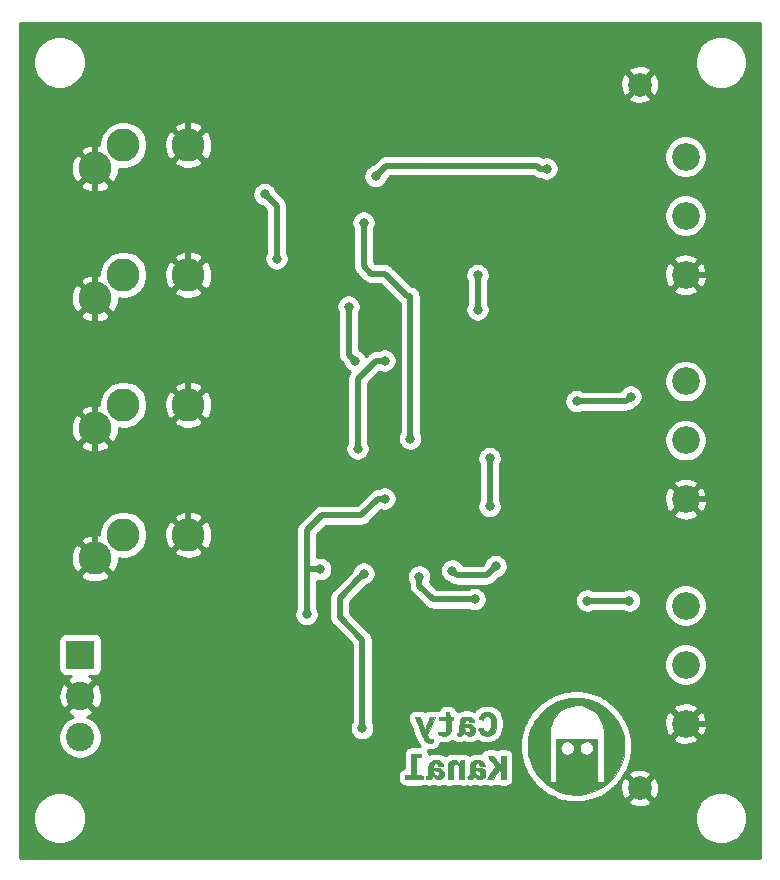
<source format=gbr>
G04 #@! TF.GenerationSoftware,KiCad,Pcbnew,5.1.5+dfsg1-2build2*
G04 #@! TF.CreationDate,2021-06-08T18:26:39-05:00*
G04 #@! TF.ProjectId,3inaudiomixer,33696e61-7564-4696-9f6d-697865722e6b,rev?*
G04 #@! TF.SameCoordinates,Original*
G04 #@! TF.FileFunction,Copper,L2,Bot*
G04 #@! TF.FilePolarity,Positive*
%FSLAX46Y46*%
G04 Gerber Fmt 4.6, Leading zero omitted, Abs format (unit mm)*
G04 Created by KiCad (PCBNEW 5.1.5+dfsg1-2build2) date 2021-06-08 18:26:39*
%MOMM*%
%LPD*%
G04 APERTURE LIST*
%ADD10C,0.010000*%
%ADD11C,1.998980*%
%ADD12C,2.400000*%
%ADD13R,2.400000X2.400000*%
%ADD14C,2.800000*%
%ADD15C,2.340000*%
%ADD16C,0.800000*%
%ADD17C,0.500000*%
%ADD18C,0.254000*%
G04 APERTURE END LIST*
D10*
G36*
X149704778Y-102446667D02*
G01*
X149137241Y-102446667D01*
X149145843Y-102580722D01*
X149154444Y-102714778D01*
X149429611Y-102722855D01*
X149704778Y-102730933D01*
X149704778Y-103177092D01*
X149704109Y-103367268D01*
X149698852Y-103508197D01*
X149684134Y-103607078D01*
X149655080Y-103671106D01*
X149606816Y-103707479D01*
X149534468Y-103723395D01*
X149433161Y-103726051D01*
X149334629Y-103723653D01*
X149083889Y-103716528D01*
X149083889Y-103840578D01*
X149085832Y-103904171D01*
X149097843Y-103947683D01*
X149129200Y-103975732D01*
X149189175Y-103992935D01*
X149287046Y-104003909D01*
X149430620Y-104013185D01*
X149575102Y-104018552D01*
X149682500Y-104013658D01*
X149771508Y-103996871D01*
X149829482Y-103978406D01*
X149921009Y-103938357D01*
X149991982Y-103887497D01*
X150044909Y-103818684D01*
X150082294Y-103724776D01*
X150106646Y-103598633D01*
X150120469Y-103433113D01*
X150126272Y-103221075D01*
X150126882Y-103131056D01*
X150128111Y-102728889D01*
X150353889Y-102728889D01*
X150353889Y-102449759D01*
X150220632Y-102441158D01*
X150087375Y-102432556D01*
X149969364Y-102037444D01*
X149837071Y-102028843D01*
X149704778Y-102020241D01*
X149704778Y-102446667D01*
G37*
X149704778Y-102446667D02*
X149137241Y-102446667D01*
X149145843Y-102580722D01*
X149154444Y-102714778D01*
X149429611Y-102722855D01*
X149704778Y-102730933D01*
X149704778Y-103177092D01*
X149704109Y-103367268D01*
X149698852Y-103508197D01*
X149684134Y-103607078D01*
X149655080Y-103671106D01*
X149606816Y-103707479D01*
X149534468Y-103723395D01*
X149433161Y-103726051D01*
X149334629Y-103723653D01*
X149083889Y-103716528D01*
X149083889Y-103840578D01*
X149085832Y-103904171D01*
X149097843Y-103947683D01*
X149129200Y-103975732D01*
X149189175Y-103992935D01*
X149287046Y-104003909D01*
X149430620Y-104013185D01*
X149575102Y-104018552D01*
X149682500Y-104013658D01*
X149771508Y-103996871D01*
X149829482Y-103978406D01*
X149921009Y-103938357D01*
X149991982Y-103887497D01*
X150044909Y-103818684D01*
X150082294Y-103724776D01*
X150106646Y-103598633D01*
X150120469Y-103433113D01*
X150126272Y-103221075D01*
X150126882Y-103131056D01*
X150128111Y-102728889D01*
X150353889Y-102728889D01*
X150353889Y-102449759D01*
X150220632Y-102441158D01*
X150087375Y-102432556D01*
X149969364Y-102037444D01*
X149837071Y-102028843D01*
X149704778Y-102020241D01*
X149704778Y-102446667D01*
G36*
X151292912Y-102432889D02*
G01*
X151139541Y-102477901D01*
X151022369Y-102557420D01*
X150934955Y-102674764D01*
X150914967Y-102714778D01*
X150893881Y-102770209D01*
X150879130Y-102836521D01*
X150869647Y-102924512D01*
X150864369Y-103044980D01*
X150862230Y-103208723D01*
X150862077Y-103251000D01*
X150860029Y-103402490D01*
X150855099Y-103535728D01*
X150847933Y-103639646D01*
X150839180Y-103703180D01*
X150834884Y-103715662D01*
X150789348Y-103747429D01*
X150729484Y-103760462D01*
X150677800Y-103768338D01*
X150655370Y-103797082D01*
X150650243Y-103863593D01*
X150650222Y-103872560D01*
X150655096Y-103944992D01*
X150679945Y-103982025D01*
X150740108Y-104004514D01*
X150749000Y-104006854D01*
X150866950Y-104021865D01*
X150985674Y-104011610D01*
X151083190Y-103979086D01*
X151115501Y-103956907D01*
X151164843Y-103895591D01*
X151200580Y-103829498D01*
X151233984Y-103748854D01*
X151322662Y-103849853D01*
X151397702Y-103920962D01*
X151478580Y-103977140D01*
X151502597Y-103988982D01*
X151631432Y-104020860D01*
X151775989Y-104023270D01*
X151909971Y-103997018D01*
X151962088Y-103974859D01*
X152064536Y-103906688D01*
X152129430Y-103825694D01*
X152163679Y-103718410D01*
X152174195Y-103571365D01*
X152174222Y-103561444D01*
X152173976Y-103553426D01*
X151765217Y-103553426D01*
X151738241Y-103649017D01*
X151708556Y-103688444D01*
X151628338Y-103737422D01*
X151534874Y-103734044D01*
X151452310Y-103696740D01*
X151365832Y-103616264D01*
X151306450Y-103502619D01*
X151285222Y-103380790D01*
X151285222Y-103293334D01*
X151455838Y-103293334D01*
X151559361Y-103297222D01*
X151626669Y-103312723D01*
X151677688Y-103345591D01*
X151695727Y-103362606D01*
X151750781Y-103451225D01*
X151765217Y-103553426D01*
X152173976Y-103553426D01*
X152170474Y-103439604D01*
X152156890Y-103356511D01*
X152129964Y-103294822D01*
X152116126Y-103274236D01*
X152021397Y-103184133D01*
X151892361Y-103113849D01*
X151750302Y-103073433D01*
X151678292Y-103067556D01*
X151561491Y-103063226D01*
X151439178Y-103052524D01*
X151416161Y-103049608D01*
X151336762Y-103036346D01*
X151298437Y-103016130D01*
X151286232Y-102975174D01*
X151285222Y-102928888D01*
X151296654Y-102842036D01*
X151324422Y-102770330D01*
X151326897Y-102766616D01*
X151397006Y-102705564D01*
X151482964Y-102682889D01*
X151568381Y-102696372D01*
X151636865Y-102743795D01*
X151670362Y-102813090D01*
X151682226Y-102859410D01*
X151703795Y-102884874D01*
X151749329Y-102895719D01*
X151833091Y-102898184D01*
X151864997Y-102898222D01*
X151989770Y-102896040D01*
X152066678Y-102886516D01*
X152104229Y-102865186D01*
X152110928Y-102827582D01*
X152097603Y-102776112D01*
X152022188Y-102634126D01*
X151903939Y-102526148D01*
X151746686Y-102454423D01*
X151554254Y-102421195D01*
X151488927Y-102419064D01*
X151292912Y-102432889D01*
G37*
X151292912Y-102432889D02*
X151139541Y-102477901D01*
X151022369Y-102557420D01*
X150934955Y-102674764D01*
X150914967Y-102714778D01*
X150893881Y-102770209D01*
X150879130Y-102836521D01*
X150869647Y-102924512D01*
X150864369Y-103044980D01*
X150862230Y-103208723D01*
X150862077Y-103251000D01*
X150860029Y-103402490D01*
X150855099Y-103535728D01*
X150847933Y-103639646D01*
X150839180Y-103703180D01*
X150834884Y-103715662D01*
X150789348Y-103747429D01*
X150729484Y-103760462D01*
X150677800Y-103768338D01*
X150655370Y-103797082D01*
X150650243Y-103863593D01*
X150650222Y-103872560D01*
X150655096Y-103944992D01*
X150679945Y-103982025D01*
X150740108Y-104004514D01*
X150749000Y-104006854D01*
X150866950Y-104021865D01*
X150985674Y-104011610D01*
X151083190Y-103979086D01*
X151115501Y-103956907D01*
X151164843Y-103895591D01*
X151200580Y-103829498D01*
X151233984Y-103748854D01*
X151322662Y-103849853D01*
X151397702Y-103920962D01*
X151478580Y-103977140D01*
X151502597Y-103988982D01*
X151631432Y-104020860D01*
X151775989Y-104023270D01*
X151909971Y-103997018D01*
X151962088Y-103974859D01*
X152064536Y-103906688D01*
X152129430Y-103825694D01*
X152163679Y-103718410D01*
X152174195Y-103571365D01*
X152174222Y-103561444D01*
X152173976Y-103553426D01*
X151765217Y-103553426D01*
X151738241Y-103649017D01*
X151708556Y-103688444D01*
X151628338Y-103737422D01*
X151534874Y-103734044D01*
X151452310Y-103696740D01*
X151365832Y-103616264D01*
X151306450Y-103502619D01*
X151285222Y-103380790D01*
X151285222Y-103293334D01*
X151455838Y-103293334D01*
X151559361Y-103297222D01*
X151626669Y-103312723D01*
X151677688Y-103345591D01*
X151695727Y-103362606D01*
X151750781Y-103451225D01*
X151765217Y-103553426D01*
X152173976Y-103553426D01*
X152170474Y-103439604D01*
X152156890Y-103356511D01*
X152129964Y-103294822D01*
X152116126Y-103274236D01*
X152021397Y-103184133D01*
X151892361Y-103113849D01*
X151750302Y-103073433D01*
X151678292Y-103067556D01*
X151561491Y-103063226D01*
X151439178Y-103052524D01*
X151416161Y-103049608D01*
X151336762Y-103036346D01*
X151298437Y-103016130D01*
X151286232Y-102975174D01*
X151285222Y-102928888D01*
X151296654Y-102842036D01*
X151324422Y-102770330D01*
X151326897Y-102766616D01*
X151397006Y-102705564D01*
X151482964Y-102682889D01*
X151568381Y-102696372D01*
X151636865Y-102743795D01*
X151670362Y-102813090D01*
X151682226Y-102859410D01*
X151703795Y-102884874D01*
X151749329Y-102895719D01*
X151833091Y-102898184D01*
X151864997Y-102898222D01*
X151989770Y-102896040D01*
X152066678Y-102886516D01*
X152104229Y-102865186D01*
X152110928Y-102827582D01*
X152097603Y-102776112D01*
X152022188Y-102634126D01*
X151903939Y-102526148D01*
X151746686Y-102454423D01*
X151554254Y-102421195D01*
X151488927Y-102419064D01*
X151292912Y-102432889D01*
G36*
X152993366Y-102047314D02*
G01*
X152810835Y-102115742D01*
X152714546Y-102177340D01*
X152652266Y-102238331D01*
X152588405Y-102322024D01*
X152531978Y-102413334D01*
X152491997Y-102497174D01*
X152477476Y-102558457D01*
X152479592Y-102570620D01*
X152512427Y-102596531D01*
X152580426Y-102622420D01*
X152666277Y-102644636D01*
X152752662Y-102659530D01*
X152822269Y-102663450D01*
X152857782Y-102652747D01*
X152858846Y-102650575D01*
X152880590Y-102607890D01*
X152921072Y-102542290D01*
X152932121Y-102525631D01*
X153025777Y-102425482D01*
X153131170Y-102375838D01*
X153239599Y-102374591D01*
X153342360Y-102419633D01*
X153430750Y-102508856D01*
X153496068Y-102640152D01*
X153503544Y-102664053D01*
X153531274Y-102807598D01*
X153542041Y-102975141D01*
X153536720Y-103148760D01*
X153516191Y-103310535D01*
X153481329Y-103442546D01*
X153463438Y-103483252D01*
X153379012Y-103596155D01*
X153274698Y-103662844D01*
X153161308Y-103683966D01*
X153049658Y-103660169D01*
X152950559Y-103592102D01*
X152874827Y-103480414D01*
X152861319Y-103447159D01*
X152821888Y-103375280D01*
X152776720Y-103349778D01*
X152726674Y-103355004D01*
X152647653Y-103368143D01*
X152558758Y-103385391D01*
X152479089Y-103402942D01*
X152427746Y-103416988D01*
X152419095Y-103421038D01*
X152425350Y-103448608D01*
X152450757Y-103512245D01*
X152484162Y-103586016D01*
X152572424Y-103728828D01*
X152688740Y-103854918D01*
X152818390Y-103950402D01*
X152916660Y-103993921D01*
X153050723Y-104018519D01*
X153207249Y-104024262D01*
X153359762Y-104011544D01*
X153468846Y-103985676D01*
X153638897Y-103896272D01*
X153777557Y-103762514D01*
X153883110Y-103588064D01*
X153953838Y-103376581D01*
X153988025Y-103131728D01*
X153985937Y-102883078D01*
X153952580Y-102644069D01*
X153888301Y-102448691D01*
X153791235Y-102292186D01*
X153728082Y-102225412D01*
X153567918Y-102114264D01*
X153384009Y-102047148D01*
X153188458Y-102024640D01*
X152993366Y-102047314D01*
G37*
X152993366Y-102047314D02*
X152810835Y-102115742D01*
X152714546Y-102177340D01*
X152652266Y-102238331D01*
X152588405Y-102322024D01*
X152531978Y-102413334D01*
X152491997Y-102497174D01*
X152477476Y-102558457D01*
X152479592Y-102570620D01*
X152512427Y-102596531D01*
X152580426Y-102622420D01*
X152666277Y-102644636D01*
X152752662Y-102659530D01*
X152822269Y-102663450D01*
X152857782Y-102652747D01*
X152858846Y-102650575D01*
X152880590Y-102607890D01*
X152921072Y-102542290D01*
X152932121Y-102525631D01*
X153025777Y-102425482D01*
X153131170Y-102375838D01*
X153239599Y-102374591D01*
X153342360Y-102419633D01*
X153430750Y-102508856D01*
X153496068Y-102640152D01*
X153503544Y-102664053D01*
X153531274Y-102807598D01*
X153542041Y-102975141D01*
X153536720Y-103148760D01*
X153516191Y-103310535D01*
X153481329Y-103442546D01*
X153463438Y-103483252D01*
X153379012Y-103596155D01*
X153274698Y-103662844D01*
X153161308Y-103683966D01*
X153049658Y-103660169D01*
X152950559Y-103592102D01*
X152874827Y-103480414D01*
X152861319Y-103447159D01*
X152821888Y-103375280D01*
X152776720Y-103349778D01*
X152726674Y-103355004D01*
X152647653Y-103368143D01*
X152558758Y-103385391D01*
X152479089Y-103402942D01*
X152427746Y-103416988D01*
X152419095Y-103421038D01*
X152425350Y-103448608D01*
X152450757Y-103512245D01*
X152484162Y-103586016D01*
X152572424Y-103728828D01*
X152688740Y-103854918D01*
X152818390Y-103950402D01*
X152916660Y-103993921D01*
X153050723Y-104018519D01*
X153207249Y-104024262D01*
X153359762Y-104011544D01*
X153468846Y-103985676D01*
X153638897Y-103896272D01*
X153777557Y-103762514D01*
X153883110Y-103588064D01*
X153953838Y-103376581D01*
X153988025Y-103131728D01*
X153985937Y-102883078D01*
X153952580Y-102644069D01*
X153888301Y-102448691D01*
X153791235Y-102292186D01*
X153728082Y-102225412D01*
X153567918Y-102114264D01*
X153384009Y-102047148D01*
X153188458Y-102024640D01*
X152993366Y-102047314D01*
G36*
X148169895Y-102891167D02*
G01*
X148112647Y-103053204D01*
X148058540Y-103209327D01*
X148012082Y-103346316D01*
X147977778Y-103450951D01*
X147965439Y-103490889D01*
X147919634Y-103646111D01*
X147828030Y-103335667D01*
X147778001Y-103171107D01*
X147720201Y-102988595D01*
X147663834Y-102816938D01*
X147638656Y-102743000D01*
X147540886Y-102460778D01*
X147321110Y-102452472D01*
X147207723Y-102450214D01*
X147142115Y-102454795D01*
X147115910Y-102467369D01*
X147116165Y-102480694D01*
X147129872Y-102515265D01*
X147161566Y-102595618D01*
X147208588Y-102715003D01*
X147268282Y-102866668D01*
X147337988Y-103043861D01*
X147415050Y-103239831D01*
X147446689Y-103320312D01*
X147550369Y-103583146D01*
X147636495Y-103798823D01*
X147707657Y-103972910D01*
X147766444Y-104110976D01*
X147815445Y-104218592D01*
X147857249Y-104301327D01*
X147894445Y-104364750D01*
X147929623Y-104414431D01*
X147965371Y-104455939D01*
X147983122Y-104474225D01*
X148099300Y-104554537D01*
X148247419Y-104604338D01*
X148409624Y-104619691D01*
X148554722Y-104600324D01*
X148585839Y-104578885D01*
X148600796Y-104526742D01*
X148604111Y-104448375D01*
X148604111Y-104309334D01*
X148480917Y-104309334D01*
X148352837Y-104288069D01*
X148253597Y-104221498D01*
X148177248Y-104105456D01*
X148171393Y-104092662D01*
X148123365Y-103984778D01*
X148445335Y-103215722D01*
X148767305Y-102446667D01*
X148328546Y-102446667D01*
X148169895Y-102891167D01*
G37*
X148169895Y-102891167D02*
X148112647Y-103053204D01*
X148058540Y-103209327D01*
X148012082Y-103346316D01*
X147977778Y-103450951D01*
X147965439Y-103490889D01*
X147919634Y-103646111D01*
X147828030Y-103335667D01*
X147778001Y-103171107D01*
X147720201Y-102988595D01*
X147663834Y-102816938D01*
X147638656Y-102743000D01*
X147540886Y-102460778D01*
X147321110Y-102452472D01*
X147207723Y-102450214D01*
X147142115Y-102454795D01*
X147115910Y-102467369D01*
X147116165Y-102480694D01*
X147129872Y-102515265D01*
X147161566Y-102595618D01*
X147208588Y-102715003D01*
X147268282Y-102866668D01*
X147337988Y-103043861D01*
X147415050Y-103239831D01*
X147446689Y-103320312D01*
X147550369Y-103583146D01*
X147636495Y-103798823D01*
X147707657Y-103972910D01*
X147766444Y-104110976D01*
X147815445Y-104218592D01*
X147857249Y-104301327D01*
X147894445Y-104364750D01*
X147929623Y-104414431D01*
X147965371Y-104455939D01*
X147983122Y-104474225D01*
X148099300Y-104554537D01*
X148247419Y-104604338D01*
X148409624Y-104619691D01*
X148554722Y-104600324D01*
X148585839Y-104578885D01*
X148600796Y-104526742D01*
X148604111Y-104448375D01*
X148604111Y-104309334D01*
X148480917Y-104309334D01*
X148352837Y-104288069D01*
X148253597Y-104221498D01*
X148177248Y-104105456D01*
X148171393Y-104092662D01*
X148123365Y-103984778D01*
X148445335Y-103215722D01*
X148767305Y-102446667D01*
X148328546Y-102446667D01*
X148169895Y-102891167D01*
G36*
X146797889Y-107385556D02*
G01*
X146289889Y-107385556D01*
X146289889Y-107696000D01*
X147024552Y-107696000D01*
X147253688Y-107695520D01*
X147432292Y-107693875D01*
X147566270Y-107690753D01*
X147661528Y-107685845D01*
X147723973Y-107678841D01*
X147759510Y-107669430D01*
X147774046Y-107657304D01*
X147774322Y-107656635D01*
X147782027Y-107603942D01*
X147781625Y-107524610D01*
X147780492Y-107508468D01*
X147771556Y-107399667D01*
X147482278Y-107391624D01*
X147193000Y-107383581D01*
X147193000Y-105833334D01*
X147616333Y-105833334D01*
X147616333Y-105551111D01*
X146797889Y-105551111D01*
X146797889Y-107385556D01*
G37*
X146797889Y-107385556D02*
X146289889Y-107385556D01*
X146289889Y-107696000D01*
X147024552Y-107696000D01*
X147253688Y-107695520D01*
X147432292Y-107693875D01*
X147566270Y-107690753D01*
X147661528Y-107685845D01*
X147723973Y-107678841D01*
X147759510Y-107669430D01*
X147774046Y-107657304D01*
X147774322Y-107656635D01*
X147782027Y-107603942D01*
X147781625Y-107524610D01*
X147780492Y-107508468D01*
X147771556Y-107399667D01*
X147482278Y-107391624D01*
X147193000Y-107383581D01*
X147193000Y-105833334D01*
X147616333Y-105833334D01*
X147616333Y-105551111D01*
X146797889Y-105551111D01*
X146797889Y-107385556D01*
G36*
X150308662Y-106093456D02*
G01*
X150157071Y-106124775D01*
X150040710Y-106194741D01*
X149948024Y-106310419D01*
X149944667Y-106316061D01*
X149926258Y-106351665D01*
X149912096Y-106393232D01*
X149901482Y-106448662D01*
X149893718Y-106525853D01*
X149888103Y-106632706D01*
X149883939Y-106777118D01*
X149880527Y-106966989D01*
X149879247Y-107055220D01*
X149870272Y-107698550D01*
X150076803Y-107690220D01*
X150283333Y-107681889D01*
X150297444Y-107093726D01*
X150302358Y-106897244D01*
X150307035Y-106749385D01*
X150312456Y-106642342D01*
X150319602Y-106568308D01*
X150329457Y-106519474D01*
X150343002Y-106488034D01*
X150361218Y-106466180D01*
X150378182Y-106451671D01*
X150477225Y-106404508D01*
X150584382Y-106409312D01*
X150674817Y-106456411D01*
X150722902Y-106497597D01*
X150759197Y-106540944D01*
X150785643Y-106595044D01*
X150804180Y-106668490D01*
X150816748Y-106769872D01*
X150825288Y-106907785D01*
X150831740Y-107090819D01*
X150833667Y-107159778D01*
X150847778Y-107681889D01*
X151052389Y-107690181D01*
X151257000Y-107698473D01*
X151257000Y-106112977D01*
X151066500Y-106121322D01*
X150876000Y-106129667D01*
X150867234Y-106267756D01*
X150858467Y-106405844D01*
X150790656Y-106306051D01*
X150682673Y-106195149D01*
X150541013Y-106121877D01*
X150378518Y-106091901D01*
X150308662Y-106093456D01*
G37*
X150308662Y-106093456D02*
X150157071Y-106124775D01*
X150040710Y-106194741D01*
X149948024Y-106310419D01*
X149944667Y-106316061D01*
X149926258Y-106351665D01*
X149912096Y-106393232D01*
X149901482Y-106448662D01*
X149893718Y-106525853D01*
X149888103Y-106632706D01*
X149883939Y-106777118D01*
X149880527Y-106966989D01*
X149879247Y-107055220D01*
X149870272Y-107698550D01*
X150076803Y-107690220D01*
X150283333Y-107681889D01*
X150297444Y-107093726D01*
X150302358Y-106897244D01*
X150307035Y-106749385D01*
X150312456Y-106642342D01*
X150319602Y-106568308D01*
X150329457Y-106519474D01*
X150343002Y-106488034D01*
X150361218Y-106466180D01*
X150378182Y-106451671D01*
X150477225Y-106404508D01*
X150584382Y-106409312D01*
X150674817Y-106456411D01*
X150722902Y-106497597D01*
X150759197Y-106540944D01*
X150785643Y-106595044D01*
X150804180Y-106668490D01*
X150816748Y-106769872D01*
X150825288Y-106907785D01*
X150831740Y-107090819D01*
X150833667Y-107159778D01*
X150847778Y-107681889D01*
X151052389Y-107690181D01*
X151257000Y-107698473D01*
X151257000Y-106112977D01*
X151066500Y-106121322D01*
X150876000Y-106129667D01*
X150867234Y-106267756D01*
X150858467Y-106405844D01*
X150790656Y-106306051D01*
X150682673Y-106195149D01*
X150541013Y-106121877D01*
X150378518Y-106091901D01*
X150308662Y-106093456D01*
G36*
X154355124Y-106144401D02*
G01*
X154347333Y-106568357D01*
X154041016Y-106144401D01*
X153734700Y-105720444D01*
X153497739Y-105720444D01*
X153390119Y-105722770D01*
X153308132Y-105728971D01*
X153264786Y-105737884D01*
X153261147Y-105741611D01*
X153277955Y-105769571D01*
X153324373Y-105834114D01*
X153394770Y-105927734D01*
X153483510Y-106042925D01*
X153571591Y-106155274D01*
X153671823Y-106283632D01*
X153758560Y-106397541D01*
X153826157Y-106489355D01*
X153868971Y-106551429D01*
X153881667Y-106575274D01*
X153867346Y-106606340D01*
X153827276Y-106677831D01*
X153765790Y-106782417D01*
X153687227Y-106912765D01*
X153595921Y-107061544D01*
X153557111Y-107124076D01*
X153461965Y-107278065D01*
X153377836Y-107416452D01*
X153309058Y-107531924D01*
X153259965Y-107617169D01*
X153234890Y-107664873D01*
X153232556Y-107671786D01*
X153258800Y-107683144D01*
X153329879Y-107689870D01*
X153434308Y-107691109D01*
X153478000Y-107690043D01*
X153723444Y-107681889D01*
X153943308Y-107301008D01*
X154020426Y-107169638D01*
X154089146Y-107056731D01*
X154144031Y-106970899D01*
X154179648Y-106920753D01*
X154189177Y-106911460D01*
X154220624Y-106926448D01*
X154268708Y-106974397D01*
X154288314Y-106998670D01*
X154321098Y-107045665D01*
X154342301Y-107092353D01*
X154354423Y-107152290D01*
X154359964Y-107239032D01*
X154361422Y-107366134D01*
X154361444Y-107395275D01*
X154361444Y-107696000D01*
X154784778Y-107696000D01*
X154784778Y-105720444D01*
X154362915Y-105720444D01*
X154355124Y-106144401D01*
G37*
X154355124Y-106144401D02*
X154347333Y-106568357D01*
X154041016Y-106144401D01*
X153734700Y-105720444D01*
X153497739Y-105720444D01*
X153390119Y-105722770D01*
X153308132Y-105728971D01*
X153264786Y-105737884D01*
X153261147Y-105741611D01*
X153277955Y-105769571D01*
X153324373Y-105834114D01*
X153394770Y-105927734D01*
X153483510Y-106042925D01*
X153571591Y-106155274D01*
X153671823Y-106283632D01*
X153758560Y-106397541D01*
X153826157Y-106489355D01*
X153868971Y-106551429D01*
X153881667Y-106575274D01*
X153867346Y-106606340D01*
X153827276Y-106677831D01*
X153765790Y-106782417D01*
X153687227Y-106912765D01*
X153595921Y-107061544D01*
X153557111Y-107124076D01*
X153461965Y-107278065D01*
X153377836Y-107416452D01*
X153309058Y-107531924D01*
X153259965Y-107617169D01*
X153234890Y-107664873D01*
X153232556Y-107671786D01*
X153258800Y-107683144D01*
X153329879Y-107689870D01*
X153434308Y-107691109D01*
X153478000Y-107690043D01*
X153723444Y-107681889D01*
X153943308Y-107301008D01*
X154020426Y-107169638D01*
X154089146Y-107056731D01*
X154144031Y-106970899D01*
X154179648Y-106920753D01*
X154189177Y-106911460D01*
X154220624Y-106926448D01*
X154268708Y-106974397D01*
X154288314Y-106998670D01*
X154321098Y-107045665D01*
X154342301Y-107092353D01*
X154354423Y-107152290D01*
X154359964Y-107239032D01*
X154361422Y-107366134D01*
X154361444Y-107395275D01*
X154361444Y-107696000D01*
X154784778Y-107696000D01*
X154784778Y-105720444D01*
X154362915Y-105720444D01*
X154355124Y-106144401D01*
G36*
X148704902Y-106097100D02*
G01*
X148543382Y-106139164D01*
X148409674Y-106216070D01*
X148406418Y-106218780D01*
X148343540Y-106276535D01*
X148296823Y-106335351D01*
X148263612Y-106404911D01*
X148241253Y-106494896D01*
X148227091Y-106614989D01*
X148218473Y-106774872D01*
X148214214Y-106919889D01*
X148208770Y-107075727D01*
X148200821Y-107212834D01*
X148191220Y-107320755D01*
X148180819Y-107389037D01*
X148174476Y-107406722D01*
X148125385Y-107434663D01*
X148078544Y-107442000D01*
X148034740Y-107449022D01*
X148015614Y-107480674D01*
X148011444Y-107551597D01*
X148017878Y-107619281D01*
X148043988Y-107661896D01*
X148099992Y-107685051D01*
X148196108Y-107694356D01*
X148273783Y-107695615D01*
X148403552Y-107673263D01*
X148500488Y-107608102D01*
X148558896Y-107504206D01*
X148563201Y-107488710D01*
X148581031Y-107417670D01*
X148666997Y-107515580D01*
X148798403Y-107630701D01*
X148945808Y-107692438D01*
X149114019Y-107702479D01*
X149176487Y-107694470D01*
X149318815Y-107653884D01*
X149422910Y-107582745D01*
X149484668Y-107503384D01*
X149530427Y-107385350D01*
X149546352Y-107243415D01*
X149542449Y-107204469D01*
X149112111Y-107204469D01*
X149093147Y-107318404D01*
X149039446Y-107389433D01*
X148955796Y-107414946D01*
X148846984Y-107392335D01*
X148803764Y-107372529D01*
X148736253Y-107312092D01*
X148678571Y-107215940D01*
X148641056Y-107104796D01*
X148632333Y-107028919D01*
X148634769Y-106989618D01*
X148650604Y-106968708D01*
X148692630Y-106961848D01*
X148773638Y-106964698D01*
X148814180Y-106967226D01*
X148951678Y-106985093D01*
X149041920Y-107021939D01*
X149092614Y-107083902D01*
X149111468Y-107177121D01*
X149112111Y-107204469D01*
X149542449Y-107204469D01*
X149532156Y-107101773D01*
X149490759Y-106989945D01*
X149415244Y-106888778D01*
X149319523Y-106816391D01*
X149194798Y-106769307D01*
X149032274Y-106744050D01*
X148851056Y-106737118D01*
X148632333Y-106736444D01*
X148632333Y-106653615D01*
X148643928Y-106558056D01*
X148673370Y-106466973D01*
X148712652Y-106402805D01*
X148725821Y-106391729D01*
X148776924Y-106376227D01*
X148844000Y-106370420D01*
X148934877Y-106381534D01*
X148991083Y-106423161D01*
X149024980Y-106490074D01*
X149042892Y-106529298D01*
X149068587Y-106552279D01*
X149115659Y-106563352D01*
X149197699Y-106566848D01*
X149266635Y-106567111D01*
X149367990Y-106563891D01*
X149443040Y-106555371D01*
X149478020Y-106543262D01*
X149479000Y-106540726D01*
X149459598Y-106460586D01*
X149408744Y-106363825D01*
X149337467Y-106270986D01*
X149329872Y-106262949D01*
X149206719Y-106172802D01*
X149051532Y-106114635D01*
X148879272Y-106089162D01*
X148704902Y-106097100D01*
G37*
X148704902Y-106097100D02*
X148543382Y-106139164D01*
X148409674Y-106216070D01*
X148406418Y-106218780D01*
X148343540Y-106276535D01*
X148296823Y-106335351D01*
X148263612Y-106404911D01*
X148241253Y-106494896D01*
X148227091Y-106614989D01*
X148218473Y-106774872D01*
X148214214Y-106919889D01*
X148208770Y-107075727D01*
X148200821Y-107212834D01*
X148191220Y-107320755D01*
X148180819Y-107389037D01*
X148174476Y-107406722D01*
X148125385Y-107434663D01*
X148078544Y-107442000D01*
X148034740Y-107449022D01*
X148015614Y-107480674D01*
X148011444Y-107551597D01*
X148017878Y-107619281D01*
X148043988Y-107661896D01*
X148099992Y-107685051D01*
X148196108Y-107694356D01*
X148273783Y-107695615D01*
X148403552Y-107673263D01*
X148500488Y-107608102D01*
X148558896Y-107504206D01*
X148563201Y-107488710D01*
X148581031Y-107417670D01*
X148666997Y-107515580D01*
X148798403Y-107630701D01*
X148945808Y-107692438D01*
X149114019Y-107702479D01*
X149176487Y-107694470D01*
X149318815Y-107653884D01*
X149422910Y-107582745D01*
X149484668Y-107503384D01*
X149530427Y-107385350D01*
X149546352Y-107243415D01*
X149542449Y-107204469D01*
X149112111Y-107204469D01*
X149093147Y-107318404D01*
X149039446Y-107389433D01*
X148955796Y-107414946D01*
X148846984Y-107392335D01*
X148803764Y-107372529D01*
X148736253Y-107312092D01*
X148678571Y-107215940D01*
X148641056Y-107104796D01*
X148632333Y-107028919D01*
X148634769Y-106989618D01*
X148650604Y-106968708D01*
X148692630Y-106961848D01*
X148773638Y-106964698D01*
X148814180Y-106967226D01*
X148951678Y-106985093D01*
X149041920Y-107021939D01*
X149092614Y-107083902D01*
X149111468Y-107177121D01*
X149112111Y-107204469D01*
X149542449Y-107204469D01*
X149532156Y-107101773D01*
X149490759Y-106989945D01*
X149415244Y-106888778D01*
X149319523Y-106816391D01*
X149194798Y-106769307D01*
X149032274Y-106744050D01*
X148851056Y-106737118D01*
X148632333Y-106736444D01*
X148632333Y-106653615D01*
X148643928Y-106558056D01*
X148673370Y-106466973D01*
X148712652Y-106402805D01*
X148725821Y-106391729D01*
X148776924Y-106376227D01*
X148844000Y-106370420D01*
X148934877Y-106381534D01*
X148991083Y-106423161D01*
X149024980Y-106490074D01*
X149042892Y-106529298D01*
X149068587Y-106552279D01*
X149115659Y-106563352D01*
X149197699Y-106566848D01*
X149266635Y-106567111D01*
X149367990Y-106563891D01*
X149443040Y-106555371D01*
X149478020Y-106543262D01*
X149479000Y-106540726D01*
X149459598Y-106460586D01*
X149408744Y-106363825D01*
X149337467Y-106270986D01*
X149329872Y-106262949D01*
X149206719Y-106172802D01*
X149051532Y-106114635D01*
X148879272Y-106089162D01*
X148704902Y-106097100D01*
G36*
X152180540Y-106108713D02*
G01*
X152019743Y-106161550D01*
X151980328Y-106182474D01*
X151903898Y-106233098D01*
X151846244Y-106289095D01*
X151804543Y-106359183D01*
X151775970Y-106452082D01*
X151757702Y-106576511D01*
X151746916Y-106741188D01*
X151741508Y-106919889D01*
X151736318Y-107080055D01*
X151728543Y-107218672D01*
X151718972Y-107325875D01*
X151708393Y-107391798D01*
X151702571Y-107406722D01*
X151653193Y-107434674D01*
X151606322Y-107442000D01*
X151562518Y-107449022D01*
X151543392Y-107480674D01*
X151539222Y-107551597D01*
X151547043Y-107623081D01*
X151577538Y-107666498D01*
X151641254Y-107688425D01*
X151748740Y-107695439D01*
X151770218Y-107695615D01*
X151902306Y-107681865D01*
X151995601Y-107635378D01*
X152061090Y-107550021D01*
X152072096Y-107527127D01*
X152122619Y-107414279D01*
X152158668Y-107481636D01*
X152243836Y-107583952D01*
X152367719Y-107656806D01*
X152518465Y-107695809D01*
X152684218Y-107696572D01*
X152723666Y-107690799D01*
X152850550Y-107646385D01*
X152948892Y-107569501D01*
X153001122Y-107513006D01*
X153031930Y-107461336D01*
X153048100Y-107395607D01*
X153056414Y-107296933D01*
X153058022Y-107265694D01*
X153059444Y-107210071D01*
X152639889Y-107210071D01*
X152619371Y-107318339D01*
X152562512Y-107386780D01*
X152476354Y-107411678D01*
X152367939Y-107389313D01*
X152331849Y-107372688D01*
X152252966Y-107304378D01*
X152192768Y-107200599D01*
X152161998Y-107081764D01*
X152160111Y-107046392D01*
X152160111Y-106955647D01*
X152347327Y-106967568D01*
X152484677Y-106987695D01*
X152574904Y-107030889D01*
X152624482Y-107102514D01*
X152639885Y-107207939D01*
X152639889Y-107210071D01*
X153059444Y-107210071D01*
X153060939Y-107151626D01*
X153053698Y-107074169D01*
X153032691Y-107013867D01*
X153001757Y-106962222D01*
X152924588Y-106873171D01*
X152825218Y-106809965D01*
X152694074Y-106768870D01*
X152521583Y-106746151D01*
X152435278Y-106741222D01*
X152160111Y-106729880D01*
X152160111Y-106632529D01*
X152175562Y-106523575D01*
X152216177Y-106432896D01*
X152256058Y-106391154D01*
X152323402Y-106371544D01*
X152410359Y-106374459D01*
X152487027Y-106397231D01*
X152510873Y-106413905D01*
X152547329Y-106473888D01*
X152555222Y-106512683D01*
X152560405Y-106539756D01*
X152583450Y-106556029D01*
X152635604Y-106564191D01*
X152728114Y-106566931D01*
X152782902Y-106567111D01*
X152895164Y-106566417D01*
X152961425Y-106562209D01*
X152992125Y-106551297D01*
X152997706Y-106530493D01*
X152990800Y-106503611D01*
X152954737Y-106400008D01*
X152916902Y-106329207D01*
X152863702Y-106268818D01*
X152829110Y-106237303D01*
X152698006Y-106156221D01*
X152535594Y-106107076D01*
X152357798Y-106090898D01*
X152180540Y-106108713D01*
G37*
X152180540Y-106108713D02*
X152019743Y-106161550D01*
X151980328Y-106182474D01*
X151903898Y-106233098D01*
X151846244Y-106289095D01*
X151804543Y-106359183D01*
X151775970Y-106452082D01*
X151757702Y-106576511D01*
X151746916Y-106741188D01*
X151741508Y-106919889D01*
X151736318Y-107080055D01*
X151728543Y-107218672D01*
X151718972Y-107325875D01*
X151708393Y-107391798D01*
X151702571Y-107406722D01*
X151653193Y-107434674D01*
X151606322Y-107442000D01*
X151562518Y-107449022D01*
X151543392Y-107480674D01*
X151539222Y-107551597D01*
X151547043Y-107623081D01*
X151577538Y-107666498D01*
X151641254Y-107688425D01*
X151748740Y-107695439D01*
X151770218Y-107695615D01*
X151902306Y-107681865D01*
X151995601Y-107635378D01*
X152061090Y-107550021D01*
X152072096Y-107527127D01*
X152122619Y-107414279D01*
X152158668Y-107481636D01*
X152243836Y-107583952D01*
X152367719Y-107656806D01*
X152518465Y-107695809D01*
X152684218Y-107696572D01*
X152723666Y-107690799D01*
X152850550Y-107646385D01*
X152948892Y-107569501D01*
X153001122Y-107513006D01*
X153031930Y-107461336D01*
X153048100Y-107395607D01*
X153056414Y-107296933D01*
X153058022Y-107265694D01*
X153059444Y-107210071D01*
X152639889Y-107210071D01*
X152619371Y-107318339D01*
X152562512Y-107386780D01*
X152476354Y-107411678D01*
X152367939Y-107389313D01*
X152331849Y-107372688D01*
X152252966Y-107304378D01*
X152192768Y-107200599D01*
X152161998Y-107081764D01*
X152160111Y-107046392D01*
X152160111Y-106955647D01*
X152347327Y-106967568D01*
X152484677Y-106987695D01*
X152574904Y-107030889D01*
X152624482Y-107102514D01*
X152639885Y-107207939D01*
X152639889Y-107210071D01*
X153059444Y-107210071D01*
X153060939Y-107151626D01*
X153053698Y-107074169D01*
X153032691Y-107013867D01*
X153001757Y-106962222D01*
X152924588Y-106873171D01*
X152825218Y-106809965D01*
X152694074Y-106768870D01*
X152521583Y-106746151D01*
X152435278Y-106741222D01*
X152160111Y-106729880D01*
X152160111Y-106632529D01*
X152175562Y-106523575D01*
X152216177Y-106432896D01*
X152256058Y-106391154D01*
X152323402Y-106371544D01*
X152410359Y-106374459D01*
X152487027Y-106397231D01*
X152510873Y-106413905D01*
X152547329Y-106473888D01*
X152555222Y-106512683D01*
X152560405Y-106539756D01*
X152583450Y-106556029D01*
X152635604Y-106564191D01*
X152728114Y-106566931D01*
X152782902Y-106567111D01*
X152895164Y-106566417D01*
X152961425Y-106562209D01*
X152992125Y-106551297D01*
X152997706Y-106530493D01*
X152990800Y-106503611D01*
X152954737Y-106400008D01*
X152916902Y-106329207D01*
X152863702Y-106268818D01*
X152829110Y-106237303D01*
X152698006Y-106156221D01*
X152535594Y-106107076D01*
X152357798Y-106090898D01*
X152180540Y-106108713D01*
G36*
X160425739Y-100827082D02*
G01*
X160206783Y-100841084D01*
X160021882Y-100863120D01*
X159949444Y-100876578D01*
X159472429Y-101007406D01*
X159023057Y-101185356D01*
X158603883Y-101407826D01*
X158217458Y-101672215D01*
X157866337Y-101975924D01*
X157553071Y-102316352D01*
X157280215Y-102690898D01*
X157050320Y-103096962D01*
X156865940Y-103531943D01*
X156729629Y-103993241D01*
X156686134Y-104200635D01*
X156659215Y-104399361D01*
X156642671Y-104635640D01*
X156636502Y-104891544D01*
X156640709Y-105149144D01*
X156655291Y-105390509D01*
X156680248Y-105597712D01*
X156686134Y-105631587D01*
X156800773Y-106102830D01*
X156964767Y-106549377D01*
X157175474Y-106968491D01*
X157430253Y-107357434D01*
X157726461Y-107713468D01*
X158061456Y-108033856D01*
X158432596Y-108315861D01*
X158837238Y-108556745D01*
X159272740Y-108753771D01*
X159736460Y-108904201D01*
X159878889Y-108939422D01*
X160042986Y-108968174D01*
X160247534Y-108990305D01*
X160476872Y-109005351D01*
X160715345Y-109012853D01*
X160947294Y-109012347D01*
X161157061Y-109003373D01*
X161328990Y-108985470D01*
X161346444Y-108982681D01*
X161828730Y-108874714D01*
X162285453Y-108717059D01*
X162715058Y-108510499D01*
X163115988Y-108255820D01*
X163486688Y-107953806D01*
X163520356Y-107921778D01*
X163083994Y-107921778D01*
X162517667Y-107921778D01*
X162517667Y-105027486D01*
X162178843Y-105027486D01*
X162153631Y-105194311D01*
X162084295Y-105349208D01*
X161979362Y-105479507D01*
X161847359Y-105572538D01*
X161798000Y-105593367D01*
X161664624Y-105628326D01*
X161541841Y-105628261D01*
X161436169Y-105605520D01*
X161287782Y-105537277D01*
X161169174Y-105429748D01*
X161084200Y-105293786D01*
X161036713Y-105140243D01*
X161033667Y-105060798D01*
X160547332Y-105060798D01*
X160521892Y-105233764D01*
X160452240Y-105380677D01*
X160346373Y-105496934D01*
X160212288Y-105577934D01*
X160057982Y-105619075D01*
X159891453Y-105615754D01*
X159720698Y-105563368D01*
X159695386Y-105551081D01*
X159570052Y-105457800D01*
X159480555Y-105331306D01*
X159428238Y-105183066D01*
X159414444Y-105024548D01*
X159440518Y-104867218D01*
X159507803Y-104722542D01*
X159587250Y-104628180D01*
X159724990Y-104535800D01*
X159882463Y-104488856D01*
X160047038Y-104486591D01*
X160206084Y-104528246D01*
X160346970Y-104613065D01*
X160411999Y-104677671D01*
X160491544Y-104789499D01*
X160533679Y-104901110D01*
X160547219Y-105037464D01*
X160547332Y-105060798D01*
X161033667Y-105060798D01*
X161030568Y-104979971D01*
X161069618Y-104823822D01*
X161123770Y-104725793D01*
X161242360Y-104602230D01*
X161388125Y-104520017D01*
X161549280Y-104481385D01*
X161714042Y-104488569D01*
X161870628Y-104543800D01*
X161921079Y-104574727D01*
X162014081Y-104661814D01*
X162095572Y-104778166D01*
X162154222Y-104903880D01*
X162178700Y-105019055D01*
X162178843Y-105027486D01*
X162517667Y-105027486D01*
X162517667Y-104281111D01*
X159074556Y-104281111D01*
X159074556Y-107921778D01*
X158510111Y-107921778D01*
X158510482Y-105713389D01*
X158510624Y-105304988D01*
X158510962Y-104948902D01*
X158511586Y-104641003D01*
X158512584Y-104377160D01*
X158514046Y-104153246D01*
X158516060Y-103965130D01*
X158518717Y-103808684D01*
X158522105Y-103679778D01*
X158526312Y-103574284D01*
X158531429Y-103488072D01*
X158537544Y-103417014D01*
X158544747Y-103356980D01*
X158553126Y-103303840D01*
X158562770Y-103253467D01*
X158563650Y-103249187D01*
X158660871Y-102911716D01*
X158805321Y-102599985D01*
X158992367Y-102317547D01*
X159217376Y-102067951D01*
X159475717Y-101854750D01*
X159762755Y-101681492D01*
X160073859Y-101551730D01*
X160404395Y-101469014D01*
X160749731Y-101436895D01*
X160923111Y-101440713D01*
X161174257Y-101465571D01*
X161395276Y-101511198D01*
X161610516Y-101583579D01*
X161751159Y-101644248D01*
X162064310Y-101818943D01*
X162342362Y-102036752D01*
X162582690Y-102294619D01*
X162782667Y-102589491D01*
X162939668Y-102918313D01*
X163003119Y-103100614D01*
X163014535Y-103138440D01*
X163024510Y-103175285D01*
X163033156Y-103215076D01*
X163040586Y-103261744D01*
X163046913Y-103319216D01*
X163052250Y-103391422D01*
X163056709Y-103482290D01*
X163060404Y-103595749D01*
X163063447Y-103735727D01*
X163065952Y-103906153D01*
X163068030Y-104110956D01*
X163069795Y-104354065D01*
X163071360Y-104639408D01*
X163072838Y-104970915D01*
X163074341Y-105352513D01*
X163075330Y-105614611D01*
X163083994Y-107921778D01*
X163520356Y-107921778D01*
X163599034Y-107846935D01*
X163926158Y-107485341D01*
X164205675Y-107093503D01*
X164437309Y-106671930D01*
X164620784Y-106221135D01*
X164755822Y-105741627D01*
X164766629Y-105692222D01*
X164791564Y-105531957D01*
X164808899Y-105330553D01*
X164818635Y-105102803D01*
X164820772Y-104863498D01*
X164815308Y-104627431D01*
X164802246Y-104409393D01*
X164781584Y-104224177D01*
X164766629Y-104140000D01*
X164665414Y-103755744D01*
X164528418Y-103374472D01*
X164361903Y-103010438D01*
X164172130Y-102677896D01*
X164040333Y-102486801D01*
X163890164Y-102301056D01*
X163712154Y-102105164D01*
X163520495Y-101913276D01*
X163329378Y-101739544D01*
X163152996Y-101598120D01*
X163138670Y-101587705D01*
X162801312Y-101372108D01*
X162427225Y-101181490D01*
X162033318Y-101023252D01*
X161636498Y-100904794D01*
X161515778Y-100877357D01*
X161347505Y-100851289D01*
X161139634Y-100833220D01*
X160906896Y-100823158D01*
X160664020Y-100821110D01*
X160425739Y-100827082D01*
G37*
X160425739Y-100827082D02*
X160206783Y-100841084D01*
X160021882Y-100863120D01*
X159949444Y-100876578D01*
X159472429Y-101007406D01*
X159023057Y-101185356D01*
X158603883Y-101407826D01*
X158217458Y-101672215D01*
X157866337Y-101975924D01*
X157553071Y-102316352D01*
X157280215Y-102690898D01*
X157050320Y-103096962D01*
X156865940Y-103531943D01*
X156729629Y-103993241D01*
X156686134Y-104200635D01*
X156659215Y-104399361D01*
X156642671Y-104635640D01*
X156636502Y-104891544D01*
X156640709Y-105149144D01*
X156655291Y-105390509D01*
X156680248Y-105597712D01*
X156686134Y-105631587D01*
X156800773Y-106102830D01*
X156964767Y-106549377D01*
X157175474Y-106968491D01*
X157430253Y-107357434D01*
X157726461Y-107713468D01*
X158061456Y-108033856D01*
X158432596Y-108315861D01*
X158837238Y-108556745D01*
X159272740Y-108753771D01*
X159736460Y-108904201D01*
X159878889Y-108939422D01*
X160042986Y-108968174D01*
X160247534Y-108990305D01*
X160476872Y-109005351D01*
X160715345Y-109012853D01*
X160947294Y-109012347D01*
X161157061Y-109003373D01*
X161328990Y-108985470D01*
X161346444Y-108982681D01*
X161828730Y-108874714D01*
X162285453Y-108717059D01*
X162715058Y-108510499D01*
X163115988Y-108255820D01*
X163486688Y-107953806D01*
X163520356Y-107921778D01*
X163083994Y-107921778D01*
X162517667Y-107921778D01*
X162517667Y-105027486D01*
X162178843Y-105027486D01*
X162153631Y-105194311D01*
X162084295Y-105349208D01*
X161979362Y-105479507D01*
X161847359Y-105572538D01*
X161798000Y-105593367D01*
X161664624Y-105628326D01*
X161541841Y-105628261D01*
X161436169Y-105605520D01*
X161287782Y-105537277D01*
X161169174Y-105429748D01*
X161084200Y-105293786D01*
X161036713Y-105140243D01*
X161033667Y-105060798D01*
X160547332Y-105060798D01*
X160521892Y-105233764D01*
X160452240Y-105380677D01*
X160346373Y-105496934D01*
X160212288Y-105577934D01*
X160057982Y-105619075D01*
X159891453Y-105615754D01*
X159720698Y-105563368D01*
X159695386Y-105551081D01*
X159570052Y-105457800D01*
X159480555Y-105331306D01*
X159428238Y-105183066D01*
X159414444Y-105024548D01*
X159440518Y-104867218D01*
X159507803Y-104722542D01*
X159587250Y-104628180D01*
X159724990Y-104535800D01*
X159882463Y-104488856D01*
X160047038Y-104486591D01*
X160206084Y-104528246D01*
X160346970Y-104613065D01*
X160411999Y-104677671D01*
X160491544Y-104789499D01*
X160533679Y-104901110D01*
X160547219Y-105037464D01*
X160547332Y-105060798D01*
X161033667Y-105060798D01*
X161030568Y-104979971D01*
X161069618Y-104823822D01*
X161123770Y-104725793D01*
X161242360Y-104602230D01*
X161388125Y-104520017D01*
X161549280Y-104481385D01*
X161714042Y-104488569D01*
X161870628Y-104543800D01*
X161921079Y-104574727D01*
X162014081Y-104661814D01*
X162095572Y-104778166D01*
X162154222Y-104903880D01*
X162178700Y-105019055D01*
X162178843Y-105027486D01*
X162517667Y-105027486D01*
X162517667Y-104281111D01*
X159074556Y-104281111D01*
X159074556Y-107921778D01*
X158510111Y-107921778D01*
X158510482Y-105713389D01*
X158510624Y-105304988D01*
X158510962Y-104948902D01*
X158511586Y-104641003D01*
X158512584Y-104377160D01*
X158514046Y-104153246D01*
X158516060Y-103965130D01*
X158518717Y-103808684D01*
X158522105Y-103679778D01*
X158526312Y-103574284D01*
X158531429Y-103488072D01*
X158537544Y-103417014D01*
X158544747Y-103356980D01*
X158553126Y-103303840D01*
X158562770Y-103253467D01*
X158563650Y-103249187D01*
X158660871Y-102911716D01*
X158805321Y-102599985D01*
X158992367Y-102317547D01*
X159217376Y-102067951D01*
X159475717Y-101854750D01*
X159762755Y-101681492D01*
X160073859Y-101551730D01*
X160404395Y-101469014D01*
X160749731Y-101436895D01*
X160923111Y-101440713D01*
X161174257Y-101465571D01*
X161395276Y-101511198D01*
X161610516Y-101583579D01*
X161751159Y-101644248D01*
X162064310Y-101818943D01*
X162342362Y-102036752D01*
X162582690Y-102294619D01*
X162782667Y-102589491D01*
X162939668Y-102918313D01*
X163003119Y-103100614D01*
X163014535Y-103138440D01*
X163024510Y-103175285D01*
X163033156Y-103215076D01*
X163040586Y-103261744D01*
X163046913Y-103319216D01*
X163052250Y-103391422D01*
X163056709Y-103482290D01*
X163060404Y-103595749D01*
X163063447Y-103735727D01*
X163065952Y-103906153D01*
X163068030Y-104110956D01*
X163069795Y-104354065D01*
X163071360Y-104639408D01*
X163072838Y-104970915D01*
X163074341Y-105352513D01*
X163075330Y-105614611D01*
X163083994Y-107921778D01*
X163520356Y-107921778D01*
X163599034Y-107846935D01*
X163926158Y-107485341D01*
X164205675Y-107093503D01*
X164437309Y-106671930D01*
X164620784Y-106221135D01*
X164755822Y-105741627D01*
X164766629Y-105692222D01*
X164791564Y-105531957D01*
X164808899Y-105330553D01*
X164818635Y-105102803D01*
X164820772Y-104863498D01*
X164815308Y-104627431D01*
X164802246Y-104409393D01*
X164781584Y-104224177D01*
X164766629Y-104140000D01*
X164665414Y-103755744D01*
X164528418Y-103374472D01*
X164361903Y-103010438D01*
X164172130Y-102677896D01*
X164040333Y-102486801D01*
X163890164Y-102301056D01*
X163712154Y-102105164D01*
X163520495Y-101913276D01*
X163329378Y-101739544D01*
X163152996Y-101598120D01*
X163138670Y-101587705D01*
X162801312Y-101372108D01*
X162427225Y-101181490D01*
X162033318Y-101023252D01*
X161636498Y-100904794D01*
X161515778Y-100877357D01*
X161347505Y-100851289D01*
X161139634Y-100833220D01*
X160906896Y-100823158D01*
X160664020Y-100821110D01*
X160425739Y-100827082D01*
D11*
X166116000Y-48895000D03*
X166116000Y-108458000D03*
D12*
X118745000Y-104155000D03*
X118745000Y-100655000D03*
D13*
X118745000Y-97155000D03*
D14*
X127900000Y-54000000D03*
X122400000Y-54000000D03*
X120000000Y-56000000D03*
X127900000Y-76000000D03*
X122400000Y-76000000D03*
X120000000Y-78000000D03*
X127900000Y-87000000D03*
X122400000Y-87000000D03*
X120000000Y-89000000D03*
X127900000Y-65000000D03*
X122400000Y-65000000D03*
X120000000Y-67000000D03*
D15*
X170000000Y-103000000D03*
X170000000Y-98000000D03*
X170000000Y-93000000D03*
X170000000Y-84000000D03*
X170000000Y-79000000D03*
X170000000Y-74000000D03*
X170000000Y-65000000D03*
X170000000Y-60000000D03*
X170000000Y-55000000D03*
D16*
X153416000Y-80518000D03*
X153416000Y-84582000D03*
X160782000Y-75692000D03*
X165354000Y-75311000D03*
X153924000Y-89662000D03*
X150241000Y-90043000D03*
X161671000Y-92583000D03*
X165227000Y-92583000D03*
X161671000Y-64897000D03*
X164973000Y-64770000D03*
X161671000Y-54737000D03*
X161671000Y-58674000D03*
X142367000Y-87884000D03*
X147574000Y-95504000D03*
X152400000Y-65024000D03*
X152400000Y-67945000D03*
X144526000Y-72263000D03*
X142240000Y-79717000D03*
X142748000Y-90297000D03*
X142621000Y-103378000D03*
X158242000Y-56007000D03*
X143764000Y-56642000D03*
X146685000Y-78867000D03*
X142748000Y-60579000D03*
X144526000Y-83947000D03*
X139065000Y-89916000D03*
X137922000Y-93726000D03*
X152146000Y-92456000D03*
X147447000Y-90551000D03*
X141478000Y-67691000D03*
X141986000Y-72263000D03*
X135382000Y-63627000D03*
X134366000Y-58166000D03*
D17*
X153416000Y-80518000D02*
X153416000Y-84582000D01*
X164973000Y-75692000D02*
X165354000Y-75311000D01*
X160782000Y-75692000D02*
X164973000Y-75692000D01*
X150622000Y-90424000D02*
X150241000Y-90043000D01*
X153162000Y-90424000D02*
X150622000Y-90424000D01*
X153924000Y-89662000D02*
X153162000Y-90424000D01*
X161671000Y-92583000D02*
X165227000Y-92583000D01*
X127900000Y-52020102D02*
X127060898Y-51181000D01*
X127900000Y-54000000D02*
X127900000Y-52020102D01*
X127060898Y-51181000D02*
X121031000Y-51181000D01*
X120000000Y-52212000D02*
X120000000Y-56000000D01*
X121031000Y-51181000D02*
X120000000Y-52212000D01*
X127900000Y-63020102D02*
X126347898Y-61468000D01*
X126347898Y-61468000D02*
X121158000Y-61468000D01*
X127900000Y-65000000D02*
X127900000Y-63020102D01*
X120000000Y-56000000D02*
X120000000Y-57979898D01*
X121158000Y-61468000D02*
X120015000Y-62611000D01*
X120015000Y-62611000D02*
X120000000Y-67000000D01*
X120000000Y-57979898D02*
X120015000Y-62611000D01*
X120000000Y-67000000D02*
X120000000Y-68979898D01*
X127900000Y-74020102D02*
X126269898Y-72390000D01*
X127900000Y-76000000D02*
X127900000Y-74020102D01*
X120777000Y-72390000D02*
X120015000Y-73152000D01*
X126269898Y-72390000D02*
X120777000Y-72390000D01*
X120015000Y-73152000D02*
X120000000Y-78000000D01*
X120000000Y-68979898D02*
X120015000Y-73152000D01*
X127900000Y-85020102D02*
X126445898Y-83566000D01*
X127900000Y-87000000D02*
X127900000Y-85020102D01*
X121158000Y-83566000D02*
X120015000Y-84709000D01*
X126445898Y-83566000D02*
X121158000Y-83566000D01*
X120015000Y-84709000D02*
X120000000Y-89000000D01*
X120000000Y-78000000D02*
X120015000Y-84709000D01*
X170000000Y-65000000D02*
X172442000Y-65000000D01*
X172442000Y-65000000D02*
X173990000Y-66548000D01*
X173990000Y-66548000D02*
X173990000Y-82296000D01*
X172286000Y-84000000D02*
X170000000Y-84000000D01*
X173990000Y-82296000D02*
X172286000Y-84000000D01*
X170000000Y-84000000D02*
X172265000Y-84000000D01*
X172265000Y-84000000D02*
X173736000Y-85471000D01*
X173736000Y-85471000D02*
X173736000Y-101727000D01*
X172463000Y-103000000D02*
X170000000Y-103000000D01*
X173736000Y-101727000D02*
X172463000Y-103000000D01*
X164846000Y-64897000D02*
X164973000Y-64770000D01*
X161671000Y-64897000D02*
X164846000Y-64897000D01*
X161671000Y-54737000D02*
X161671000Y-58674000D01*
X146177000Y-94107000D02*
X147574000Y-95504000D01*
X146177000Y-90551000D02*
X146177000Y-94107000D01*
X143510000Y-87884000D02*
X146177000Y-90551000D01*
X142367000Y-87884000D02*
X143510000Y-87884000D01*
X152400000Y-65024000D02*
X152400000Y-67945000D01*
X144526000Y-72263000D02*
X143764000Y-72263000D01*
X142240000Y-73787000D02*
X142240000Y-79717000D01*
X143764000Y-72263000D02*
X142240000Y-73787000D01*
X142348001Y-90696999D02*
X142748000Y-90297000D01*
X140716000Y-92329000D02*
X142348001Y-90696999D01*
X140716000Y-93980000D02*
X140716000Y-92329000D01*
X142621000Y-95885000D02*
X140716000Y-93980000D01*
X142621000Y-103378000D02*
X142621000Y-95885000D01*
X157676315Y-56007000D02*
X157422315Y-55753000D01*
X158242000Y-56007000D02*
X157676315Y-56007000D01*
X144653000Y-55753000D02*
X143764000Y-56642000D01*
X157422315Y-55753000D02*
X144653000Y-55753000D01*
X146685000Y-78867000D02*
X146685000Y-67945000D01*
X146685000Y-67945000D02*
X146685000Y-66802000D01*
X146685000Y-66802000D02*
X146431000Y-66802000D01*
X146431000Y-66802000D02*
X144526000Y-64897000D01*
X144526000Y-64897000D02*
X143383000Y-64897000D01*
X142748000Y-64262000D02*
X142748000Y-60579000D01*
X143383000Y-64897000D02*
X142748000Y-64262000D01*
X143960315Y-83947000D02*
X142563315Y-85344000D01*
X144526000Y-83947000D02*
X143960315Y-83947000D01*
X142563315Y-85344000D02*
X139192000Y-85344000D01*
X139192000Y-85344000D02*
X137922000Y-86614000D01*
X138049000Y-89916000D02*
X137922000Y-89789000D01*
X139065000Y-89916000D02*
X138049000Y-89916000D01*
X137922000Y-89789000D02*
X137922000Y-93726000D01*
X137922000Y-86614000D02*
X137922000Y-89789000D01*
X137922000Y-93726000D02*
X137922000Y-93726000D01*
X152146000Y-92456000D02*
X148590000Y-92456000D01*
X147447000Y-91313000D02*
X147447000Y-90551000D01*
X148590000Y-92456000D02*
X147447000Y-91313000D01*
X141478000Y-71755000D02*
X141986000Y-72263000D01*
X141478000Y-67691000D02*
X141478000Y-71755000D01*
X135382000Y-59182000D02*
X134366000Y-58166000D01*
X135382000Y-63627000D02*
X135382000Y-59182000D01*
D18*
G36*
X176340001Y-114340000D02*
G01*
X113660000Y-114340000D01*
X113660000Y-110779872D01*
X114765000Y-110779872D01*
X114765000Y-111220128D01*
X114850890Y-111651925D01*
X115019369Y-112058669D01*
X115263962Y-112424729D01*
X115575271Y-112736038D01*
X115941331Y-112980631D01*
X116348075Y-113149110D01*
X116779872Y-113235000D01*
X117220128Y-113235000D01*
X117651925Y-113149110D01*
X118058669Y-112980631D01*
X118424729Y-112736038D01*
X118736038Y-112424729D01*
X118980631Y-112058669D01*
X119149110Y-111651925D01*
X119235000Y-111220128D01*
X119235000Y-110779872D01*
X170765000Y-110779872D01*
X170765000Y-111220128D01*
X170850890Y-111651925D01*
X171019369Y-112058669D01*
X171263962Y-112424729D01*
X171575271Y-112736038D01*
X171941331Y-112980631D01*
X172348075Y-113149110D01*
X172779872Y-113235000D01*
X173220128Y-113235000D01*
X173651925Y-113149110D01*
X174058669Y-112980631D01*
X174424729Y-112736038D01*
X174736038Y-112424729D01*
X174980631Y-112058669D01*
X175149110Y-111651925D01*
X175235000Y-111220128D01*
X175235000Y-110779872D01*
X175149110Y-110348075D01*
X174980631Y-109941331D01*
X174736038Y-109575271D01*
X174424729Y-109263962D01*
X174058669Y-109019369D01*
X173651925Y-108850890D01*
X173220128Y-108765000D01*
X172779872Y-108765000D01*
X172348075Y-108850890D01*
X171941331Y-109019369D01*
X171575271Y-109263962D01*
X171263962Y-109575271D01*
X171019369Y-109941331D01*
X170850890Y-110348075D01*
X170765000Y-110779872D01*
X119235000Y-110779872D01*
X119149110Y-110348075D01*
X118980631Y-109941331D01*
X118736038Y-109575271D01*
X118424729Y-109263962D01*
X118058669Y-109019369D01*
X117651925Y-108850890D01*
X117220128Y-108765000D01*
X116779872Y-108765000D01*
X116348075Y-108850890D01*
X115941331Y-109019369D01*
X115575271Y-109263962D01*
X115263962Y-109575271D01*
X115019369Y-109941331D01*
X114850890Y-110348075D01*
X114765000Y-110779872D01*
X113660000Y-110779872D01*
X113660000Y-107385556D01*
X145649889Y-107385556D01*
X145649889Y-107696000D01*
X145655766Y-107755938D01*
X145661225Y-107815924D01*
X145661859Y-107818079D01*
X145662078Y-107820310D01*
X145679463Y-107877891D01*
X145696491Y-107935748D01*
X145697532Y-107937740D01*
X145698180Y-107939885D01*
X145726447Y-107993048D01*
X145754360Y-108046440D01*
X145755763Y-108048185D01*
X145756819Y-108050171D01*
X145794894Y-108096854D01*
X145832626Y-108143785D01*
X145834348Y-108145230D01*
X145835764Y-108146966D01*
X145882093Y-108185293D01*
X145928310Y-108224073D01*
X145930280Y-108225156D01*
X145932006Y-108226584D01*
X145984898Y-108255183D01*
X146037766Y-108284247D01*
X146039909Y-108284927D01*
X146041879Y-108285992D01*
X146099394Y-108303796D01*
X146156826Y-108322014D01*
X146159054Y-108322264D01*
X146161199Y-108322928D01*
X146221066Y-108329220D01*
X146280953Y-108335938D01*
X146285268Y-108335968D01*
X146285421Y-108335984D01*
X146285574Y-108335970D01*
X146289889Y-108336000D01*
X147024552Y-108336000D01*
X147024626Y-108335993D01*
X147025893Y-108335999D01*
X147255029Y-108335519D01*
X147255190Y-108335503D01*
X147259582Y-108335493D01*
X147438187Y-108333848D01*
X147438223Y-108333844D01*
X147438266Y-108333848D01*
X147447201Y-108333701D01*
X147581179Y-108330579D01*
X147585711Y-108330028D01*
X147590274Y-108330303D01*
X147599201Y-108329905D01*
X147694459Y-108324997D01*
X147709134Y-108322791D01*
X147723978Y-108322791D01*
X147732865Y-108321857D01*
X147795310Y-108314853D01*
X147837003Y-108305991D01*
X147879158Y-108299742D01*
X147887812Y-108297514D01*
X147902952Y-108293505D01*
X147907226Y-108295330D01*
X147941486Y-108302569D01*
X147974994Y-108312725D01*
X148002436Y-108315446D01*
X148029433Y-108321150D01*
X148038322Y-108322073D01*
X148134437Y-108331378D01*
X148155707Y-108331352D01*
X148176802Y-108334065D01*
X148185736Y-108334272D01*
X148263411Y-108335531D01*
X148318458Y-108331033D01*
X148373603Y-108327783D01*
X148382420Y-108326327D01*
X148512189Y-108303975D01*
X148517249Y-108302584D01*
X148522480Y-108302116D01*
X148577428Y-108286038D01*
X148632626Y-108270862D01*
X148637322Y-108268513D01*
X148642360Y-108267039D01*
X148650690Y-108262701D01*
X148698568Y-108282754D01*
X148737576Y-108294773D01*
X148775679Y-108309411D01*
X148797133Y-108313123D01*
X148817937Y-108319533D01*
X148858529Y-108323746D01*
X148898756Y-108330706D01*
X148907672Y-108331301D01*
X149075883Y-108341342D01*
X149131190Y-108339233D01*
X149186536Y-108338358D01*
X149195407Y-108337283D01*
X149257875Y-108329274D01*
X149300373Y-108319536D01*
X149343382Y-108312327D01*
X149351992Y-108309936D01*
X149494320Y-108269350D01*
X149527764Y-108256165D01*
X149548590Y-108249897D01*
X149572704Y-108261915D01*
X149614056Y-108285025D01*
X149628476Y-108289710D01*
X149642060Y-108296480D01*
X149687782Y-108308979D01*
X149732849Y-108323622D01*
X149747915Y-108325418D01*
X149762546Y-108329418D01*
X149809823Y-108332799D01*
X149856877Y-108338409D01*
X149871997Y-108337246D01*
X149887133Y-108338328D01*
X149896064Y-108338030D01*
X150102581Y-108329701D01*
X150102598Y-108329700D01*
X150309128Y-108321369D01*
X150348496Y-108315899D01*
X150388144Y-108313248D01*
X150410211Y-108307325D01*
X150432846Y-108304180D01*
X150470390Y-108291172D01*
X150508780Y-108280867D01*
X150529286Y-108270765D01*
X150550869Y-108263287D01*
X150564860Y-108255108D01*
X150572042Y-108259444D01*
X150594495Y-108267581D01*
X150615798Y-108278366D01*
X150653073Y-108288810D01*
X150689475Y-108302002D01*
X150713080Y-108305623D01*
X150736073Y-108312065D01*
X150774666Y-108315070D01*
X150812937Y-108320940D01*
X150821863Y-108321364D01*
X151231085Y-108337948D01*
X151241831Y-108337332D01*
X151252532Y-108338457D01*
X151304092Y-108333765D01*
X151355786Y-108330803D01*
X151366205Y-108328112D01*
X151376924Y-108327137D01*
X151426612Y-108312513D01*
X151463786Y-108302913D01*
X151467710Y-108304446D01*
X151511368Y-108312249D01*
X151554504Y-108322518D01*
X151572715Y-108323214D01*
X151590666Y-108326423D01*
X151599579Y-108327067D01*
X151707066Y-108334081D01*
X151720860Y-108333631D01*
X151734561Y-108335282D01*
X151743496Y-108335418D01*
X151764974Y-108335594D01*
X151796219Y-108332789D01*
X151827588Y-108333039D01*
X151836482Y-108332175D01*
X151968570Y-108318425D01*
X152015280Y-108308885D01*
X152062400Y-108301518D01*
X152076375Y-108296408D01*
X152090950Y-108293431D01*
X152134917Y-108275001D01*
X152166603Y-108263414D01*
X152178102Y-108266209D01*
X152198773Y-108274105D01*
X152207409Y-108276403D01*
X152358155Y-108315406D01*
X152370566Y-108317351D01*
X152382522Y-108321204D01*
X152432182Y-108327006D01*
X152481555Y-108334743D01*
X152494100Y-108334241D01*
X152506583Y-108335699D01*
X152515519Y-108335802D01*
X152681272Y-108336565D01*
X152724576Y-108332520D01*
X152768041Y-108331059D01*
X152776891Y-108329827D01*
X152816339Y-108324054D01*
X152871392Y-108310403D01*
X152926655Y-108297755D01*
X152935110Y-108294862D01*
X153004661Y-108270516D01*
X153022761Y-108276328D01*
X153023602Y-108276714D01*
X153025019Y-108277053D01*
X153036510Y-108280743D01*
X153067354Y-108293839D01*
X153095829Y-108299791D01*
X153123528Y-108308685D01*
X153156815Y-108312538D01*
X153189618Y-108319394D01*
X153198508Y-108320298D01*
X153269587Y-108327024D01*
X153291553Y-108326949D01*
X153313352Y-108329657D01*
X153322286Y-108329825D01*
X153426715Y-108331064D01*
X153433846Y-108330450D01*
X153440983Y-108331075D01*
X153449918Y-108330919D01*
X153493610Y-108329853D01*
X153493762Y-108329834D01*
X153499250Y-108329690D01*
X153744694Y-108321536D01*
X153751929Y-108320583D01*
X153759217Y-108320888D01*
X153813807Y-108312433D01*
X153868530Y-108305226D01*
X153875433Y-108302889D01*
X153882652Y-108301771D01*
X153934596Y-108282860D01*
X153986841Y-108265174D01*
X153993160Y-108261540D01*
X154000022Y-108259042D01*
X154030003Y-108240881D01*
X154056453Y-108255183D01*
X154109321Y-108284247D01*
X154111464Y-108284927D01*
X154113434Y-108285992D01*
X154170949Y-108303796D01*
X154228381Y-108322014D01*
X154230609Y-108322264D01*
X154232754Y-108322928D01*
X154292621Y-108329220D01*
X154352508Y-108335938D01*
X154356823Y-108335968D01*
X154356976Y-108335984D01*
X154357129Y-108335970D01*
X154361444Y-108336000D01*
X154784778Y-108336000D01*
X154844716Y-108330123D01*
X154904702Y-108324664D01*
X154906857Y-108324030D01*
X154909088Y-108323811D01*
X154966669Y-108306426D01*
X155024526Y-108289398D01*
X155026518Y-108288357D01*
X155028663Y-108287709D01*
X155081860Y-108259424D01*
X155135218Y-108231529D01*
X155136963Y-108230126D01*
X155138949Y-108229070D01*
X155185632Y-108190995D01*
X155232563Y-108153263D01*
X155234008Y-108151541D01*
X155235744Y-108150125D01*
X155274071Y-108103796D01*
X155312851Y-108057579D01*
X155313934Y-108055609D01*
X155315362Y-108053883D01*
X155343961Y-108000991D01*
X155373025Y-107948123D01*
X155373705Y-107945980D01*
X155374770Y-107944010D01*
X155392574Y-107886495D01*
X155410792Y-107829063D01*
X155411042Y-107826835D01*
X155411706Y-107824690D01*
X155417998Y-107764823D01*
X155424716Y-107704936D01*
X155424746Y-107700621D01*
X155424762Y-107700468D01*
X155424748Y-107700315D01*
X155424778Y-107696000D01*
X155424778Y-105720444D01*
X155418901Y-105660506D01*
X155413442Y-105600520D01*
X155412808Y-105598365D01*
X155412589Y-105596134D01*
X155395204Y-105538553D01*
X155378176Y-105480696D01*
X155377135Y-105478704D01*
X155376487Y-105476559D01*
X155348202Y-105423362D01*
X155320307Y-105370004D01*
X155318904Y-105368259D01*
X155317848Y-105366273D01*
X155279773Y-105319590D01*
X155242041Y-105272659D01*
X155240319Y-105271214D01*
X155238903Y-105269478D01*
X155192574Y-105231151D01*
X155146357Y-105192371D01*
X155144387Y-105191288D01*
X155142661Y-105189860D01*
X155089769Y-105161261D01*
X155036901Y-105132197D01*
X155034758Y-105131517D01*
X155032788Y-105130452D01*
X154975273Y-105112648D01*
X154917841Y-105094430D01*
X154915613Y-105094180D01*
X154913468Y-105093516D01*
X154853601Y-105087224D01*
X154793714Y-105080506D01*
X154789399Y-105080476D01*
X154789246Y-105080460D01*
X154789093Y-105080474D01*
X154784778Y-105080444D01*
X154362915Y-105080444D01*
X154308816Y-105085749D01*
X154254562Y-105089682D01*
X154246703Y-105091839D01*
X154238605Y-105092633D01*
X154186586Y-105108339D01*
X154134110Y-105122741D01*
X154126821Y-105126383D01*
X154119030Y-105128735D01*
X154071025Y-105154259D01*
X154049080Y-105165223D01*
X154028651Y-105155192D01*
X153986823Y-105132197D01*
X153972685Y-105127712D01*
X153959369Y-105121174D01*
X153913246Y-105108858D01*
X153867763Y-105094430D01*
X153853026Y-105092777D01*
X153838691Y-105088949D01*
X153791065Y-105085826D01*
X153743636Y-105080506D01*
X153734700Y-105080444D01*
X153497739Y-105080444D01*
X153495297Y-105080683D01*
X153492845Y-105080462D01*
X153483910Y-105080593D01*
X153376290Y-105082919D01*
X153363567Y-105084445D01*
X153350766Y-105083981D01*
X153341851Y-105084593D01*
X153259864Y-105090794D01*
X153224132Y-105097046D01*
X153187995Y-105100347D01*
X153179229Y-105102087D01*
X153135883Y-105111000D01*
X153078175Y-105128885D01*
X153020029Y-105146534D01*
X153018367Y-105147421D01*
X153016576Y-105147976D01*
X152963307Y-105176802D01*
X152949736Y-105184044D01*
X152935246Y-105190804D01*
X152930353Y-105194386D01*
X152909830Y-105205338D01*
X152908378Y-105206526D01*
X152906722Y-105207422D01*
X152862096Y-105244365D01*
X152834467Y-105264595D01*
X152825605Y-105274236D01*
X152813151Y-105284424D01*
X152810630Y-105286970D01*
X152810507Y-105287072D01*
X152810403Y-105287199D01*
X152806864Y-105290774D01*
X152803225Y-105294501D01*
X152777634Y-105326427D01*
X152749940Y-105356556D01*
X152738653Y-105375056D01*
X152725102Y-105391961D01*
X152706201Y-105428245D01*
X152684885Y-105463183D01*
X152677406Y-105483525D01*
X152676305Y-105485637D01*
X152661713Y-105482738D01*
X152602483Y-105470581D01*
X152598589Y-105470199D01*
X152598442Y-105470170D01*
X152598290Y-105470170D01*
X152593590Y-105469709D01*
X152415793Y-105453531D01*
X152359234Y-105453927D01*
X152302696Y-105453274D01*
X152293798Y-105454106D01*
X152116540Y-105471921D01*
X152114057Y-105472419D01*
X152111528Y-105472445D01*
X152052807Y-105484702D01*
X151994072Y-105496480D01*
X151991739Y-105497448D01*
X151989258Y-105497966D01*
X151980749Y-105500697D01*
X151819952Y-105553534D01*
X151774146Y-105573728D01*
X151727576Y-105592130D01*
X151719654Y-105596265D01*
X151680239Y-105617190D01*
X151667874Y-105625393D01*
X151653955Y-105614716D01*
X151614883Y-105582393D01*
X151604496Y-105576777D01*
X151595122Y-105569586D01*
X151549623Y-105547107D01*
X151505010Y-105522985D01*
X151493731Y-105519494D01*
X151483138Y-105514260D01*
X151434145Y-105501048D01*
X151385690Y-105486049D01*
X151373944Y-105484814D01*
X151362539Y-105481739D01*
X151311911Y-105478295D01*
X151261468Y-105472993D01*
X151249710Y-105474063D01*
X151237922Y-105473261D01*
X151228991Y-105473590D01*
X150847991Y-105490280D01*
X150822195Y-105493955D01*
X150796145Y-105494668D01*
X150760499Y-105502745D01*
X150724334Y-105507898D01*
X150722530Y-105508530D01*
X150719028Y-105507133D01*
X150692107Y-105502119D01*
X150665894Y-105494179D01*
X150657117Y-105492496D01*
X150494622Y-105462520D01*
X150433829Y-105457360D01*
X150373210Y-105451923D01*
X150370300Y-105451968D01*
X150370163Y-105451956D01*
X150370020Y-105451972D01*
X150364275Y-105452060D01*
X150294419Y-105453615D01*
X150241260Y-105460025D01*
X150187935Y-105464946D01*
X150179171Y-105466693D01*
X150027580Y-105498012D01*
X149988410Y-105510192D01*
X149948519Y-105519709D01*
X149928911Y-105528694D01*
X149908308Y-105535100D01*
X149872257Y-105554652D01*
X149834966Y-105571739D01*
X149827276Y-105576290D01*
X149710915Y-105646256D01*
X149673813Y-105673829D01*
X149639682Y-105696589D01*
X149584741Y-105656373D01*
X149567124Y-105645953D01*
X149551032Y-105633314D01*
X149513489Y-105614228D01*
X149477233Y-105592783D01*
X149457935Y-105585986D01*
X149439689Y-105576710D01*
X149431343Y-105573516D01*
X149276156Y-105515349D01*
X149275423Y-105515153D01*
X149274740Y-105514820D01*
X149214767Y-105498961D01*
X149155476Y-105483133D01*
X149154726Y-105483084D01*
X149153985Y-105482888D01*
X149145154Y-105481520D01*
X148972894Y-105456047D01*
X148915985Y-105453252D01*
X148859097Y-105449480D01*
X148850167Y-105449824D01*
X148675797Y-105457762D01*
X148614488Y-105466604D01*
X148552272Y-105475566D01*
X148543609Y-105477758D01*
X148382089Y-105519822D01*
X148364699Y-105526219D01*
X148346604Y-105530167D01*
X148306209Y-105547736D01*
X148264864Y-105562946D01*
X148256333Y-105568153D01*
X148256333Y-105551111D01*
X148250456Y-105491171D01*
X148244997Y-105431187D01*
X148244363Y-105429032D01*
X148244144Y-105426801D01*
X148226759Y-105369220D01*
X148209731Y-105311363D01*
X148208690Y-105309371D01*
X148208042Y-105307226D01*
X148179757Y-105254029D01*
X148172055Y-105239297D01*
X148178221Y-105240586D01*
X148187111Y-105241490D01*
X148349316Y-105256843D01*
X148354982Y-105256824D01*
X148360554Y-105257806D01*
X148417390Y-105256614D01*
X148474222Y-105256422D01*
X148479766Y-105255305D01*
X148485432Y-105255186D01*
X148494297Y-105254065D01*
X148639395Y-105234698D01*
X148659893Y-105229889D01*
X148680851Y-105227773D01*
X148720572Y-105215654D01*
X148761000Y-105206170D01*
X148780183Y-105197467D01*
X148800321Y-105191323D01*
X148836924Y-105171725D01*
X148874748Y-105154565D01*
X148891871Y-105142305D01*
X148910436Y-105132365D01*
X148917830Y-105127346D01*
X148948947Y-105105907D01*
X148970426Y-105087778D01*
X148993745Y-105072052D01*
X149018051Y-105047580D01*
X149044398Y-105025342D01*
X149061951Y-105003380D01*
X149081766Y-104983430D01*
X149100852Y-104954708D01*
X149122382Y-104927771D01*
X149135338Y-104902812D01*
X149141819Y-104893059D01*
X155996503Y-104893059D01*
X155996587Y-104901995D01*
X156000794Y-105159594D01*
X156001892Y-105169181D01*
X156001397Y-105178816D01*
X156001874Y-105187739D01*
X156016456Y-105429104D01*
X156018757Y-105443536D01*
X156018876Y-105458163D01*
X156019883Y-105467042D01*
X156044841Y-105674245D01*
X156047487Y-105686213D01*
X156048227Y-105698460D01*
X156049696Y-105707275D01*
X156055582Y-105741150D01*
X156060079Y-105757411D01*
X156062218Y-105774170D01*
X156064270Y-105782867D01*
X156178910Y-106254111D01*
X156189410Y-106284141D01*
X156196983Y-106315052D01*
X156200005Y-106323461D01*
X156363999Y-106770008D01*
X156377907Y-106798822D01*
X156389004Y-106828837D01*
X156392963Y-106836848D01*
X156603670Y-107255962D01*
X156620793Y-107283058D01*
X156635265Y-107311675D01*
X156640110Y-107319184D01*
X156894889Y-107708127D01*
X156914974Y-107733084D01*
X156932593Y-107759846D01*
X156938261Y-107766755D01*
X157234469Y-108122789D01*
X157257204Y-108145241D01*
X157277694Y-108169767D01*
X157284109Y-108175988D01*
X157619104Y-108496376D01*
X157644142Y-108516024D01*
X157667179Y-108537985D01*
X157674256Y-108543440D01*
X158045396Y-108825445D01*
X158072347Y-108842044D01*
X158097574Y-108861169D01*
X158105221Y-108865793D01*
X158509862Y-109106677D01*
X158538305Y-109120040D01*
X158565320Y-109136108D01*
X158573436Y-109139847D01*
X159008938Y-109336873D01*
X159038410Y-109346873D01*
X159066775Y-109359724D01*
X159075256Y-109362540D01*
X159538976Y-109512970D01*
X159556925Y-109516907D01*
X159574164Y-109523281D01*
X159582823Y-109525487D01*
X159725252Y-109560708D01*
X159742714Y-109563252D01*
X159759644Y-109568215D01*
X159768435Y-109569819D01*
X159932532Y-109598571D01*
X159949073Y-109599826D01*
X159965266Y-109603438D01*
X159974143Y-109604461D01*
X160178691Y-109626592D01*
X160187779Y-109626683D01*
X160196723Y-109628285D01*
X160205636Y-109628932D01*
X160434974Y-109643978D01*
X160441423Y-109643770D01*
X160447819Y-109644692D01*
X160456749Y-109645035D01*
X160695222Y-109652537D01*
X160701526Y-109652118D01*
X160707805Y-109652809D01*
X160716741Y-109652851D01*
X160948691Y-109652345D01*
X160957189Y-109651493D01*
X160965718Y-109652082D01*
X160974649Y-109651762D01*
X161184416Y-109642788D01*
X161199357Y-109640675D01*
X161214452Y-109640795D01*
X161223346Y-109639931D01*
X161395275Y-109622028D01*
X161408082Y-109619412D01*
X161421142Y-109618801D01*
X161429975Y-109617453D01*
X161447429Y-109614664D01*
X161462273Y-109610776D01*
X161477523Y-109609114D01*
X161486257Y-109607223D01*
X161549567Y-109593050D01*
X165160555Y-109593050D01*
X165256258Y-109857399D01*
X165545787Y-109998238D01*
X165857229Y-110079885D01*
X166178615Y-110099205D01*
X166497595Y-110055454D01*
X166801911Y-109950314D01*
X166975742Y-109857399D01*
X167071445Y-109593050D01*
X166116000Y-108637605D01*
X165160555Y-109593050D01*
X161549567Y-109593050D01*
X161968543Y-109499256D01*
X161998409Y-109489426D01*
X162029091Y-109482543D01*
X162037559Y-109479686D01*
X162494282Y-109322030D01*
X162523914Y-109308436D01*
X162554702Y-109297667D01*
X162562782Y-109293851D01*
X162992387Y-109087290D01*
X163020776Y-109070044D01*
X163050643Y-109055461D01*
X163058219Y-109050722D01*
X163459148Y-108796043D01*
X163485322Y-108775575D01*
X163513261Y-108757591D01*
X163520228Y-108751995D01*
X163804229Y-108520615D01*
X164474795Y-108520615D01*
X164518546Y-108839595D01*
X164623686Y-109143911D01*
X164716601Y-109317742D01*
X164980950Y-109413445D01*
X165936395Y-108458000D01*
X166295605Y-108458000D01*
X167251050Y-109413445D01*
X167515399Y-109317742D01*
X167656238Y-109028213D01*
X167737885Y-108716771D01*
X167757205Y-108395385D01*
X167713454Y-108076405D01*
X167608314Y-107772089D01*
X167515399Y-107598258D01*
X167251050Y-107502555D01*
X166295605Y-108458000D01*
X165936395Y-108458000D01*
X164980950Y-107502555D01*
X164716601Y-107598258D01*
X164575762Y-107887787D01*
X164494115Y-108199229D01*
X164474795Y-108520615D01*
X163804229Y-108520615D01*
X163890928Y-108449981D01*
X163905227Y-108435796D01*
X163921285Y-108423621D01*
X163927802Y-108417507D01*
X163961470Y-108385479D01*
X163961473Y-108385476D01*
X164040140Y-108310643D01*
X164052932Y-108295840D01*
X164067597Y-108282881D01*
X164073638Y-108276296D01*
X164400762Y-107914702D01*
X164420166Y-107888512D01*
X164441938Y-107864249D01*
X164447178Y-107857010D01*
X164726695Y-107465172D01*
X164743170Y-107436523D01*
X164762226Y-107409497D01*
X164766583Y-107401695D01*
X164809849Y-107322950D01*
X165160555Y-107322950D01*
X166116000Y-108278395D01*
X167071445Y-107322950D01*
X166975742Y-107058601D01*
X166686213Y-106917762D01*
X166374771Y-106836115D01*
X166053385Y-106816795D01*
X165734405Y-106860546D01*
X165430089Y-106965686D01*
X165256258Y-107058601D01*
X165160555Y-107322950D01*
X164809849Y-107322950D01*
X164998217Y-106980122D01*
X165011066Y-106950123D01*
X165026666Y-106921448D01*
X165030092Y-106913194D01*
X165213567Y-106462400D01*
X165222510Y-106432300D01*
X165234340Y-106403207D01*
X165236822Y-106394622D01*
X165371860Y-105915114D01*
X165374410Y-105900839D01*
X165379069Y-105887105D01*
X165381039Y-105878389D01*
X165391846Y-105828984D01*
X165393616Y-105814000D01*
X165397586Y-105799434D01*
X165399021Y-105790613D01*
X165423956Y-105630348D01*
X165424946Y-105612884D01*
X165428378Y-105595737D01*
X165429206Y-105586839D01*
X165446542Y-105385435D01*
X165446431Y-105376065D01*
X165447871Y-105366812D01*
X165448315Y-105357887D01*
X165458051Y-105130137D01*
X165457701Y-105123781D01*
X165458468Y-105117453D01*
X165458609Y-105108518D01*
X165460746Y-104869213D01*
X165460230Y-104863420D01*
X165460745Y-104857623D01*
X165460601Y-104848688D01*
X165455137Y-104612622D01*
X165454256Y-104605374D01*
X165454635Y-104598083D01*
X165454163Y-104589159D01*
X165441101Y-104371121D01*
X165439223Y-104359299D01*
X165439230Y-104347325D01*
X165438300Y-104338437D01*
X165429171Y-104256602D01*
X168923003Y-104256602D01*
X169039275Y-104538389D01*
X169357860Y-104696257D01*
X169701122Y-104788938D01*
X170055869Y-104812873D01*
X170408470Y-104767139D01*
X170745373Y-104653495D01*
X170960725Y-104538389D01*
X171076997Y-104256602D01*
X170000000Y-103179605D01*
X168923003Y-104256602D01*
X165429171Y-104256602D01*
X165417638Y-104153221D01*
X165414263Y-104137295D01*
X165413219Y-104121036D01*
X165411717Y-104112227D01*
X165396762Y-104028050D01*
X165390892Y-104007132D01*
X165387735Y-103985638D01*
X165385519Y-103976981D01*
X165284304Y-103592725D01*
X165276117Y-103570661D01*
X165270677Y-103547760D01*
X165267714Y-103539330D01*
X165130718Y-103158058D01*
X165121093Y-103137754D01*
X165114082Y-103116406D01*
X165110422Y-103108254D01*
X165086461Y-103055869D01*
X168187127Y-103055869D01*
X168232861Y-103408470D01*
X168346505Y-103745373D01*
X168461611Y-103960725D01*
X168743398Y-104076997D01*
X169820395Y-103000000D01*
X170179605Y-103000000D01*
X171256602Y-104076997D01*
X171538389Y-103960725D01*
X171696257Y-103642140D01*
X171788938Y-103298878D01*
X171812873Y-102944131D01*
X171767139Y-102591530D01*
X171653495Y-102254627D01*
X171538389Y-102039275D01*
X171256602Y-101923003D01*
X170179605Y-103000000D01*
X169820395Y-103000000D01*
X168743398Y-101923003D01*
X168461611Y-102039275D01*
X168303743Y-102357860D01*
X168211062Y-102701122D01*
X168187127Y-103055869D01*
X165086461Y-103055869D01*
X164943907Y-102744220D01*
X164931723Y-102723269D01*
X164922134Y-102701017D01*
X164917759Y-102693225D01*
X164727986Y-102360683D01*
X164714788Y-102342052D01*
X164703999Y-102321924D01*
X164698977Y-102314533D01*
X164567180Y-102123438D01*
X164554319Y-102108216D01*
X164543596Y-102091419D01*
X164538026Y-102084431D01*
X164387857Y-101898686D01*
X164378006Y-101888681D01*
X164369778Y-101877298D01*
X164363814Y-101870643D01*
X164248185Y-101743398D01*
X168923003Y-101743398D01*
X170000000Y-102820395D01*
X171076997Y-101743398D01*
X170960725Y-101461611D01*
X170642140Y-101303743D01*
X170298878Y-101211062D01*
X169944131Y-101187127D01*
X169591530Y-101232861D01*
X169254627Y-101346505D01*
X169039275Y-101461611D01*
X168923003Y-101743398D01*
X164248185Y-101743398D01*
X164185804Y-101674751D01*
X164177898Y-101667598D01*
X164171244Y-101659252D01*
X164164973Y-101652886D01*
X163973313Y-101460998D01*
X163964826Y-101454018D01*
X163957562Y-101445758D01*
X163950991Y-101439701D01*
X163759874Y-101265969D01*
X163747528Y-101256776D01*
X163736665Y-101245866D01*
X163729732Y-101240228D01*
X163553350Y-101098804D01*
X163544408Y-101092970D01*
X163536525Y-101085767D01*
X163529334Y-101080462D01*
X163515007Y-101070047D01*
X163502282Y-101062576D01*
X163490806Y-101053289D01*
X163483310Y-101048425D01*
X163145952Y-100832828D01*
X163122133Y-100820701D01*
X163099813Y-100805983D01*
X163091880Y-100801871D01*
X162717792Y-100611253D01*
X162695323Y-100602447D01*
X162674061Y-100591005D01*
X162665792Y-100587617D01*
X162271885Y-100429379D01*
X162247923Y-100422378D01*
X162224932Y-100412609D01*
X162216387Y-100409994D01*
X161819567Y-100291536D01*
X161802991Y-100288308D01*
X161787039Y-100282751D01*
X161778339Y-100280710D01*
X161657619Y-100253273D01*
X161639859Y-100251028D01*
X161622576Y-100246330D01*
X161613755Y-100244901D01*
X161445482Y-100218833D01*
X161428501Y-100217882D01*
X161411825Y-100214529D01*
X161402928Y-100213693D01*
X161195056Y-100195624D01*
X161185574Y-100195729D01*
X161176202Y-100194265D01*
X161167277Y-100193817D01*
X160934539Y-100183755D01*
X160927866Y-100184119D01*
X160921228Y-100183318D01*
X160912293Y-100183181D01*
X160669416Y-100181133D01*
X160663172Y-100181692D01*
X160656920Y-100181149D01*
X160647985Y-100181311D01*
X160409704Y-100187283D01*
X160401790Y-100188260D01*
X160393817Y-100187878D01*
X160384895Y-100188387D01*
X160165939Y-100202389D01*
X160153023Y-100204495D01*
X160139926Y-100204585D01*
X160131045Y-100205581D01*
X159946144Y-100227617D01*
X159930130Y-100231137D01*
X159913777Y-100232316D01*
X159904980Y-100233887D01*
X159832541Y-100247345D01*
X159810975Y-100253580D01*
X159788800Y-100257067D01*
X159780166Y-100259371D01*
X159303151Y-100390199D01*
X159274613Y-100401118D01*
X159245125Y-100409131D01*
X159236793Y-100412363D01*
X158787422Y-100590313D01*
X158759817Y-100604502D01*
X158730947Y-100615907D01*
X158723025Y-100620041D01*
X158303851Y-100842511D01*
X158277660Y-100859884D01*
X158249902Y-100874630D01*
X158242492Y-100879625D01*
X157856067Y-101144014D01*
X157831745Y-101164408D01*
X157805571Y-101182369D01*
X157798772Y-101188168D01*
X157447651Y-101491877D01*
X157425631Y-101515048D01*
X157401487Y-101536020D01*
X157395391Y-101542554D01*
X157082125Y-101882982D01*
X157062786Y-101908626D01*
X157041093Y-101932322D01*
X157035781Y-101939508D01*
X156762926Y-102314054D01*
X156746613Y-102341778D01*
X156727735Y-102367840D01*
X156723279Y-102375586D01*
X156493384Y-102781650D01*
X156480369Y-102810997D01*
X156464615Y-102838988D01*
X156461071Y-102847191D01*
X156276691Y-103282172D01*
X156267165Y-103312624D01*
X156254767Y-103342027D01*
X156252175Y-103350579D01*
X156115864Y-103811877D01*
X156111838Y-103832858D01*
X156105151Y-103853144D01*
X156103256Y-103861877D01*
X156059761Y-104069271D01*
X156057734Y-104087798D01*
X156053187Y-104105880D01*
X156051926Y-104114726D01*
X156025007Y-104313453D01*
X156024406Y-104329727D01*
X156021464Y-104345749D01*
X156020778Y-104354659D01*
X156004234Y-104590937D01*
X156004519Y-104601154D01*
X156003134Y-104611285D01*
X156002857Y-104620217D01*
X155996688Y-104876120D01*
X155997313Y-104884592D01*
X155996503Y-104893059D01*
X149141819Y-104893059D01*
X149150897Y-104879399D01*
X149164038Y-104847527D01*
X149179930Y-104816912D01*
X149187791Y-104789914D01*
X149198507Y-104763922D01*
X149201030Y-104755350D01*
X149215987Y-104703207D01*
X149217590Y-104694477D01*
X149220627Y-104686143D01*
X149227741Y-104640313D01*
X149236870Y-104641939D01*
X149245783Y-104642577D01*
X149389357Y-104651853D01*
X149393666Y-104651710D01*
X149397935Y-104652350D01*
X149406863Y-104652744D01*
X149551345Y-104658111D01*
X149573331Y-104656777D01*
X149595306Y-104658233D01*
X149604236Y-104657889D01*
X149711633Y-104652995D01*
X149751820Y-104647197D01*
X149792321Y-104644166D01*
X149801114Y-104642570D01*
X149890121Y-104625783D01*
X149923298Y-104616094D01*
X149957204Y-104609339D01*
X149965737Y-104606687D01*
X150023712Y-104588221D01*
X150050239Y-104576815D01*
X150077827Y-104568258D01*
X150086038Y-104564733D01*
X150177565Y-104524684D01*
X150233831Y-104493196D01*
X150272212Y-104471724D01*
X150281547Y-104479043D01*
X150324487Y-104514236D01*
X150330630Y-104517521D01*
X150336113Y-104521820D01*
X150385658Y-104546952D01*
X150434630Y-104573143D01*
X150441292Y-104575172D01*
X150447508Y-104578325D01*
X150455856Y-104581512D01*
X150516019Y-104604001D01*
X150531780Y-104608193D01*
X150537969Y-104611060D01*
X150550489Y-104614101D01*
X150568606Y-104621108D01*
X150577232Y-104623442D01*
X150586125Y-104625782D01*
X150615951Y-104630582D01*
X150636728Y-104636109D01*
X150642667Y-104636493D01*
X150659345Y-104640544D01*
X150668202Y-104641733D01*
X150786151Y-104656744D01*
X150787215Y-104656775D01*
X150788253Y-104657008D01*
X150849683Y-104658577D01*
X150911005Y-104660347D01*
X150912053Y-104660171D01*
X150913118Y-104660198D01*
X150922026Y-104659491D01*
X151040750Y-104649236D01*
X151049063Y-104647690D01*
X151057512Y-104647565D01*
X151110402Y-104636280D01*
X151163550Y-104626394D01*
X151171396Y-104623266D01*
X151179668Y-104621501D01*
X151188164Y-104618732D01*
X151283286Y-104587007D01*
X151336453Y-104607040D01*
X151338379Y-104607360D01*
X151340216Y-104608040D01*
X151348876Y-104610247D01*
X151477711Y-104642125D01*
X151482945Y-104642888D01*
X151487952Y-104644569D01*
X151544701Y-104651895D01*
X151601309Y-104660150D01*
X151606583Y-104659883D01*
X151611830Y-104660560D01*
X151620764Y-104660771D01*
X151765321Y-104663181D01*
X151765553Y-104663162D01*
X151765779Y-104663188D01*
X151827921Y-104658095D01*
X151889816Y-104653066D01*
X151890034Y-104653004D01*
X151890267Y-104652985D01*
X151899049Y-104651328D01*
X152033031Y-104625076D01*
X152093272Y-104607019D01*
X152152142Y-104589431D01*
X152152640Y-104589223D01*
X152152678Y-104589212D01*
X152152718Y-104589191D01*
X152160390Y-104585992D01*
X152212507Y-104563833D01*
X152260524Y-104537616D01*
X152309162Y-104512576D01*
X152316636Y-104507677D01*
X152410772Y-104445038D01*
X152438866Y-104465728D01*
X152441200Y-104467118D01*
X152443237Y-104468919D01*
X152494866Y-104499072D01*
X152546188Y-104529631D01*
X152548747Y-104530541D01*
X152551095Y-104531912D01*
X152559240Y-104535587D01*
X152657510Y-104579106D01*
X152665438Y-104581726D01*
X152672806Y-104585643D01*
X152724670Y-104601299D01*
X152776109Y-104618297D01*
X152784389Y-104619326D01*
X152792382Y-104621739D01*
X152801160Y-104623413D01*
X152935223Y-104648011D01*
X152976935Y-104651511D01*
X153018329Y-104657699D01*
X153027257Y-104658089D01*
X153183783Y-104663832D01*
X153217632Y-104661762D01*
X153251524Y-104662729D01*
X153260434Y-104662048D01*
X153412946Y-104649330D01*
X153455629Y-104641522D01*
X153498726Y-104636276D01*
X153507435Y-104634274D01*
X153616519Y-104608406D01*
X153629197Y-104604055D01*
X153642386Y-104601698D01*
X153688173Y-104583817D01*
X153734662Y-104567863D01*
X153746246Y-104561137D01*
X153758734Y-104556260D01*
X153766672Y-104552156D01*
X153936723Y-104462752D01*
X153956524Y-104449729D01*
X153977753Y-104439205D01*
X154008585Y-104415488D01*
X154041081Y-104394115D01*
X154057970Y-104377499D01*
X154076756Y-104363048D01*
X154083230Y-104356889D01*
X154221890Y-104223131D01*
X154232258Y-104210962D01*
X154244276Y-104200432D01*
X154272685Y-104163512D01*
X154302895Y-104128054D01*
X154310698Y-104114110D01*
X154320447Y-104101440D01*
X154325126Y-104093827D01*
X154430679Y-103919377D01*
X154432339Y-103915909D01*
X154434598Y-103912810D01*
X154459279Y-103859622D01*
X154484603Y-103806710D01*
X154485556Y-103802994D01*
X154487173Y-103799508D01*
X154490066Y-103791053D01*
X154560794Y-103579570D01*
X154572922Y-103526581D01*
X154586392Y-103473923D01*
X154587690Y-103465081D01*
X154621877Y-103220228D01*
X154623622Y-103177657D01*
X154628015Y-103135290D01*
X154628002Y-103126354D01*
X154625914Y-102877704D01*
X154621971Y-102840689D01*
X154620967Y-102803473D01*
X154619794Y-102794614D01*
X154586437Y-102555606D01*
X154574068Y-102504265D01*
X154563257Y-102452564D01*
X154560523Y-102444057D01*
X154496244Y-102248679D01*
X154492631Y-102240491D01*
X154490435Y-102231819D01*
X154467448Y-102183424D01*
X154445817Y-102134405D01*
X154440685Y-102127079D01*
X154436845Y-102118994D01*
X154432188Y-102111367D01*
X154335122Y-101954862D01*
X154298536Y-101907023D01*
X154262310Y-101858956D01*
X154259339Y-101855771D01*
X154259243Y-101855645D01*
X154259125Y-101855541D01*
X154256215Y-101852421D01*
X154193062Y-101785647D01*
X154146691Y-101745343D01*
X154100271Y-101704762D01*
X154098858Y-101703767D01*
X154098789Y-101703707D01*
X154098703Y-101703658D01*
X154092965Y-101699617D01*
X153932801Y-101588469D01*
X153919547Y-101581074D01*
X153907531Y-101571804D01*
X153865096Y-101550693D01*
X153823724Y-101527610D01*
X153809294Y-101522933D01*
X153795700Y-101516170D01*
X153787326Y-101513049D01*
X153603417Y-101445933D01*
X153595367Y-101443859D01*
X153587781Y-101440455D01*
X153534949Y-101428290D01*
X153482462Y-101414766D01*
X153474164Y-101414295D01*
X153466060Y-101412429D01*
X153457190Y-101411346D01*
X153261639Y-101388838D01*
X153254938Y-101388725D01*
X153248361Y-101387450D01*
X153192551Y-101387673D01*
X153136751Y-101386732D01*
X153130159Y-101387922D01*
X153123456Y-101387949D01*
X153114573Y-101388919D01*
X152919481Y-101411593D01*
X152908956Y-101413874D01*
X152898213Y-101414428D01*
X152848011Y-101427084D01*
X152797410Y-101438052D01*
X152787539Y-101442329D01*
X152777097Y-101444962D01*
X152768708Y-101448040D01*
X152586177Y-101516469D01*
X152585884Y-101516613D01*
X152585574Y-101516696D01*
X152530094Y-101544005D01*
X152474056Y-101571518D01*
X152473799Y-101571714D01*
X152473509Y-101571857D01*
X152465948Y-101576620D01*
X152369659Y-101638218D01*
X152321521Y-101676109D01*
X152273182Y-101713876D01*
X152271601Y-101715403D01*
X152271511Y-101715474D01*
X152271431Y-101715567D01*
X152266755Y-101720084D01*
X152204474Y-101781076D01*
X152177721Y-101812960D01*
X152148938Y-101843032D01*
X152143468Y-101850098D01*
X152097125Y-101910833D01*
X152012276Y-101872133D01*
X151997857Y-101867191D01*
X151984329Y-101860180D01*
X151938888Y-101846980D01*
X151894117Y-101831636D01*
X151879018Y-101829590D01*
X151864381Y-101825338D01*
X151855586Y-101823756D01*
X151663154Y-101790528D01*
X151623447Y-101787614D01*
X151584050Y-101781889D01*
X151575120Y-101781535D01*
X151509793Y-101779404D01*
X151481324Y-101781261D01*
X151452818Y-101780083D01*
X151443900Y-101780650D01*
X151247884Y-101794475D01*
X151246104Y-101794777D01*
X151244300Y-101794738D01*
X151184479Y-101805239D01*
X151124740Y-101815380D01*
X151123057Y-101816020D01*
X151121276Y-101816333D01*
X151112684Y-101818790D01*
X150959312Y-101863802D01*
X150929209Y-101875938D01*
X150898107Y-101885188D01*
X150871432Y-101899230D01*
X150843466Y-101910504D01*
X150816297Y-101928253D01*
X150787580Y-101943370D01*
X150780151Y-101948336D01*
X150763165Y-101959863D01*
X150748730Y-101946072D01*
X150729414Y-101933770D01*
X150711772Y-101919175D01*
X150676860Y-101900298D01*
X150643377Y-101878973D01*
X150622041Y-101870658D01*
X150601899Y-101859767D01*
X150582365Y-101853720D01*
X150579096Y-101845723D01*
X150577066Y-101836699D01*
X150555501Y-101787991D01*
X150535341Y-101738663D01*
X150530243Y-101730940D01*
X150526500Y-101722486D01*
X150495880Y-101678886D01*
X150466528Y-101634421D01*
X150460033Y-101627841D01*
X150454715Y-101620269D01*
X150416210Y-101583447D01*
X150378780Y-101545530D01*
X150371124Y-101540333D01*
X150364441Y-101533942D01*
X150319510Y-101505295D01*
X150275435Y-101475376D01*
X150266924Y-101471768D01*
X150259120Y-101466793D01*
X150209480Y-101447420D01*
X150160433Y-101426631D01*
X150151374Y-101424743D01*
X150142761Y-101421382D01*
X150090316Y-101412021D01*
X150038154Y-101401152D01*
X150028908Y-101401060D01*
X150019799Y-101399434D01*
X150010885Y-101398792D01*
X149878593Y-101390191D01*
X149878585Y-101390191D01*
X149746305Y-101381590D01*
X149727729Y-101382200D01*
X149709246Y-101380257D01*
X149665433Y-101384244D01*
X149621466Y-101385687D01*
X149603365Y-101389892D01*
X149584854Y-101391577D01*
X149542646Y-101404000D01*
X149499800Y-101413954D01*
X149482860Y-101421595D01*
X149465030Y-101426843D01*
X149426046Y-101447224D01*
X149385942Y-101465314D01*
X149370805Y-101476103D01*
X149354338Y-101484712D01*
X149320054Y-101512276D01*
X149284228Y-101537812D01*
X149271480Y-101551331D01*
X149256993Y-101562978D01*
X149228710Y-101596685D01*
X149198533Y-101628685D01*
X149188653Y-101644423D01*
X149176705Y-101658662D01*
X149155508Y-101697219D01*
X149132121Y-101734472D01*
X149125486Y-101751829D01*
X149116531Y-101768118D01*
X149103931Y-101807841D01*
X149100718Y-101807710D01*
X149056981Y-101814537D01*
X149012931Y-101818856D01*
X148995401Y-101824149D01*
X148977306Y-101826973D01*
X148950810Y-101836654D01*
X148900368Y-101820653D01*
X148899910Y-101820602D01*
X148899461Y-101820460D01*
X148837635Y-101813616D01*
X148776241Y-101806729D01*
X148775368Y-101806723D01*
X148775314Y-101806717D01*
X148775254Y-101806722D01*
X148767305Y-101806667D01*
X148328546Y-101806667D01*
X148315402Y-101807956D01*
X148302220Y-101807209D01*
X148253354Y-101814040D01*
X148204236Y-101818856D01*
X148191593Y-101822673D01*
X148178517Y-101824501D01*
X148131896Y-101840697D01*
X148084661Y-101854958D01*
X148073006Y-101861155D01*
X148060527Y-101865490D01*
X148017936Y-101890436D01*
X147974375Y-101913597D01*
X147964142Y-101921943D01*
X147952747Y-101928617D01*
X147927558Y-101950948D01*
X147925176Y-101949478D01*
X147922150Y-101946737D01*
X147872049Y-101916675D01*
X147822371Y-101886003D01*
X147818550Y-101884575D01*
X147815045Y-101882472D01*
X147760060Y-101862715D01*
X147705369Y-101842276D01*
X147701338Y-101841616D01*
X147697496Y-101840236D01*
X147639715Y-101831534D01*
X147582102Y-101822107D01*
X147578026Y-101822243D01*
X147573984Y-101821634D01*
X147565056Y-101821235D01*
X147345280Y-101812929D01*
X147344031Y-101813004D01*
X147342785Y-101812839D01*
X147333852Y-101812599D01*
X147220465Y-101810341D01*
X147196292Y-101812226D01*
X147172063Y-101811208D01*
X147163145Y-101811768D01*
X147097536Y-101816349D01*
X147044511Y-101825312D01*
X146991264Y-101832828D01*
X146983004Y-101835710D01*
X146974377Y-101837168D01*
X146924126Y-101856251D01*
X146873330Y-101873972D01*
X146865246Y-101877782D01*
X146839041Y-101890356D01*
X146797690Y-101915432D01*
X146755288Y-101938643D01*
X146744390Y-101947754D01*
X146732238Y-101955123D01*
X146696561Y-101987739D01*
X146659458Y-102018757D01*
X146650530Y-102029820D01*
X146640050Y-102039401D01*
X146611391Y-102078320D01*
X146581015Y-102115960D01*
X146574410Y-102128539D01*
X146565985Y-102139980D01*
X146545425Y-102183738D01*
X146522947Y-102226547D01*
X146518910Y-102240172D01*
X146512869Y-102253030D01*
X146501199Y-102299953D01*
X146487465Y-102346308D01*
X146486152Y-102360453D01*
X146482722Y-102374243D01*
X146480389Y-102422525D01*
X146477217Y-102456692D01*
X146476406Y-102463134D01*
X146476498Y-102464436D01*
X146475918Y-102470679D01*
X146476027Y-102479614D01*
X146476282Y-102492939D01*
X146476781Y-102497187D01*
X146476693Y-102499003D01*
X146478139Y-102508759D01*
X146481836Y-102540240D01*
X146485180Y-102587732D01*
X146489104Y-102602148D01*
X146490847Y-102616993D01*
X146505476Y-102662295D01*
X146517986Y-102708252D01*
X146521222Y-102716582D01*
X146534663Y-102750482D01*
X146566090Y-102830157D01*
X146613112Y-102949543D01*
X146613115Y-102949549D01*
X146672650Y-103100809D01*
X146672709Y-103100961D01*
X146742336Y-103277952D01*
X146742383Y-103278073D01*
X146819423Y-103473986D01*
X146851062Y-103554467D01*
X146851082Y-103554506D01*
X146851335Y-103555161D01*
X146955015Y-103817995D01*
X146955074Y-103818111D01*
X146956006Y-103820492D01*
X147042132Y-104036169D01*
X147042206Y-104036312D01*
X147044079Y-104040986D01*
X147115241Y-104215074D01*
X147115320Y-104215223D01*
X147115369Y-104215388D01*
X147118813Y-104223634D01*
X147177599Y-104361699D01*
X147179262Y-104364741D01*
X147180336Y-104368031D01*
X147183982Y-104376189D01*
X147232983Y-104483806D01*
X147237269Y-104491205D01*
X147240248Y-104499213D01*
X147244222Y-104507217D01*
X147286026Y-104589953D01*
X147294383Y-104603118D01*
X147300720Y-104617358D01*
X147305187Y-104625098D01*
X147342383Y-104688521D01*
X147355897Y-104707128D01*
X147367013Y-104727263D01*
X147372126Y-104734592D01*
X147407304Y-104784273D01*
X147424273Y-104803862D01*
X147438895Y-104825268D01*
X147444680Y-104832079D01*
X147480428Y-104873587D01*
X147491011Y-104883688D01*
X147499975Y-104895265D01*
X147506155Y-104901720D01*
X147515271Y-104911111D01*
X146797889Y-104911111D01*
X146737951Y-104916988D01*
X146677965Y-104922447D01*
X146675810Y-104923081D01*
X146673579Y-104923300D01*
X146615998Y-104940685D01*
X146558141Y-104957713D01*
X146556149Y-104958754D01*
X146554004Y-104959402D01*
X146500807Y-104987687D01*
X146447449Y-105015582D01*
X146445704Y-105016985D01*
X146443718Y-105018041D01*
X146397035Y-105056116D01*
X146350104Y-105093848D01*
X146348659Y-105095570D01*
X146346923Y-105096986D01*
X146308596Y-105143315D01*
X146269816Y-105189532D01*
X146268733Y-105191502D01*
X146267305Y-105193228D01*
X146238710Y-105246113D01*
X146209642Y-105298988D01*
X146208962Y-105301131D01*
X146207897Y-105303101D01*
X146190093Y-105360616D01*
X146171875Y-105418048D01*
X146171625Y-105420276D01*
X146170961Y-105422421D01*
X146164669Y-105482288D01*
X146157951Y-105542175D01*
X146157921Y-105546490D01*
X146157905Y-105546643D01*
X146157919Y-105546796D01*
X146157889Y-105551111D01*
X146157889Y-106760067D01*
X146107998Y-106775130D01*
X146050141Y-106792158D01*
X146048149Y-106793199D01*
X146046004Y-106793847D01*
X145992807Y-106822132D01*
X145939449Y-106850027D01*
X145937704Y-106851430D01*
X145935718Y-106852486D01*
X145889046Y-106890551D01*
X145842104Y-106928293D01*
X145840659Y-106930015D01*
X145838923Y-106931431D01*
X145800596Y-106977760D01*
X145761816Y-107023977D01*
X145760733Y-107025947D01*
X145759305Y-107027673D01*
X145730706Y-107080565D01*
X145701642Y-107133433D01*
X145700962Y-107135576D01*
X145699897Y-107137546D01*
X145682104Y-107195027D01*
X145663875Y-107252493D01*
X145663625Y-107254721D01*
X145662961Y-107256866D01*
X145656669Y-107316733D01*
X145649951Y-107376620D01*
X145649921Y-107380935D01*
X145649905Y-107381088D01*
X145649919Y-107381241D01*
X145649889Y-107385556D01*
X113660000Y-107385556D01*
X113660000Y-103974268D01*
X116910000Y-103974268D01*
X116910000Y-104335732D01*
X116980518Y-104690250D01*
X117118844Y-105024199D01*
X117319662Y-105324744D01*
X117575256Y-105580338D01*
X117875801Y-105781156D01*
X118209750Y-105919482D01*
X118564268Y-105990000D01*
X118925732Y-105990000D01*
X119280250Y-105919482D01*
X119614199Y-105781156D01*
X119914744Y-105580338D01*
X120170338Y-105324744D01*
X120371156Y-105024199D01*
X120509482Y-104690250D01*
X120580000Y-104335732D01*
X120580000Y-103974268D01*
X120509482Y-103619750D01*
X120371156Y-103285801D01*
X120170338Y-102985256D01*
X119914744Y-102729662D01*
X119614199Y-102528844D01*
X119307511Y-102401810D01*
X119500833Y-102336846D01*
X119723486Y-102217836D01*
X119843374Y-101932980D01*
X118745000Y-100834605D01*
X117646626Y-101932980D01*
X117766514Y-102217836D01*
X118090210Y-102378699D01*
X118179690Y-102402969D01*
X117875801Y-102528844D01*
X117575256Y-102729662D01*
X117319662Y-102985256D01*
X117118844Y-103285801D01*
X116980518Y-103619750D01*
X116910000Y-103974268D01*
X113660000Y-103974268D01*
X113660000Y-100709684D01*
X116901933Y-100709684D01*
X116948015Y-101068198D01*
X117063154Y-101410833D01*
X117182164Y-101633486D01*
X117467020Y-101753374D01*
X118565395Y-100655000D01*
X118924605Y-100655000D01*
X120022980Y-101753374D01*
X120307836Y-101633486D01*
X120468699Y-101309790D01*
X120563322Y-100960931D01*
X120588067Y-100600316D01*
X120541985Y-100241802D01*
X120426846Y-99899167D01*
X120307836Y-99676514D01*
X120022980Y-99556626D01*
X118924605Y-100655000D01*
X118565395Y-100655000D01*
X117467020Y-99556626D01*
X117182164Y-99676514D01*
X117021301Y-100000210D01*
X116926678Y-100349069D01*
X116901933Y-100709684D01*
X113660000Y-100709684D01*
X113660000Y-95955000D01*
X116906928Y-95955000D01*
X116906928Y-98355000D01*
X116919188Y-98479482D01*
X116955498Y-98599180D01*
X117014463Y-98709494D01*
X117093815Y-98806185D01*
X117190506Y-98885537D01*
X117300820Y-98944502D01*
X117420518Y-98980812D01*
X117545000Y-98993072D01*
X117951903Y-98993072D01*
X117766514Y-99092164D01*
X117646626Y-99377020D01*
X118745000Y-100475395D01*
X119843374Y-99377020D01*
X119723486Y-99092164D01*
X119524088Y-98993072D01*
X119945000Y-98993072D01*
X120069482Y-98980812D01*
X120189180Y-98944502D01*
X120299494Y-98885537D01*
X120396185Y-98806185D01*
X120475537Y-98709494D01*
X120534502Y-98599180D01*
X120570812Y-98479482D01*
X120583072Y-98355000D01*
X120583072Y-95955000D01*
X120570812Y-95830518D01*
X120534502Y-95710820D01*
X120475537Y-95600506D01*
X120396185Y-95503815D01*
X120299494Y-95424463D01*
X120189180Y-95365498D01*
X120069482Y-95329188D01*
X119945000Y-95316928D01*
X117545000Y-95316928D01*
X117420518Y-95329188D01*
X117300820Y-95365498D01*
X117190506Y-95424463D01*
X117093815Y-95503815D01*
X117014463Y-95600506D01*
X116955498Y-95710820D01*
X116919188Y-95830518D01*
X116906928Y-95955000D01*
X113660000Y-95955000D01*
X113660000Y-93624061D01*
X136887000Y-93624061D01*
X136887000Y-93827939D01*
X136926774Y-94027898D01*
X137004795Y-94216256D01*
X137118063Y-94385774D01*
X137262226Y-94529937D01*
X137431744Y-94643205D01*
X137620102Y-94721226D01*
X137820061Y-94761000D01*
X138023939Y-94761000D01*
X138223898Y-94721226D01*
X138412256Y-94643205D01*
X138581774Y-94529937D01*
X138725937Y-94385774D01*
X138839205Y-94216256D01*
X138917226Y-94027898D01*
X138957000Y-93827939D01*
X138957000Y-93624061D01*
X138917226Y-93424102D01*
X138839205Y-93235744D01*
X138807000Y-93187546D01*
X138807000Y-92329000D01*
X139826719Y-92329000D01*
X139831001Y-92372479D01*
X139831000Y-93936531D01*
X139826719Y-93980000D01*
X139831000Y-94023469D01*
X139831000Y-94023476D01*
X139831436Y-94027898D01*
X139843523Y-94150621D01*
X139843805Y-94153489D01*
X139894411Y-94320312D01*
X139976589Y-94474058D01*
X140087183Y-94608817D01*
X140120956Y-94636534D01*
X141736001Y-96251580D01*
X141736000Y-102839546D01*
X141703795Y-102887744D01*
X141625774Y-103076102D01*
X141586000Y-103276061D01*
X141586000Y-103479939D01*
X141625774Y-103679898D01*
X141703795Y-103868256D01*
X141817063Y-104037774D01*
X141961226Y-104181937D01*
X142130744Y-104295205D01*
X142319102Y-104373226D01*
X142519061Y-104413000D01*
X142722939Y-104413000D01*
X142922898Y-104373226D01*
X143111256Y-104295205D01*
X143280774Y-104181937D01*
X143424937Y-104037774D01*
X143538205Y-103868256D01*
X143616226Y-103679898D01*
X143656000Y-103479939D01*
X143656000Y-103276061D01*
X143616226Y-103076102D01*
X143538205Y-102887744D01*
X143506000Y-102839546D01*
X143506000Y-97822223D01*
X168195000Y-97822223D01*
X168195000Y-98177777D01*
X168264365Y-98526499D01*
X168400429Y-98854988D01*
X168597965Y-99150621D01*
X168849379Y-99402035D01*
X169145012Y-99599571D01*
X169473501Y-99735635D01*
X169822223Y-99805000D01*
X170177777Y-99805000D01*
X170526499Y-99735635D01*
X170854988Y-99599571D01*
X171150621Y-99402035D01*
X171402035Y-99150621D01*
X171599571Y-98854988D01*
X171735635Y-98526499D01*
X171805000Y-98177777D01*
X171805000Y-97822223D01*
X171735635Y-97473501D01*
X171599571Y-97145012D01*
X171402035Y-96849379D01*
X171150621Y-96597965D01*
X170854988Y-96400429D01*
X170526499Y-96264365D01*
X170177777Y-96195000D01*
X169822223Y-96195000D01*
X169473501Y-96264365D01*
X169145012Y-96400429D01*
X168849379Y-96597965D01*
X168597965Y-96849379D01*
X168400429Y-97145012D01*
X168264365Y-97473501D01*
X168195000Y-97822223D01*
X143506000Y-97822223D01*
X143506000Y-95928469D01*
X143510281Y-95885000D01*
X143506000Y-95841531D01*
X143506000Y-95841523D01*
X143493195Y-95711510D01*
X143442589Y-95544687D01*
X143360411Y-95390941D01*
X143249817Y-95256183D01*
X143216049Y-95228470D01*
X141601000Y-93613422D01*
X141601000Y-92695578D01*
X142993044Y-91303535D01*
X143049898Y-91292226D01*
X143238256Y-91214205D01*
X143407774Y-91100937D01*
X143551937Y-90956774D01*
X143665205Y-90787256D01*
X143743226Y-90598898D01*
X143773030Y-90449061D01*
X146412000Y-90449061D01*
X146412000Y-90652939D01*
X146451774Y-90852898D01*
X146529795Y-91041256D01*
X146562000Y-91089454D01*
X146562000Y-91269531D01*
X146557719Y-91313000D01*
X146562000Y-91356469D01*
X146562000Y-91356476D01*
X146574805Y-91486489D01*
X146625411Y-91653312D01*
X146707589Y-91807058D01*
X146818183Y-91941817D01*
X146851956Y-91969534D01*
X147933470Y-93051049D01*
X147961183Y-93084817D01*
X147994951Y-93112530D01*
X147994953Y-93112532D01*
X148041324Y-93150588D01*
X148095941Y-93195411D01*
X148249687Y-93277589D01*
X148416510Y-93328195D01*
X148546523Y-93341000D01*
X148546533Y-93341000D01*
X148589999Y-93345281D01*
X148633465Y-93341000D01*
X151607546Y-93341000D01*
X151655744Y-93373205D01*
X151844102Y-93451226D01*
X152044061Y-93491000D01*
X152247939Y-93491000D01*
X152447898Y-93451226D01*
X152636256Y-93373205D01*
X152805774Y-93259937D01*
X152949937Y-93115774D01*
X153063205Y-92946256D01*
X153141226Y-92757898D01*
X153181000Y-92557939D01*
X153181000Y-92481061D01*
X160636000Y-92481061D01*
X160636000Y-92684939D01*
X160675774Y-92884898D01*
X160753795Y-93073256D01*
X160867063Y-93242774D01*
X161011226Y-93386937D01*
X161180744Y-93500205D01*
X161369102Y-93578226D01*
X161569061Y-93618000D01*
X161772939Y-93618000D01*
X161972898Y-93578226D01*
X162161256Y-93500205D01*
X162209454Y-93468000D01*
X164688546Y-93468000D01*
X164736744Y-93500205D01*
X164925102Y-93578226D01*
X165125061Y-93618000D01*
X165328939Y-93618000D01*
X165528898Y-93578226D01*
X165717256Y-93500205D01*
X165886774Y-93386937D01*
X166030937Y-93242774D01*
X166144205Y-93073256D01*
X166222226Y-92884898D01*
X166234692Y-92822223D01*
X168195000Y-92822223D01*
X168195000Y-93177777D01*
X168264365Y-93526499D01*
X168400429Y-93854988D01*
X168597965Y-94150621D01*
X168849379Y-94402035D01*
X169145012Y-94599571D01*
X169473501Y-94735635D01*
X169822223Y-94805000D01*
X170177777Y-94805000D01*
X170526499Y-94735635D01*
X170854988Y-94599571D01*
X171150621Y-94402035D01*
X171402035Y-94150621D01*
X171599571Y-93854988D01*
X171735635Y-93526499D01*
X171805000Y-93177777D01*
X171805000Y-92822223D01*
X171735635Y-92473501D01*
X171599571Y-92145012D01*
X171402035Y-91849379D01*
X171150621Y-91597965D01*
X170854988Y-91400429D01*
X170526499Y-91264365D01*
X170177777Y-91195000D01*
X169822223Y-91195000D01*
X169473501Y-91264365D01*
X169145012Y-91400429D01*
X168849379Y-91597965D01*
X168597965Y-91849379D01*
X168400429Y-92145012D01*
X168264365Y-92473501D01*
X168195000Y-92822223D01*
X166234692Y-92822223D01*
X166262000Y-92684939D01*
X166262000Y-92481061D01*
X166222226Y-92281102D01*
X166144205Y-92092744D01*
X166030937Y-91923226D01*
X165886774Y-91779063D01*
X165717256Y-91665795D01*
X165528898Y-91587774D01*
X165328939Y-91548000D01*
X165125061Y-91548000D01*
X164925102Y-91587774D01*
X164736744Y-91665795D01*
X164688546Y-91698000D01*
X162209454Y-91698000D01*
X162161256Y-91665795D01*
X161972898Y-91587774D01*
X161772939Y-91548000D01*
X161569061Y-91548000D01*
X161369102Y-91587774D01*
X161180744Y-91665795D01*
X161011226Y-91779063D01*
X160867063Y-91923226D01*
X160753795Y-92092744D01*
X160675774Y-92281102D01*
X160636000Y-92481061D01*
X153181000Y-92481061D01*
X153181000Y-92354061D01*
X153141226Y-92154102D01*
X153063205Y-91965744D01*
X152949937Y-91796226D01*
X152805774Y-91652063D01*
X152636256Y-91538795D01*
X152447898Y-91460774D01*
X152247939Y-91421000D01*
X152044061Y-91421000D01*
X151844102Y-91460774D01*
X151655744Y-91538795D01*
X151607546Y-91571000D01*
X148956579Y-91571000D01*
X148382549Y-90996971D01*
X148442226Y-90852898D01*
X148482000Y-90652939D01*
X148482000Y-90449061D01*
X148442226Y-90249102D01*
X148364205Y-90060744D01*
X148284236Y-89941061D01*
X149206000Y-89941061D01*
X149206000Y-90144939D01*
X149245774Y-90344898D01*
X149323795Y-90533256D01*
X149437063Y-90702774D01*
X149581226Y-90846937D01*
X149750744Y-90960205D01*
X149939102Y-91038226D01*
X149989423Y-91048235D01*
X149993183Y-91052817D01*
X150127941Y-91163411D01*
X150281687Y-91245589D01*
X150448510Y-91296195D01*
X150578523Y-91309000D01*
X150578533Y-91309000D01*
X150621999Y-91313281D01*
X150665465Y-91309000D01*
X153118531Y-91309000D01*
X153162000Y-91313281D01*
X153205469Y-91309000D01*
X153205477Y-91309000D01*
X153335490Y-91296195D01*
X153502313Y-91245589D01*
X153656059Y-91163411D01*
X153790817Y-91052817D01*
X153818534Y-91019044D01*
X154169044Y-90668535D01*
X154225898Y-90657226D01*
X154414256Y-90579205D01*
X154583774Y-90465937D01*
X154727937Y-90321774D01*
X154841205Y-90152256D01*
X154919226Y-89963898D01*
X154959000Y-89763939D01*
X154959000Y-89560061D01*
X154919226Y-89360102D01*
X154841205Y-89171744D01*
X154727937Y-89002226D01*
X154583774Y-88858063D01*
X154414256Y-88744795D01*
X154225898Y-88666774D01*
X154025939Y-88627000D01*
X153822061Y-88627000D01*
X153622102Y-88666774D01*
X153433744Y-88744795D01*
X153264226Y-88858063D01*
X153120063Y-89002226D01*
X153006795Y-89171744D01*
X152928774Y-89360102D01*
X152917465Y-89416956D01*
X152795422Y-89539000D01*
X151149022Y-89539000D01*
X151044937Y-89383226D01*
X150900774Y-89239063D01*
X150731256Y-89125795D01*
X150542898Y-89047774D01*
X150342939Y-89008000D01*
X150139061Y-89008000D01*
X149939102Y-89047774D01*
X149750744Y-89125795D01*
X149581226Y-89239063D01*
X149437063Y-89383226D01*
X149323795Y-89552744D01*
X149245774Y-89741102D01*
X149206000Y-89941061D01*
X148284236Y-89941061D01*
X148250937Y-89891226D01*
X148106774Y-89747063D01*
X147937256Y-89633795D01*
X147748898Y-89555774D01*
X147548939Y-89516000D01*
X147345061Y-89516000D01*
X147145102Y-89555774D01*
X146956744Y-89633795D01*
X146787226Y-89747063D01*
X146643063Y-89891226D01*
X146529795Y-90060744D01*
X146451774Y-90249102D01*
X146412000Y-90449061D01*
X143773030Y-90449061D01*
X143783000Y-90398939D01*
X143783000Y-90195061D01*
X143743226Y-89995102D01*
X143665205Y-89806744D01*
X143551937Y-89637226D01*
X143407774Y-89493063D01*
X143238256Y-89379795D01*
X143049898Y-89301774D01*
X142849939Y-89262000D01*
X142646061Y-89262000D01*
X142446102Y-89301774D01*
X142257744Y-89379795D01*
X142088226Y-89493063D01*
X141944063Y-89637226D01*
X141830795Y-89806744D01*
X141752774Y-89995102D01*
X141741465Y-90051956D01*
X140120951Y-91672471D01*
X140087184Y-91700183D01*
X140059471Y-91733951D01*
X140059468Y-91733954D01*
X139976590Y-91834941D01*
X139894412Y-91988687D01*
X139843805Y-92155510D01*
X139826719Y-92329000D01*
X138807000Y-92329000D01*
X138807000Y-90919958D01*
X138963061Y-90951000D01*
X139166939Y-90951000D01*
X139366898Y-90911226D01*
X139555256Y-90833205D01*
X139724774Y-90719937D01*
X139868937Y-90575774D01*
X139982205Y-90406256D01*
X140060226Y-90217898D01*
X140100000Y-90017939D01*
X140100000Y-89814061D01*
X140060226Y-89614102D01*
X139982205Y-89425744D01*
X139868937Y-89256226D01*
X139724774Y-89112063D01*
X139555256Y-88998795D01*
X139366898Y-88920774D01*
X139166939Y-88881000D01*
X138963061Y-88881000D01*
X138807000Y-88912042D01*
X138807000Y-86980578D01*
X139558579Y-86229000D01*
X142519846Y-86229000D01*
X142563315Y-86233281D01*
X142606784Y-86229000D01*
X142606792Y-86229000D01*
X142736805Y-86216195D01*
X142903628Y-86165589D01*
X143057374Y-86083411D01*
X143192132Y-85972817D01*
X143219849Y-85939044D01*
X144218845Y-84940049D01*
X144224102Y-84942226D01*
X144424061Y-84982000D01*
X144627939Y-84982000D01*
X144827898Y-84942226D01*
X145016256Y-84864205D01*
X145185774Y-84750937D01*
X145329937Y-84606774D01*
X145443205Y-84437256D01*
X145521226Y-84248898D01*
X145561000Y-84048939D01*
X145561000Y-83845061D01*
X145521226Y-83645102D01*
X145443205Y-83456744D01*
X145329937Y-83287226D01*
X145185774Y-83143063D01*
X145016256Y-83029795D01*
X144827898Y-82951774D01*
X144627939Y-82912000D01*
X144424061Y-82912000D01*
X144224102Y-82951774D01*
X144035744Y-83029795D01*
X143989631Y-83060606D01*
X143960314Y-83057719D01*
X143916848Y-83062000D01*
X143916838Y-83062000D01*
X143786825Y-83074805D01*
X143620002Y-83125411D01*
X143466256Y-83207589D01*
X143466254Y-83207590D01*
X143466255Y-83207590D01*
X143365268Y-83290468D01*
X143365266Y-83290470D01*
X143331498Y-83318183D01*
X143303785Y-83351951D01*
X142196737Y-84459000D01*
X139235465Y-84459000D01*
X139191999Y-84454719D01*
X139148533Y-84459000D01*
X139148523Y-84459000D01*
X139018510Y-84471805D01*
X138851687Y-84522411D01*
X138697941Y-84604589D01*
X138697939Y-84604590D01*
X138697940Y-84604590D01*
X138596953Y-84687468D01*
X138596951Y-84687470D01*
X138563183Y-84715183D01*
X138535470Y-84748951D01*
X137326956Y-85957466D01*
X137293183Y-85985183D01*
X137182589Y-86119942D01*
X137100411Y-86273688D01*
X137049805Y-86440511D01*
X137037000Y-86570524D01*
X137037000Y-86570531D01*
X137032719Y-86614000D01*
X137037000Y-86657469D01*
X137037001Y-89745514D01*
X137037000Y-89745524D01*
X137037000Y-89745531D01*
X137032719Y-89789000D01*
X137037000Y-89832469D01*
X137037001Y-93187544D01*
X137004795Y-93235744D01*
X136926774Y-93424102D01*
X136887000Y-93624061D01*
X113660000Y-93624061D01*
X113660000Y-90420447D01*
X118759158Y-90420447D01*
X118903135Y-90725770D01*
X119260892Y-90906597D01*
X119647053Y-91014155D01*
X120046777Y-91044310D01*
X120444704Y-90995904D01*
X120825540Y-90870795D01*
X121096865Y-90725770D01*
X121240842Y-90420447D01*
X120000000Y-89179605D01*
X118759158Y-90420447D01*
X113660000Y-90420447D01*
X113660000Y-89046777D01*
X117955690Y-89046777D01*
X118004096Y-89444704D01*
X118129205Y-89825540D01*
X118274230Y-90096865D01*
X118579553Y-90240842D01*
X119820395Y-89000000D01*
X118579553Y-87759158D01*
X118274230Y-87903135D01*
X118093403Y-88260892D01*
X117985845Y-88647053D01*
X117955690Y-89046777D01*
X113660000Y-89046777D01*
X113660000Y-87579553D01*
X118759158Y-87579553D01*
X120000000Y-88820395D01*
X120014143Y-88806253D01*
X120193748Y-88985858D01*
X120179605Y-89000000D01*
X121420447Y-90240842D01*
X121725770Y-90096865D01*
X121906597Y-89739108D01*
X122014155Y-89352947D01*
X122040527Y-89003364D01*
X122199570Y-89035000D01*
X122600430Y-89035000D01*
X122993587Y-88956796D01*
X123363934Y-88803393D01*
X123697237Y-88580687D01*
X123857477Y-88420447D01*
X126659158Y-88420447D01*
X126803135Y-88725770D01*
X127160892Y-88906597D01*
X127547053Y-89014155D01*
X127946777Y-89044310D01*
X128344704Y-88995904D01*
X128725540Y-88870795D01*
X128996865Y-88725770D01*
X129140842Y-88420447D01*
X127900000Y-87179605D01*
X126659158Y-88420447D01*
X123857477Y-88420447D01*
X123980687Y-88297237D01*
X124203393Y-87963934D01*
X124356796Y-87593587D01*
X124435000Y-87200430D01*
X124435000Y-87046777D01*
X125855690Y-87046777D01*
X125904096Y-87444704D01*
X126029205Y-87825540D01*
X126174230Y-88096865D01*
X126479553Y-88240842D01*
X127720395Y-87000000D01*
X128079605Y-87000000D01*
X129320447Y-88240842D01*
X129625770Y-88096865D01*
X129806597Y-87739108D01*
X129914155Y-87352947D01*
X129944310Y-86953223D01*
X129895904Y-86555296D01*
X129770795Y-86174460D01*
X129625770Y-85903135D01*
X129320447Y-85759158D01*
X128079605Y-87000000D01*
X127720395Y-87000000D01*
X126479553Y-85759158D01*
X126174230Y-85903135D01*
X125993403Y-86260892D01*
X125885845Y-86647053D01*
X125855690Y-87046777D01*
X124435000Y-87046777D01*
X124435000Y-86799570D01*
X124356796Y-86406413D01*
X124203393Y-86036066D01*
X123980687Y-85702763D01*
X123857477Y-85579553D01*
X126659158Y-85579553D01*
X127900000Y-86820395D01*
X129140842Y-85579553D01*
X128996865Y-85274230D01*
X128639108Y-85093403D01*
X128252947Y-84985845D01*
X127853223Y-84955690D01*
X127455296Y-85004096D01*
X127074460Y-85129205D01*
X126803135Y-85274230D01*
X126659158Y-85579553D01*
X123857477Y-85579553D01*
X123697237Y-85419313D01*
X123363934Y-85196607D01*
X122993587Y-85043204D01*
X122600430Y-84965000D01*
X122199570Y-84965000D01*
X121806413Y-85043204D01*
X121436066Y-85196607D01*
X121102763Y-85419313D01*
X120819313Y-85702763D01*
X120596607Y-86036066D01*
X120443204Y-86406413D01*
X120365000Y-86799570D01*
X120365000Y-86989202D01*
X120352947Y-86985845D01*
X119953223Y-86955690D01*
X119555296Y-87004096D01*
X119174460Y-87129205D01*
X118903135Y-87274230D01*
X118759158Y-87579553D01*
X113660000Y-87579553D01*
X113660000Y-79420447D01*
X118759158Y-79420447D01*
X118903135Y-79725770D01*
X119260892Y-79906597D01*
X119647053Y-80014155D01*
X120046777Y-80044310D01*
X120444704Y-79995904D01*
X120825540Y-79870795D01*
X121096865Y-79725770D01*
X121240842Y-79420447D01*
X120000000Y-78179605D01*
X118759158Y-79420447D01*
X113660000Y-79420447D01*
X113660000Y-78046777D01*
X117955690Y-78046777D01*
X118004096Y-78444704D01*
X118129205Y-78825540D01*
X118274230Y-79096865D01*
X118579553Y-79240842D01*
X119820395Y-78000000D01*
X118579553Y-76759158D01*
X118274230Y-76903135D01*
X118093403Y-77260892D01*
X117985845Y-77647053D01*
X117955690Y-78046777D01*
X113660000Y-78046777D01*
X113660000Y-76579553D01*
X118759158Y-76579553D01*
X120000000Y-77820395D01*
X120014143Y-77806253D01*
X120193748Y-77985858D01*
X120179605Y-78000000D01*
X121420447Y-79240842D01*
X121725770Y-79096865D01*
X121906597Y-78739108D01*
X122014155Y-78352947D01*
X122040527Y-78003364D01*
X122199570Y-78035000D01*
X122600430Y-78035000D01*
X122993587Y-77956796D01*
X123363934Y-77803393D01*
X123697237Y-77580687D01*
X123857477Y-77420447D01*
X126659158Y-77420447D01*
X126803135Y-77725770D01*
X127160892Y-77906597D01*
X127547053Y-78014155D01*
X127946777Y-78044310D01*
X128344704Y-77995904D01*
X128725540Y-77870795D01*
X128996865Y-77725770D01*
X129140842Y-77420447D01*
X127900000Y-76179605D01*
X126659158Y-77420447D01*
X123857477Y-77420447D01*
X123980687Y-77297237D01*
X124203393Y-76963934D01*
X124356796Y-76593587D01*
X124435000Y-76200430D01*
X124435000Y-76046777D01*
X125855690Y-76046777D01*
X125904096Y-76444704D01*
X126029205Y-76825540D01*
X126174230Y-77096865D01*
X126479553Y-77240842D01*
X127720395Y-76000000D01*
X128079605Y-76000000D01*
X129320447Y-77240842D01*
X129625770Y-77096865D01*
X129806597Y-76739108D01*
X129914155Y-76352947D01*
X129944310Y-75953223D01*
X129895904Y-75555296D01*
X129770795Y-75174460D01*
X129625770Y-74903135D01*
X129320447Y-74759158D01*
X128079605Y-76000000D01*
X127720395Y-76000000D01*
X126479553Y-74759158D01*
X126174230Y-74903135D01*
X125993403Y-75260892D01*
X125885845Y-75647053D01*
X125855690Y-76046777D01*
X124435000Y-76046777D01*
X124435000Y-75799570D01*
X124356796Y-75406413D01*
X124203393Y-75036066D01*
X123980687Y-74702763D01*
X123857477Y-74579553D01*
X126659158Y-74579553D01*
X127900000Y-75820395D01*
X129140842Y-74579553D01*
X128996865Y-74274230D01*
X128639108Y-74093403D01*
X128252947Y-73985845D01*
X127853223Y-73955690D01*
X127455296Y-74004096D01*
X127074460Y-74129205D01*
X126803135Y-74274230D01*
X126659158Y-74579553D01*
X123857477Y-74579553D01*
X123697237Y-74419313D01*
X123363934Y-74196607D01*
X122993587Y-74043204D01*
X122600430Y-73965000D01*
X122199570Y-73965000D01*
X121806413Y-74043204D01*
X121436066Y-74196607D01*
X121102763Y-74419313D01*
X120819313Y-74702763D01*
X120596607Y-75036066D01*
X120443204Y-75406413D01*
X120365000Y-75799570D01*
X120365000Y-75989202D01*
X120352947Y-75985845D01*
X119953223Y-75955690D01*
X119555296Y-76004096D01*
X119174460Y-76129205D01*
X118903135Y-76274230D01*
X118759158Y-76579553D01*
X113660000Y-76579553D01*
X113660000Y-68420447D01*
X118759158Y-68420447D01*
X118903135Y-68725770D01*
X119260892Y-68906597D01*
X119647053Y-69014155D01*
X120046777Y-69044310D01*
X120444704Y-68995904D01*
X120825540Y-68870795D01*
X121096865Y-68725770D01*
X121240842Y-68420447D01*
X120000000Y-67179605D01*
X118759158Y-68420447D01*
X113660000Y-68420447D01*
X113660000Y-67046777D01*
X117955690Y-67046777D01*
X118004096Y-67444704D01*
X118129205Y-67825540D01*
X118274230Y-68096865D01*
X118579553Y-68240842D01*
X119820395Y-67000000D01*
X118579553Y-65759158D01*
X118274230Y-65903135D01*
X118093403Y-66260892D01*
X117985845Y-66647053D01*
X117955690Y-67046777D01*
X113660000Y-67046777D01*
X113660000Y-65579553D01*
X118759158Y-65579553D01*
X120000000Y-66820395D01*
X120014143Y-66806253D01*
X120193748Y-66985858D01*
X120179605Y-67000000D01*
X121420447Y-68240842D01*
X121725770Y-68096865D01*
X121906597Y-67739108D01*
X121948389Y-67589061D01*
X140443000Y-67589061D01*
X140443000Y-67792939D01*
X140482774Y-67992898D01*
X140560795Y-68181256D01*
X140593000Y-68229455D01*
X140593001Y-71711521D01*
X140588719Y-71755000D01*
X140605805Y-71928490D01*
X140656412Y-72095313D01*
X140738590Y-72249059D01*
X140821468Y-72350046D01*
X140821471Y-72350049D01*
X140849184Y-72383817D01*
X140882952Y-72411530D01*
X140979465Y-72508043D01*
X140990774Y-72564898D01*
X141068795Y-72753256D01*
X141182063Y-72922774D01*
X141326226Y-73066937D01*
X141495744Y-73180205D01*
X141568408Y-73210304D01*
X141500589Y-73292942D01*
X141418411Y-73446688D01*
X141367805Y-73613511D01*
X141355000Y-73743524D01*
X141355000Y-73743531D01*
X141350719Y-73787000D01*
X141355000Y-73830469D01*
X141355001Y-79178544D01*
X141322795Y-79226744D01*
X141244774Y-79415102D01*
X141205000Y-79615061D01*
X141205000Y-79818939D01*
X141244774Y-80018898D01*
X141322795Y-80207256D01*
X141436063Y-80376774D01*
X141580226Y-80520937D01*
X141749744Y-80634205D01*
X141938102Y-80712226D01*
X142138061Y-80752000D01*
X142341939Y-80752000D01*
X142541898Y-80712226D01*
X142730256Y-80634205D01*
X142899774Y-80520937D01*
X143004650Y-80416061D01*
X152381000Y-80416061D01*
X152381000Y-80619939D01*
X152420774Y-80819898D01*
X152498795Y-81008256D01*
X152531000Y-81056455D01*
X152531001Y-84043544D01*
X152498795Y-84091744D01*
X152420774Y-84280102D01*
X152381000Y-84480061D01*
X152381000Y-84683939D01*
X152420774Y-84883898D01*
X152498795Y-85072256D01*
X152612063Y-85241774D01*
X152756226Y-85385937D01*
X152925744Y-85499205D01*
X153114102Y-85577226D01*
X153314061Y-85617000D01*
X153517939Y-85617000D01*
X153717898Y-85577226D01*
X153906256Y-85499205D01*
X154075774Y-85385937D01*
X154205109Y-85256602D01*
X168923003Y-85256602D01*
X169039275Y-85538389D01*
X169357860Y-85696257D01*
X169701122Y-85788938D01*
X170055869Y-85812873D01*
X170408470Y-85767139D01*
X170745373Y-85653495D01*
X170960725Y-85538389D01*
X171076997Y-85256602D01*
X170000000Y-84179605D01*
X168923003Y-85256602D01*
X154205109Y-85256602D01*
X154219937Y-85241774D01*
X154333205Y-85072256D01*
X154411226Y-84883898D01*
X154451000Y-84683939D01*
X154451000Y-84480061D01*
X154411226Y-84280102D01*
X154333205Y-84091744D01*
X154309234Y-84055869D01*
X168187127Y-84055869D01*
X168232861Y-84408470D01*
X168346505Y-84745373D01*
X168461611Y-84960725D01*
X168743398Y-85076997D01*
X169820395Y-84000000D01*
X170179605Y-84000000D01*
X171256602Y-85076997D01*
X171538389Y-84960725D01*
X171696257Y-84642140D01*
X171788938Y-84298878D01*
X171812873Y-83944131D01*
X171767139Y-83591530D01*
X171653495Y-83254627D01*
X171538389Y-83039275D01*
X171256602Y-82923003D01*
X170179605Y-84000000D01*
X169820395Y-84000000D01*
X168743398Y-82923003D01*
X168461611Y-83039275D01*
X168303743Y-83357860D01*
X168211062Y-83701122D01*
X168187127Y-84055869D01*
X154309234Y-84055869D01*
X154301000Y-84043546D01*
X154301000Y-82743398D01*
X168923003Y-82743398D01*
X170000000Y-83820395D01*
X171076997Y-82743398D01*
X170960725Y-82461611D01*
X170642140Y-82303743D01*
X170298878Y-82211062D01*
X169944131Y-82187127D01*
X169591530Y-82232861D01*
X169254627Y-82346505D01*
X169039275Y-82461611D01*
X168923003Y-82743398D01*
X154301000Y-82743398D01*
X154301000Y-81056454D01*
X154333205Y-81008256D01*
X154411226Y-80819898D01*
X154451000Y-80619939D01*
X154451000Y-80416061D01*
X154411226Y-80216102D01*
X154333205Y-80027744D01*
X154219937Y-79858226D01*
X154075774Y-79714063D01*
X153906256Y-79600795D01*
X153717898Y-79522774D01*
X153517939Y-79483000D01*
X153314061Y-79483000D01*
X153114102Y-79522774D01*
X152925744Y-79600795D01*
X152756226Y-79714063D01*
X152612063Y-79858226D01*
X152498795Y-80027744D01*
X152420774Y-80216102D01*
X152381000Y-80416061D01*
X143004650Y-80416061D01*
X143043937Y-80376774D01*
X143157205Y-80207256D01*
X143235226Y-80018898D01*
X143275000Y-79818939D01*
X143275000Y-79615061D01*
X143235226Y-79415102D01*
X143157205Y-79226744D01*
X143125000Y-79178546D01*
X143125000Y-74153578D01*
X144080030Y-73198549D01*
X144224102Y-73258226D01*
X144424061Y-73298000D01*
X144627939Y-73298000D01*
X144827898Y-73258226D01*
X145016256Y-73180205D01*
X145185774Y-73066937D01*
X145329937Y-72922774D01*
X145443205Y-72753256D01*
X145521226Y-72564898D01*
X145561000Y-72364939D01*
X145561000Y-72161061D01*
X145521226Y-71961102D01*
X145443205Y-71772744D01*
X145329937Y-71603226D01*
X145185774Y-71459063D01*
X145016256Y-71345795D01*
X144827898Y-71267774D01*
X144627939Y-71228000D01*
X144424061Y-71228000D01*
X144224102Y-71267774D01*
X144035744Y-71345795D01*
X143987546Y-71378000D01*
X143807465Y-71378000D01*
X143763999Y-71373719D01*
X143720533Y-71378000D01*
X143720523Y-71378000D01*
X143590510Y-71390805D01*
X143423687Y-71441411D01*
X143269941Y-71523589D01*
X143269939Y-71523590D01*
X143269940Y-71523590D01*
X143168953Y-71606468D01*
X143168951Y-71606470D01*
X143135183Y-71634183D01*
X143107470Y-71667951D01*
X142932340Y-71843081D01*
X142903205Y-71772744D01*
X142789937Y-71603226D01*
X142645774Y-71459063D01*
X142476256Y-71345795D01*
X142363000Y-71298882D01*
X142363000Y-68229454D01*
X142395205Y-68181256D01*
X142473226Y-67992898D01*
X142513000Y-67792939D01*
X142513000Y-67589061D01*
X142473226Y-67389102D01*
X142395205Y-67200744D01*
X142281937Y-67031226D01*
X142137774Y-66887063D01*
X141968256Y-66773795D01*
X141779898Y-66695774D01*
X141579939Y-66656000D01*
X141376061Y-66656000D01*
X141176102Y-66695774D01*
X140987744Y-66773795D01*
X140818226Y-66887063D01*
X140674063Y-67031226D01*
X140560795Y-67200744D01*
X140482774Y-67389102D01*
X140443000Y-67589061D01*
X121948389Y-67589061D01*
X122014155Y-67352947D01*
X122040527Y-67003364D01*
X122199570Y-67035000D01*
X122600430Y-67035000D01*
X122993587Y-66956796D01*
X123363934Y-66803393D01*
X123697237Y-66580687D01*
X123857477Y-66420447D01*
X126659158Y-66420447D01*
X126803135Y-66725770D01*
X127160892Y-66906597D01*
X127547053Y-67014155D01*
X127946777Y-67044310D01*
X128344704Y-66995904D01*
X128725540Y-66870795D01*
X128996865Y-66725770D01*
X129140842Y-66420447D01*
X127900000Y-65179605D01*
X126659158Y-66420447D01*
X123857477Y-66420447D01*
X123980687Y-66297237D01*
X124203393Y-65963934D01*
X124356796Y-65593587D01*
X124435000Y-65200430D01*
X124435000Y-65046777D01*
X125855690Y-65046777D01*
X125904096Y-65444704D01*
X126029205Y-65825540D01*
X126174230Y-66096865D01*
X126479553Y-66240842D01*
X127720395Y-65000000D01*
X128079605Y-65000000D01*
X129320447Y-66240842D01*
X129625770Y-66096865D01*
X129806597Y-65739108D01*
X129914155Y-65352947D01*
X129944310Y-64953223D01*
X129895904Y-64555296D01*
X129770795Y-64174460D01*
X129625770Y-63903135D01*
X129320447Y-63759158D01*
X128079605Y-65000000D01*
X127720395Y-65000000D01*
X126479553Y-63759158D01*
X126174230Y-63903135D01*
X125993403Y-64260892D01*
X125885845Y-64647053D01*
X125855690Y-65046777D01*
X124435000Y-65046777D01*
X124435000Y-64799570D01*
X124356796Y-64406413D01*
X124203393Y-64036066D01*
X123980687Y-63702763D01*
X123857477Y-63579553D01*
X126659158Y-63579553D01*
X127900000Y-64820395D01*
X129140842Y-63579553D01*
X128996865Y-63274230D01*
X128639108Y-63093403D01*
X128252947Y-62985845D01*
X127853223Y-62955690D01*
X127455296Y-63004096D01*
X127074460Y-63129205D01*
X126803135Y-63274230D01*
X126659158Y-63579553D01*
X123857477Y-63579553D01*
X123697237Y-63419313D01*
X123363934Y-63196607D01*
X122993587Y-63043204D01*
X122600430Y-62965000D01*
X122199570Y-62965000D01*
X121806413Y-63043204D01*
X121436066Y-63196607D01*
X121102763Y-63419313D01*
X120819313Y-63702763D01*
X120596607Y-64036066D01*
X120443204Y-64406413D01*
X120365000Y-64799570D01*
X120365000Y-64989202D01*
X120352947Y-64985845D01*
X119953223Y-64955690D01*
X119555296Y-65004096D01*
X119174460Y-65129205D01*
X118903135Y-65274230D01*
X118759158Y-65579553D01*
X113660000Y-65579553D01*
X113660000Y-58064061D01*
X133331000Y-58064061D01*
X133331000Y-58267939D01*
X133370774Y-58467898D01*
X133448795Y-58656256D01*
X133562063Y-58825774D01*
X133706226Y-58969937D01*
X133875744Y-59083205D01*
X134064102Y-59161226D01*
X134120957Y-59172535D01*
X134497001Y-59548580D01*
X134497000Y-63088545D01*
X134464795Y-63136744D01*
X134386774Y-63325102D01*
X134347000Y-63525061D01*
X134347000Y-63728939D01*
X134386774Y-63928898D01*
X134464795Y-64117256D01*
X134578063Y-64286774D01*
X134722226Y-64430937D01*
X134891744Y-64544205D01*
X135080102Y-64622226D01*
X135280061Y-64662000D01*
X135483939Y-64662000D01*
X135683898Y-64622226D01*
X135872256Y-64544205D01*
X136041774Y-64430937D01*
X136185937Y-64286774D01*
X136299205Y-64117256D01*
X136377226Y-63928898D01*
X136417000Y-63728939D01*
X136417000Y-63525061D01*
X136377226Y-63325102D01*
X136299205Y-63136744D01*
X136267000Y-63088546D01*
X136267000Y-60477061D01*
X141713000Y-60477061D01*
X141713000Y-60680939D01*
X141752774Y-60880898D01*
X141830795Y-61069256D01*
X141863001Y-61117456D01*
X141863000Y-64218531D01*
X141858719Y-64262000D01*
X141863000Y-64305469D01*
X141863000Y-64305476D01*
X141875805Y-64435489D01*
X141926411Y-64602312D01*
X142008589Y-64756058D01*
X142119183Y-64890817D01*
X142152956Y-64918534D01*
X142726470Y-65492049D01*
X142754183Y-65525817D01*
X142787951Y-65553530D01*
X142787953Y-65553532D01*
X142888941Y-65636411D01*
X143042686Y-65718589D01*
X143176423Y-65759158D01*
X143209510Y-65769195D01*
X143339523Y-65782000D01*
X143339531Y-65782000D01*
X143383000Y-65786281D01*
X143426469Y-65782000D01*
X144159422Y-65782000D01*
X145774470Y-67397049D01*
X145800000Y-67428158D01*
X145800000Y-67988476D01*
X145800001Y-67988486D01*
X145800000Y-78328546D01*
X145767795Y-78376744D01*
X145689774Y-78565102D01*
X145650000Y-78765061D01*
X145650000Y-78968939D01*
X145689774Y-79168898D01*
X145767795Y-79357256D01*
X145881063Y-79526774D01*
X146025226Y-79670937D01*
X146194744Y-79784205D01*
X146383102Y-79862226D01*
X146583061Y-79902000D01*
X146786939Y-79902000D01*
X146986898Y-79862226D01*
X147175256Y-79784205D01*
X147344774Y-79670937D01*
X147488937Y-79526774D01*
X147602205Y-79357256D01*
X147680226Y-79168898D01*
X147720000Y-78968939D01*
X147720000Y-78822223D01*
X168195000Y-78822223D01*
X168195000Y-79177777D01*
X168264365Y-79526499D01*
X168400429Y-79854988D01*
X168597965Y-80150621D01*
X168849379Y-80402035D01*
X169145012Y-80599571D01*
X169473501Y-80735635D01*
X169822223Y-80805000D01*
X170177777Y-80805000D01*
X170526499Y-80735635D01*
X170854988Y-80599571D01*
X171150621Y-80402035D01*
X171402035Y-80150621D01*
X171599571Y-79854988D01*
X171735635Y-79526499D01*
X171805000Y-79177777D01*
X171805000Y-78822223D01*
X171735635Y-78473501D01*
X171599571Y-78145012D01*
X171402035Y-77849379D01*
X171150621Y-77597965D01*
X170854988Y-77400429D01*
X170526499Y-77264365D01*
X170177777Y-77195000D01*
X169822223Y-77195000D01*
X169473501Y-77264365D01*
X169145012Y-77400429D01*
X168849379Y-77597965D01*
X168597965Y-77849379D01*
X168400429Y-78145012D01*
X168264365Y-78473501D01*
X168195000Y-78822223D01*
X147720000Y-78822223D01*
X147720000Y-78765061D01*
X147680226Y-78565102D01*
X147602205Y-78376744D01*
X147570000Y-78328546D01*
X147570000Y-75590061D01*
X159747000Y-75590061D01*
X159747000Y-75793939D01*
X159786774Y-75993898D01*
X159864795Y-76182256D01*
X159978063Y-76351774D01*
X160122226Y-76495937D01*
X160291744Y-76609205D01*
X160480102Y-76687226D01*
X160680061Y-76727000D01*
X160883939Y-76727000D01*
X161083898Y-76687226D01*
X161272256Y-76609205D01*
X161320454Y-76577000D01*
X164929531Y-76577000D01*
X164973000Y-76581281D01*
X165016469Y-76577000D01*
X165016477Y-76577000D01*
X165146490Y-76564195D01*
X165313313Y-76513589D01*
X165467059Y-76431411D01*
X165601817Y-76320817D01*
X165605577Y-76316235D01*
X165655898Y-76306226D01*
X165844256Y-76228205D01*
X166013774Y-76114937D01*
X166157937Y-75970774D01*
X166271205Y-75801256D01*
X166349226Y-75612898D01*
X166389000Y-75412939D01*
X166389000Y-75209061D01*
X166349226Y-75009102D01*
X166271205Y-74820744D01*
X166157937Y-74651226D01*
X166013774Y-74507063D01*
X165844256Y-74393795D01*
X165655898Y-74315774D01*
X165455939Y-74276000D01*
X165252061Y-74276000D01*
X165052102Y-74315774D01*
X164863744Y-74393795D01*
X164694226Y-74507063D01*
X164550063Y-74651226D01*
X164445978Y-74807000D01*
X161320454Y-74807000D01*
X161272256Y-74774795D01*
X161083898Y-74696774D01*
X160883939Y-74657000D01*
X160680061Y-74657000D01*
X160480102Y-74696774D01*
X160291744Y-74774795D01*
X160122226Y-74888063D01*
X159978063Y-75032226D01*
X159864795Y-75201744D01*
X159786774Y-75390102D01*
X159747000Y-75590061D01*
X147570000Y-75590061D01*
X147570000Y-73822223D01*
X168195000Y-73822223D01*
X168195000Y-74177777D01*
X168264365Y-74526499D01*
X168400429Y-74854988D01*
X168597965Y-75150621D01*
X168849379Y-75402035D01*
X169145012Y-75599571D01*
X169473501Y-75735635D01*
X169822223Y-75805000D01*
X170177777Y-75805000D01*
X170526499Y-75735635D01*
X170854988Y-75599571D01*
X171150621Y-75402035D01*
X171402035Y-75150621D01*
X171599571Y-74854988D01*
X171735635Y-74526499D01*
X171805000Y-74177777D01*
X171805000Y-73822223D01*
X171735635Y-73473501D01*
X171599571Y-73145012D01*
X171402035Y-72849379D01*
X171150621Y-72597965D01*
X170854988Y-72400429D01*
X170526499Y-72264365D01*
X170177777Y-72195000D01*
X169822223Y-72195000D01*
X169473501Y-72264365D01*
X169145012Y-72400429D01*
X168849379Y-72597965D01*
X168597965Y-72849379D01*
X168400429Y-73145012D01*
X168264365Y-73473501D01*
X168195000Y-73822223D01*
X147570000Y-73822223D01*
X147570000Y-66845477D01*
X147574282Y-66802000D01*
X147557195Y-66628510D01*
X147506589Y-66461687D01*
X147424411Y-66307941D01*
X147313817Y-66173183D01*
X147179059Y-66062589D01*
X147025313Y-65980411D01*
X146858490Y-65929805D01*
X146805128Y-65924549D01*
X145802640Y-64922061D01*
X151365000Y-64922061D01*
X151365000Y-65125939D01*
X151404774Y-65325898D01*
X151482795Y-65514256D01*
X151515000Y-65562455D01*
X151515001Y-67406544D01*
X151482795Y-67454744D01*
X151404774Y-67643102D01*
X151365000Y-67843061D01*
X151365000Y-68046939D01*
X151404774Y-68246898D01*
X151482795Y-68435256D01*
X151596063Y-68604774D01*
X151740226Y-68748937D01*
X151909744Y-68862205D01*
X152098102Y-68940226D01*
X152298061Y-68980000D01*
X152501939Y-68980000D01*
X152701898Y-68940226D01*
X152890256Y-68862205D01*
X153059774Y-68748937D01*
X153203937Y-68604774D01*
X153317205Y-68435256D01*
X153395226Y-68246898D01*
X153435000Y-68046939D01*
X153435000Y-67843061D01*
X153395226Y-67643102D01*
X153317205Y-67454744D01*
X153285000Y-67406546D01*
X153285000Y-66256602D01*
X168923003Y-66256602D01*
X169039275Y-66538389D01*
X169357860Y-66696257D01*
X169701122Y-66788938D01*
X170055869Y-66812873D01*
X170408470Y-66767139D01*
X170745373Y-66653495D01*
X170960725Y-66538389D01*
X171076997Y-66256602D01*
X170000000Y-65179605D01*
X168923003Y-66256602D01*
X153285000Y-66256602D01*
X153285000Y-65562454D01*
X153317205Y-65514256D01*
X153395226Y-65325898D01*
X153435000Y-65125939D01*
X153435000Y-65055869D01*
X168187127Y-65055869D01*
X168232861Y-65408470D01*
X168346505Y-65745373D01*
X168461611Y-65960725D01*
X168743398Y-66076997D01*
X169820395Y-65000000D01*
X170179605Y-65000000D01*
X171256602Y-66076997D01*
X171538389Y-65960725D01*
X171696257Y-65642140D01*
X171788938Y-65298878D01*
X171812873Y-64944131D01*
X171767139Y-64591530D01*
X171653495Y-64254627D01*
X171538389Y-64039275D01*
X171256602Y-63923003D01*
X170179605Y-65000000D01*
X169820395Y-65000000D01*
X168743398Y-63923003D01*
X168461611Y-64039275D01*
X168303743Y-64357860D01*
X168211062Y-64701122D01*
X168187127Y-65055869D01*
X153435000Y-65055869D01*
X153435000Y-64922061D01*
X153395226Y-64722102D01*
X153317205Y-64533744D01*
X153203937Y-64364226D01*
X153059774Y-64220063D01*
X152890256Y-64106795D01*
X152701898Y-64028774D01*
X152501939Y-63989000D01*
X152298061Y-63989000D01*
X152098102Y-64028774D01*
X151909744Y-64106795D01*
X151740226Y-64220063D01*
X151596063Y-64364226D01*
X151482795Y-64533744D01*
X151404774Y-64722102D01*
X151365000Y-64922061D01*
X145802640Y-64922061D01*
X145182534Y-64301956D01*
X145154817Y-64268183D01*
X145020059Y-64157589D01*
X144866313Y-64075411D01*
X144699490Y-64024805D01*
X144569477Y-64012000D01*
X144569469Y-64012000D01*
X144526000Y-64007719D01*
X144482531Y-64012000D01*
X143749579Y-64012000D01*
X143633000Y-63895422D01*
X143633000Y-63743398D01*
X168923003Y-63743398D01*
X170000000Y-64820395D01*
X171076997Y-63743398D01*
X170960725Y-63461611D01*
X170642140Y-63303743D01*
X170298878Y-63211062D01*
X169944131Y-63187127D01*
X169591530Y-63232861D01*
X169254627Y-63346505D01*
X169039275Y-63461611D01*
X168923003Y-63743398D01*
X143633000Y-63743398D01*
X143633000Y-61117454D01*
X143665205Y-61069256D01*
X143743226Y-60880898D01*
X143783000Y-60680939D01*
X143783000Y-60477061D01*
X143743226Y-60277102D01*
X143665205Y-60088744D01*
X143551937Y-59919226D01*
X143454934Y-59822223D01*
X168195000Y-59822223D01*
X168195000Y-60177777D01*
X168264365Y-60526499D01*
X168400429Y-60854988D01*
X168597965Y-61150621D01*
X168849379Y-61402035D01*
X169145012Y-61599571D01*
X169473501Y-61735635D01*
X169822223Y-61805000D01*
X170177777Y-61805000D01*
X170526499Y-61735635D01*
X170854988Y-61599571D01*
X171150621Y-61402035D01*
X171402035Y-61150621D01*
X171599571Y-60854988D01*
X171735635Y-60526499D01*
X171805000Y-60177777D01*
X171805000Y-59822223D01*
X171735635Y-59473501D01*
X171599571Y-59145012D01*
X171402035Y-58849379D01*
X171150621Y-58597965D01*
X170854988Y-58400429D01*
X170526499Y-58264365D01*
X170177777Y-58195000D01*
X169822223Y-58195000D01*
X169473501Y-58264365D01*
X169145012Y-58400429D01*
X168849379Y-58597965D01*
X168597965Y-58849379D01*
X168400429Y-59145012D01*
X168264365Y-59473501D01*
X168195000Y-59822223D01*
X143454934Y-59822223D01*
X143407774Y-59775063D01*
X143238256Y-59661795D01*
X143049898Y-59583774D01*
X142849939Y-59544000D01*
X142646061Y-59544000D01*
X142446102Y-59583774D01*
X142257744Y-59661795D01*
X142088226Y-59775063D01*
X141944063Y-59919226D01*
X141830795Y-60088744D01*
X141752774Y-60277102D01*
X141713000Y-60477061D01*
X136267000Y-60477061D01*
X136267000Y-59225469D01*
X136271281Y-59182000D01*
X136267000Y-59138531D01*
X136267000Y-59138523D01*
X136254195Y-59008510D01*
X136203589Y-58841687D01*
X136121411Y-58687941D01*
X136010817Y-58553183D01*
X135977049Y-58525470D01*
X135372535Y-57920957D01*
X135361226Y-57864102D01*
X135283205Y-57675744D01*
X135169937Y-57506226D01*
X135025774Y-57362063D01*
X134856256Y-57248795D01*
X134667898Y-57170774D01*
X134467939Y-57131000D01*
X134264061Y-57131000D01*
X134064102Y-57170774D01*
X133875744Y-57248795D01*
X133706226Y-57362063D01*
X133562063Y-57506226D01*
X133448795Y-57675744D01*
X133370774Y-57864102D01*
X133331000Y-58064061D01*
X113660000Y-58064061D01*
X113660000Y-57420447D01*
X118759158Y-57420447D01*
X118903135Y-57725770D01*
X119260892Y-57906597D01*
X119647053Y-58014155D01*
X120046777Y-58044310D01*
X120444704Y-57995904D01*
X120825540Y-57870795D01*
X121096865Y-57725770D01*
X121240842Y-57420447D01*
X120000000Y-56179605D01*
X118759158Y-57420447D01*
X113660000Y-57420447D01*
X113660000Y-56046777D01*
X117955690Y-56046777D01*
X118004096Y-56444704D01*
X118129205Y-56825540D01*
X118274230Y-57096865D01*
X118579553Y-57240842D01*
X119820395Y-56000000D01*
X118579553Y-54759158D01*
X118274230Y-54903135D01*
X118093403Y-55260892D01*
X117985845Y-55647053D01*
X117955690Y-56046777D01*
X113660000Y-56046777D01*
X113660000Y-54579553D01*
X118759158Y-54579553D01*
X120000000Y-55820395D01*
X120014143Y-55806253D01*
X120193748Y-55985858D01*
X120179605Y-56000000D01*
X121420447Y-57240842D01*
X121725770Y-57096865D01*
X121906597Y-56739108D01*
X121962037Y-56540061D01*
X142729000Y-56540061D01*
X142729000Y-56743939D01*
X142768774Y-56943898D01*
X142846795Y-57132256D01*
X142960063Y-57301774D01*
X143104226Y-57445937D01*
X143273744Y-57559205D01*
X143462102Y-57637226D01*
X143662061Y-57677000D01*
X143865939Y-57677000D01*
X144065898Y-57637226D01*
X144254256Y-57559205D01*
X144423774Y-57445937D01*
X144567937Y-57301774D01*
X144681205Y-57132256D01*
X144759226Y-56943898D01*
X144770535Y-56887043D01*
X145019579Y-56638000D01*
X157050158Y-56638000D01*
X157182256Y-56746411D01*
X157336002Y-56828589D01*
X157502825Y-56879195D01*
X157632838Y-56892000D01*
X157632848Y-56892000D01*
X157676314Y-56896281D01*
X157705631Y-56893394D01*
X157751744Y-56924205D01*
X157940102Y-57002226D01*
X158140061Y-57042000D01*
X158343939Y-57042000D01*
X158543898Y-57002226D01*
X158732256Y-56924205D01*
X158901774Y-56810937D01*
X159045937Y-56666774D01*
X159159205Y-56497256D01*
X159237226Y-56308898D01*
X159277000Y-56108939D01*
X159277000Y-55905061D01*
X159237226Y-55705102D01*
X159159205Y-55516744D01*
X159045937Y-55347226D01*
X158901774Y-55203063D01*
X158732256Y-55089795D01*
X158543898Y-55011774D01*
X158343939Y-54972000D01*
X158140061Y-54972000D01*
X157940102Y-55011774D01*
X157922863Y-55018915D01*
X157916374Y-55013589D01*
X157762628Y-54931411D01*
X157595805Y-54880805D01*
X157465792Y-54868000D01*
X157465784Y-54868000D01*
X157422315Y-54863719D01*
X157378846Y-54868000D01*
X144696469Y-54868000D01*
X144653000Y-54863719D01*
X144609531Y-54868000D01*
X144609523Y-54868000D01*
X144479510Y-54880805D01*
X144312687Y-54931411D01*
X144162337Y-55011774D01*
X144158941Y-55013589D01*
X144057953Y-55096468D01*
X144057951Y-55096470D01*
X144024183Y-55124183D01*
X143996470Y-55157951D01*
X143518957Y-55635465D01*
X143462102Y-55646774D01*
X143273744Y-55724795D01*
X143104226Y-55838063D01*
X142960063Y-55982226D01*
X142846795Y-56151744D01*
X142768774Y-56340102D01*
X142729000Y-56540061D01*
X121962037Y-56540061D01*
X122014155Y-56352947D01*
X122040527Y-56003364D01*
X122199570Y-56035000D01*
X122600430Y-56035000D01*
X122993587Y-55956796D01*
X123363934Y-55803393D01*
X123697237Y-55580687D01*
X123857477Y-55420447D01*
X126659158Y-55420447D01*
X126803135Y-55725770D01*
X127160892Y-55906597D01*
X127547053Y-56014155D01*
X127946777Y-56044310D01*
X128344704Y-55995904D01*
X128725540Y-55870795D01*
X128996865Y-55725770D01*
X129140842Y-55420447D01*
X127900000Y-54179605D01*
X126659158Y-55420447D01*
X123857477Y-55420447D01*
X123980687Y-55297237D01*
X124203393Y-54963934D01*
X124356796Y-54593587D01*
X124435000Y-54200430D01*
X124435000Y-54046777D01*
X125855690Y-54046777D01*
X125904096Y-54444704D01*
X126029205Y-54825540D01*
X126174230Y-55096865D01*
X126479553Y-55240842D01*
X127720395Y-54000000D01*
X128079605Y-54000000D01*
X129320447Y-55240842D01*
X129625770Y-55096865D01*
X129764586Y-54822223D01*
X168195000Y-54822223D01*
X168195000Y-55177777D01*
X168264365Y-55526499D01*
X168400429Y-55854988D01*
X168597965Y-56150621D01*
X168849379Y-56402035D01*
X169145012Y-56599571D01*
X169473501Y-56735635D01*
X169822223Y-56805000D01*
X170177777Y-56805000D01*
X170526499Y-56735635D01*
X170854988Y-56599571D01*
X171150621Y-56402035D01*
X171402035Y-56150621D01*
X171599571Y-55854988D01*
X171735635Y-55526499D01*
X171805000Y-55177777D01*
X171805000Y-54822223D01*
X171735635Y-54473501D01*
X171599571Y-54145012D01*
X171402035Y-53849379D01*
X171150621Y-53597965D01*
X170854988Y-53400429D01*
X170526499Y-53264365D01*
X170177777Y-53195000D01*
X169822223Y-53195000D01*
X169473501Y-53264365D01*
X169145012Y-53400429D01*
X168849379Y-53597965D01*
X168597965Y-53849379D01*
X168400429Y-54145012D01*
X168264365Y-54473501D01*
X168195000Y-54822223D01*
X129764586Y-54822223D01*
X129806597Y-54739108D01*
X129914155Y-54352947D01*
X129944310Y-53953223D01*
X129895904Y-53555296D01*
X129770795Y-53174460D01*
X129625770Y-52903135D01*
X129320447Y-52759158D01*
X128079605Y-54000000D01*
X127720395Y-54000000D01*
X126479553Y-52759158D01*
X126174230Y-52903135D01*
X125993403Y-53260892D01*
X125885845Y-53647053D01*
X125855690Y-54046777D01*
X124435000Y-54046777D01*
X124435000Y-53799570D01*
X124356796Y-53406413D01*
X124203393Y-53036066D01*
X123980687Y-52702763D01*
X123857477Y-52579553D01*
X126659158Y-52579553D01*
X127900000Y-53820395D01*
X129140842Y-52579553D01*
X128996865Y-52274230D01*
X128639108Y-52093403D01*
X128252947Y-51985845D01*
X127853223Y-51955690D01*
X127455296Y-52004096D01*
X127074460Y-52129205D01*
X126803135Y-52274230D01*
X126659158Y-52579553D01*
X123857477Y-52579553D01*
X123697237Y-52419313D01*
X123363934Y-52196607D01*
X122993587Y-52043204D01*
X122600430Y-51965000D01*
X122199570Y-51965000D01*
X121806413Y-52043204D01*
X121436066Y-52196607D01*
X121102763Y-52419313D01*
X120819313Y-52702763D01*
X120596607Y-53036066D01*
X120443204Y-53406413D01*
X120365000Y-53799570D01*
X120365000Y-53989202D01*
X120352947Y-53985845D01*
X119953223Y-53955690D01*
X119555296Y-54004096D01*
X119174460Y-54129205D01*
X118903135Y-54274230D01*
X118759158Y-54579553D01*
X113660000Y-54579553D01*
X113660000Y-50030050D01*
X165160555Y-50030050D01*
X165256258Y-50294399D01*
X165545787Y-50435238D01*
X165857229Y-50516885D01*
X166178615Y-50536205D01*
X166497595Y-50492454D01*
X166801911Y-50387314D01*
X166975742Y-50294399D01*
X167071445Y-50030050D01*
X166116000Y-49074605D01*
X165160555Y-50030050D01*
X113660000Y-50030050D01*
X113660000Y-46779872D01*
X114765000Y-46779872D01*
X114765000Y-47220128D01*
X114850890Y-47651925D01*
X115019369Y-48058669D01*
X115263962Y-48424729D01*
X115575271Y-48736038D01*
X115941331Y-48980631D01*
X116348075Y-49149110D01*
X116779872Y-49235000D01*
X117220128Y-49235000D01*
X117651925Y-49149110D01*
X118058669Y-48980631D01*
X118093114Y-48957615D01*
X164474795Y-48957615D01*
X164518546Y-49276595D01*
X164623686Y-49580911D01*
X164716601Y-49754742D01*
X164980950Y-49850445D01*
X165936395Y-48895000D01*
X166295605Y-48895000D01*
X167251050Y-49850445D01*
X167515399Y-49754742D01*
X167656238Y-49465213D01*
X167737885Y-49153771D01*
X167757205Y-48832385D01*
X167713454Y-48513405D01*
X167608314Y-48209089D01*
X167515399Y-48035258D01*
X167251050Y-47939555D01*
X166295605Y-48895000D01*
X165936395Y-48895000D01*
X164980950Y-47939555D01*
X164716601Y-48035258D01*
X164575762Y-48324787D01*
X164494115Y-48636229D01*
X164474795Y-48957615D01*
X118093114Y-48957615D01*
X118424729Y-48736038D01*
X118736038Y-48424729D01*
X118980631Y-48058669D01*
X119104364Y-47759950D01*
X165160555Y-47759950D01*
X166116000Y-48715395D01*
X167071445Y-47759950D01*
X166975742Y-47495601D01*
X166686213Y-47354762D01*
X166374771Y-47273115D01*
X166053385Y-47253795D01*
X165734405Y-47297546D01*
X165430089Y-47402686D01*
X165256258Y-47495601D01*
X165160555Y-47759950D01*
X119104364Y-47759950D01*
X119149110Y-47651925D01*
X119235000Y-47220128D01*
X119235000Y-46779872D01*
X170765000Y-46779872D01*
X170765000Y-47220128D01*
X170850890Y-47651925D01*
X171019369Y-48058669D01*
X171263962Y-48424729D01*
X171575271Y-48736038D01*
X171941331Y-48980631D01*
X172348075Y-49149110D01*
X172779872Y-49235000D01*
X173220128Y-49235000D01*
X173651925Y-49149110D01*
X174058669Y-48980631D01*
X174424729Y-48736038D01*
X174736038Y-48424729D01*
X174980631Y-48058669D01*
X175149110Y-47651925D01*
X175235000Y-47220128D01*
X175235000Y-46779872D01*
X175149110Y-46348075D01*
X174980631Y-45941331D01*
X174736038Y-45575271D01*
X174424729Y-45263962D01*
X174058669Y-45019369D01*
X173651925Y-44850890D01*
X173220128Y-44765000D01*
X172779872Y-44765000D01*
X172348075Y-44850890D01*
X171941331Y-45019369D01*
X171575271Y-45263962D01*
X171263962Y-45575271D01*
X171019369Y-45941331D01*
X170850890Y-46348075D01*
X170765000Y-46779872D01*
X119235000Y-46779872D01*
X119149110Y-46348075D01*
X118980631Y-45941331D01*
X118736038Y-45575271D01*
X118424729Y-45263962D01*
X118058669Y-45019369D01*
X117651925Y-44850890D01*
X117220128Y-44765000D01*
X116779872Y-44765000D01*
X116348075Y-44850890D01*
X115941331Y-45019369D01*
X115575271Y-45263962D01*
X115263962Y-45575271D01*
X115019369Y-45941331D01*
X114850890Y-46348075D01*
X114765000Y-46779872D01*
X113660000Y-46779872D01*
X113660000Y-43660000D01*
X176340000Y-43660000D01*
X176340001Y-114340000D01*
G37*
X176340001Y-114340000D02*
X113660000Y-114340000D01*
X113660000Y-110779872D01*
X114765000Y-110779872D01*
X114765000Y-111220128D01*
X114850890Y-111651925D01*
X115019369Y-112058669D01*
X115263962Y-112424729D01*
X115575271Y-112736038D01*
X115941331Y-112980631D01*
X116348075Y-113149110D01*
X116779872Y-113235000D01*
X117220128Y-113235000D01*
X117651925Y-113149110D01*
X118058669Y-112980631D01*
X118424729Y-112736038D01*
X118736038Y-112424729D01*
X118980631Y-112058669D01*
X119149110Y-111651925D01*
X119235000Y-111220128D01*
X119235000Y-110779872D01*
X170765000Y-110779872D01*
X170765000Y-111220128D01*
X170850890Y-111651925D01*
X171019369Y-112058669D01*
X171263962Y-112424729D01*
X171575271Y-112736038D01*
X171941331Y-112980631D01*
X172348075Y-113149110D01*
X172779872Y-113235000D01*
X173220128Y-113235000D01*
X173651925Y-113149110D01*
X174058669Y-112980631D01*
X174424729Y-112736038D01*
X174736038Y-112424729D01*
X174980631Y-112058669D01*
X175149110Y-111651925D01*
X175235000Y-111220128D01*
X175235000Y-110779872D01*
X175149110Y-110348075D01*
X174980631Y-109941331D01*
X174736038Y-109575271D01*
X174424729Y-109263962D01*
X174058669Y-109019369D01*
X173651925Y-108850890D01*
X173220128Y-108765000D01*
X172779872Y-108765000D01*
X172348075Y-108850890D01*
X171941331Y-109019369D01*
X171575271Y-109263962D01*
X171263962Y-109575271D01*
X171019369Y-109941331D01*
X170850890Y-110348075D01*
X170765000Y-110779872D01*
X119235000Y-110779872D01*
X119149110Y-110348075D01*
X118980631Y-109941331D01*
X118736038Y-109575271D01*
X118424729Y-109263962D01*
X118058669Y-109019369D01*
X117651925Y-108850890D01*
X117220128Y-108765000D01*
X116779872Y-108765000D01*
X116348075Y-108850890D01*
X115941331Y-109019369D01*
X115575271Y-109263962D01*
X115263962Y-109575271D01*
X115019369Y-109941331D01*
X114850890Y-110348075D01*
X114765000Y-110779872D01*
X113660000Y-110779872D01*
X113660000Y-107385556D01*
X145649889Y-107385556D01*
X145649889Y-107696000D01*
X145655766Y-107755938D01*
X145661225Y-107815924D01*
X145661859Y-107818079D01*
X145662078Y-107820310D01*
X145679463Y-107877891D01*
X145696491Y-107935748D01*
X145697532Y-107937740D01*
X145698180Y-107939885D01*
X145726447Y-107993048D01*
X145754360Y-108046440D01*
X145755763Y-108048185D01*
X145756819Y-108050171D01*
X145794894Y-108096854D01*
X145832626Y-108143785D01*
X145834348Y-108145230D01*
X145835764Y-108146966D01*
X145882093Y-108185293D01*
X145928310Y-108224073D01*
X145930280Y-108225156D01*
X145932006Y-108226584D01*
X145984898Y-108255183D01*
X146037766Y-108284247D01*
X146039909Y-108284927D01*
X146041879Y-108285992D01*
X146099394Y-108303796D01*
X146156826Y-108322014D01*
X146159054Y-108322264D01*
X146161199Y-108322928D01*
X146221066Y-108329220D01*
X146280953Y-108335938D01*
X146285268Y-108335968D01*
X146285421Y-108335984D01*
X146285574Y-108335970D01*
X146289889Y-108336000D01*
X147024552Y-108336000D01*
X147024626Y-108335993D01*
X147025893Y-108335999D01*
X147255029Y-108335519D01*
X147255190Y-108335503D01*
X147259582Y-108335493D01*
X147438187Y-108333848D01*
X147438223Y-108333844D01*
X147438266Y-108333848D01*
X147447201Y-108333701D01*
X147581179Y-108330579D01*
X147585711Y-108330028D01*
X147590274Y-108330303D01*
X147599201Y-108329905D01*
X147694459Y-108324997D01*
X147709134Y-108322791D01*
X147723978Y-108322791D01*
X147732865Y-108321857D01*
X147795310Y-108314853D01*
X147837003Y-108305991D01*
X147879158Y-108299742D01*
X147887812Y-108297514D01*
X147902952Y-108293505D01*
X147907226Y-108295330D01*
X147941486Y-108302569D01*
X147974994Y-108312725D01*
X148002436Y-108315446D01*
X148029433Y-108321150D01*
X148038322Y-108322073D01*
X148134437Y-108331378D01*
X148155707Y-108331352D01*
X148176802Y-108334065D01*
X148185736Y-108334272D01*
X148263411Y-108335531D01*
X148318458Y-108331033D01*
X148373603Y-108327783D01*
X148382420Y-108326327D01*
X148512189Y-108303975D01*
X148517249Y-108302584D01*
X148522480Y-108302116D01*
X148577428Y-108286038D01*
X148632626Y-108270862D01*
X148637322Y-108268513D01*
X148642360Y-108267039D01*
X148650690Y-108262701D01*
X148698568Y-108282754D01*
X148737576Y-108294773D01*
X148775679Y-108309411D01*
X148797133Y-108313123D01*
X148817937Y-108319533D01*
X148858529Y-108323746D01*
X148898756Y-108330706D01*
X148907672Y-108331301D01*
X149075883Y-108341342D01*
X149131190Y-108339233D01*
X149186536Y-108338358D01*
X149195407Y-108337283D01*
X149257875Y-108329274D01*
X149300373Y-108319536D01*
X149343382Y-108312327D01*
X149351992Y-108309936D01*
X149494320Y-108269350D01*
X149527764Y-108256165D01*
X149548590Y-108249897D01*
X149572704Y-108261915D01*
X149614056Y-108285025D01*
X149628476Y-108289710D01*
X149642060Y-108296480D01*
X149687782Y-108308979D01*
X149732849Y-108323622D01*
X149747915Y-108325418D01*
X149762546Y-108329418D01*
X149809823Y-108332799D01*
X149856877Y-108338409D01*
X149871997Y-108337246D01*
X149887133Y-108338328D01*
X149896064Y-108338030D01*
X150102581Y-108329701D01*
X150102598Y-108329700D01*
X150309128Y-108321369D01*
X150348496Y-108315899D01*
X150388144Y-108313248D01*
X150410211Y-108307325D01*
X150432846Y-108304180D01*
X150470390Y-108291172D01*
X150508780Y-108280867D01*
X150529286Y-108270765D01*
X150550869Y-108263287D01*
X150564860Y-108255108D01*
X150572042Y-108259444D01*
X150594495Y-108267581D01*
X150615798Y-108278366D01*
X150653073Y-108288810D01*
X150689475Y-108302002D01*
X150713080Y-108305623D01*
X150736073Y-108312065D01*
X150774666Y-108315070D01*
X150812937Y-108320940D01*
X150821863Y-108321364D01*
X151231085Y-108337948D01*
X151241831Y-108337332D01*
X151252532Y-108338457D01*
X151304092Y-108333765D01*
X151355786Y-108330803D01*
X151366205Y-108328112D01*
X151376924Y-108327137D01*
X151426612Y-108312513D01*
X151463786Y-108302913D01*
X151467710Y-108304446D01*
X151511368Y-108312249D01*
X151554504Y-108322518D01*
X151572715Y-108323214D01*
X151590666Y-108326423D01*
X151599579Y-108327067D01*
X151707066Y-108334081D01*
X151720860Y-108333631D01*
X151734561Y-108335282D01*
X151743496Y-108335418D01*
X151764974Y-108335594D01*
X151796219Y-108332789D01*
X151827588Y-108333039D01*
X151836482Y-108332175D01*
X151968570Y-108318425D01*
X152015280Y-108308885D01*
X152062400Y-108301518D01*
X152076375Y-108296408D01*
X152090950Y-108293431D01*
X152134917Y-108275001D01*
X152166603Y-108263414D01*
X152178102Y-108266209D01*
X152198773Y-108274105D01*
X152207409Y-108276403D01*
X152358155Y-108315406D01*
X152370566Y-108317351D01*
X152382522Y-108321204D01*
X152432182Y-108327006D01*
X152481555Y-108334743D01*
X152494100Y-108334241D01*
X152506583Y-108335699D01*
X152515519Y-108335802D01*
X152681272Y-108336565D01*
X152724576Y-108332520D01*
X152768041Y-108331059D01*
X152776891Y-108329827D01*
X152816339Y-108324054D01*
X152871392Y-108310403D01*
X152926655Y-108297755D01*
X152935110Y-108294862D01*
X153004661Y-108270516D01*
X153022761Y-108276328D01*
X153023602Y-108276714D01*
X153025019Y-108277053D01*
X153036510Y-108280743D01*
X153067354Y-108293839D01*
X153095829Y-108299791D01*
X153123528Y-108308685D01*
X153156815Y-108312538D01*
X153189618Y-108319394D01*
X153198508Y-108320298D01*
X153269587Y-108327024D01*
X153291553Y-108326949D01*
X153313352Y-108329657D01*
X153322286Y-108329825D01*
X153426715Y-108331064D01*
X153433846Y-108330450D01*
X153440983Y-108331075D01*
X153449918Y-108330919D01*
X153493610Y-108329853D01*
X153493762Y-108329834D01*
X153499250Y-108329690D01*
X153744694Y-108321536D01*
X153751929Y-108320583D01*
X153759217Y-108320888D01*
X153813807Y-108312433D01*
X153868530Y-108305226D01*
X153875433Y-108302889D01*
X153882652Y-108301771D01*
X153934596Y-108282860D01*
X153986841Y-108265174D01*
X153993160Y-108261540D01*
X154000022Y-108259042D01*
X154030003Y-108240881D01*
X154056453Y-108255183D01*
X154109321Y-108284247D01*
X154111464Y-108284927D01*
X154113434Y-108285992D01*
X154170949Y-108303796D01*
X154228381Y-108322014D01*
X154230609Y-108322264D01*
X154232754Y-108322928D01*
X154292621Y-108329220D01*
X154352508Y-108335938D01*
X154356823Y-108335968D01*
X154356976Y-108335984D01*
X154357129Y-108335970D01*
X154361444Y-108336000D01*
X154784778Y-108336000D01*
X154844716Y-108330123D01*
X154904702Y-108324664D01*
X154906857Y-108324030D01*
X154909088Y-108323811D01*
X154966669Y-108306426D01*
X155024526Y-108289398D01*
X155026518Y-108288357D01*
X155028663Y-108287709D01*
X155081860Y-108259424D01*
X155135218Y-108231529D01*
X155136963Y-108230126D01*
X155138949Y-108229070D01*
X155185632Y-108190995D01*
X155232563Y-108153263D01*
X155234008Y-108151541D01*
X155235744Y-108150125D01*
X155274071Y-108103796D01*
X155312851Y-108057579D01*
X155313934Y-108055609D01*
X155315362Y-108053883D01*
X155343961Y-108000991D01*
X155373025Y-107948123D01*
X155373705Y-107945980D01*
X155374770Y-107944010D01*
X155392574Y-107886495D01*
X155410792Y-107829063D01*
X155411042Y-107826835D01*
X155411706Y-107824690D01*
X155417998Y-107764823D01*
X155424716Y-107704936D01*
X155424746Y-107700621D01*
X155424762Y-107700468D01*
X155424748Y-107700315D01*
X155424778Y-107696000D01*
X155424778Y-105720444D01*
X155418901Y-105660506D01*
X155413442Y-105600520D01*
X155412808Y-105598365D01*
X155412589Y-105596134D01*
X155395204Y-105538553D01*
X155378176Y-105480696D01*
X155377135Y-105478704D01*
X155376487Y-105476559D01*
X155348202Y-105423362D01*
X155320307Y-105370004D01*
X155318904Y-105368259D01*
X155317848Y-105366273D01*
X155279773Y-105319590D01*
X155242041Y-105272659D01*
X155240319Y-105271214D01*
X155238903Y-105269478D01*
X155192574Y-105231151D01*
X155146357Y-105192371D01*
X155144387Y-105191288D01*
X155142661Y-105189860D01*
X155089769Y-105161261D01*
X155036901Y-105132197D01*
X155034758Y-105131517D01*
X155032788Y-105130452D01*
X154975273Y-105112648D01*
X154917841Y-105094430D01*
X154915613Y-105094180D01*
X154913468Y-105093516D01*
X154853601Y-105087224D01*
X154793714Y-105080506D01*
X154789399Y-105080476D01*
X154789246Y-105080460D01*
X154789093Y-105080474D01*
X154784778Y-105080444D01*
X154362915Y-105080444D01*
X154308816Y-105085749D01*
X154254562Y-105089682D01*
X154246703Y-105091839D01*
X154238605Y-105092633D01*
X154186586Y-105108339D01*
X154134110Y-105122741D01*
X154126821Y-105126383D01*
X154119030Y-105128735D01*
X154071025Y-105154259D01*
X154049080Y-105165223D01*
X154028651Y-105155192D01*
X153986823Y-105132197D01*
X153972685Y-105127712D01*
X153959369Y-105121174D01*
X153913246Y-105108858D01*
X153867763Y-105094430D01*
X153853026Y-105092777D01*
X153838691Y-105088949D01*
X153791065Y-105085826D01*
X153743636Y-105080506D01*
X153734700Y-105080444D01*
X153497739Y-105080444D01*
X153495297Y-105080683D01*
X153492845Y-105080462D01*
X153483910Y-105080593D01*
X153376290Y-105082919D01*
X153363567Y-105084445D01*
X153350766Y-105083981D01*
X153341851Y-105084593D01*
X153259864Y-105090794D01*
X153224132Y-105097046D01*
X153187995Y-105100347D01*
X153179229Y-105102087D01*
X153135883Y-105111000D01*
X153078175Y-105128885D01*
X153020029Y-105146534D01*
X153018367Y-105147421D01*
X153016576Y-105147976D01*
X152963307Y-105176802D01*
X152949736Y-105184044D01*
X152935246Y-105190804D01*
X152930353Y-105194386D01*
X152909830Y-105205338D01*
X152908378Y-105206526D01*
X152906722Y-105207422D01*
X152862096Y-105244365D01*
X152834467Y-105264595D01*
X152825605Y-105274236D01*
X152813151Y-105284424D01*
X152810630Y-105286970D01*
X152810507Y-105287072D01*
X152810403Y-105287199D01*
X152806864Y-105290774D01*
X152803225Y-105294501D01*
X152777634Y-105326427D01*
X152749940Y-105356556D01*
X152738653Y-105375056D01*
X152725102Y-105391961D01*
X152706201Y-105428245D01*
X152684885Y-105463183D01*
X152677406Y-105483525D01*
X152676305Y-105485637D01*
X152661713Y-105482738D01*
X152602483Y-105470581D01*
X152598589Y-105470199D01*
X152598442Y-105470170D01*
X152598290Y-105470170D01*
X152593590Y-105469709D01*
X152415793Y-105453531D01*
X152359234Y-105453927D01*
X152302696Y-105453274D01*
X152293798Y-105454106D01*
X152116540Y-105471921D01*
X152114057Y-105472419D01*
X152111528Y-105472445D01*
X152052807Y-105484702D01*
X151994072Y-105496480D01*
X151991739Y-105497448D01*
X151989258Y-105497966D01*
X151980749Y-105500697D01*
X151819952Y-105553534D01*
X151774146Y-105573728D01*
X151727576Y-105592130D01*
X151719654Y-105596265D01*
X151680239Y-105617190D01*
X151667874Y-105625393D01*
X151653955Y-105614716D01*
X151614883Y-105582393D01*
X151604496Y-105576777D01*
X151595122Y-105569586D01*
X151549623Y-105547107D01*
X151505010Y-105522985D01*
X151493731Y-105519494D01*
X151483138Y-105514260D01*
X151434145Y-105501048D01*
X151385690Y-105486049D01*
X151373944Y-105484814D01*
X151362539Y-105481739D01*
X151311911Y-105478295D01*
X151261468Y-105472993D01*
X151249710Y-105474063D01*
X151237922Y-105473261D01*
X151228991Y-105473590D01*
X150847991Y-105490280D01*
X150822195Y-105493955D01*
X150796145Y-105494668D01*
X150760499Y-105502745D01*
X150724334Y-105507898D01*
X150722530Y-105508530D01*
X150719028Y-105507133D01*
X150692107Y-105502119D01*
X150665894Y-105494179D01*
X150657117Y-105492496D01*
X150494622Y-105462520D01*
X150433829Y-105457360D01*
X150373210Y-105451923D01*
X150370300Y-105451968D01*
X150370163Y-105451956D01*
X150370020Y-105451972D01*
X150364275Y-105452060D01*
X150294419Y-105453615D01*
X150241260Y-105460025D01*
X150187935Y-105464946D01*
X150179171Y-105466693D01*
X150027580Y-105498012D01*
X149988410Y-105510192D01*
X149948519Y-105519709D01*
X149928911Y-105528694D01*
X149908308Y-105535100D01*
X149872257Y-105554652D01*
X149834966Y-105571739D01*
X149827276Y-105576290D01*
X149710915Y-105646256D01*
X149673813Y-105673829D01*
X149639682Y-105696589D01*
X149584741Y-105656373D01*
X149567124Y-105645953D01*
X149551032Y-105633314D01*
X149513489Y-105614228D01*
X149477233Y-105592783D01*
X149457935Y-105585986D01*
X149439689Y-105576710D01*
X149431343Y-105573516D01*
X149276156Y-105515349D01*
X149275423Y-105515153D01*
X149274740Y-105514820D01*
X149214767Y-105498961D01*
X149155476Y-105483133D01*
X149154726Y-105483084D01*
X149153985Y-105482888D01*
X149145154Y-105481520D01*
X148972894Y-105456047D01*
X148915985Y-105453252D01*
X148859097Y-105449480D01*
X148850167Y-105449824D01*
X148675797Y-105457762D01*
X148614488Y-105466604D01*
X148552272Y-105475566D01*
X148543609Y-105477758D01*
X148382089Y-105519822D01*
X148364699Y-105526219D01*
X148346604Y-105530167D01*
X148306209Y-105547736D01*
X148264864Y-105562946D01*
X148256333Y-105568153D01*
X148256333Y-105551111D01*
X148250456Y-105491171D01*
X148244997Y-105431187D01*
X148244363Y-105429032D01*
X148244144Y-105426801D01*
X148226759Y-105369220D01*
X148209731Y-105311363D01*
X148208690Y-105309371D01*
X148208042Y-105307226D01*
X148179757Y-105254029D01*
X148172055Y-105239297D01*
X148178221Y-105240586D01*
X148187111Y-105241490D01*
X148349316Y-105256843D01*
X148354982Y-105256824D01*
X148360554Y-105257806D01*
X148417390Y-105256614D01*
X148474222Y-105256422D01*
X148479766Y-105255305D01*
X148485432Y-105255186D01*
X148494297Y-105254065D01*
X148639395Y-105234698D01*
X148659893Y-105229889D01*
X148680851Y-105227773D01*
X148720572Y-105215654D01*
X148761000Y-105206170D01*
X148780183Y-105197467D01*
X148800321Y-105191323D01*
X148836924Y-105171725D01*
X148874748Y-105154565D01*
X148891871Y-105142305D01*
X148910436Y-105132365D01*
X148917830Y-105127346D01*
X148948947Y-105105907D01*
X148970426Y-105087778D01*
X148993745Y-105072052D01*
X149018051Y-105047580D01*
X149044398Y-105025342D01*
X149061951Y-105003380D01*
X149081766Y-104983430D01*
X149100852Y-104954708D01*
X149122382Y-104927771D01*
X149135338Y-104902812D01*
X149141819Y-104893059D01*
X155996503Y-104893059D01*
X155996587Y-104901995D01*
X156000794Y-105159594D01*
X156001892Y-105169181D01*
X156001397Y-105178816D01*
X156001874Y-105187739D01*
X156016456Y-105429104D01*
X156018757Y-105443536D01*
X156018876Y-105458163D01*
X156019883Y-105467042D01*
X156044841Y-105674245D01*
X156047487Y-105686213D01*
X156048227Y-105698460D01*
X156049696Y-105707275D01*
X156055582Y-105741150D01*
X156060079Y-105757411D01*
X156062218Y-105774170D01*
X156064270Y-105782867D01*
X156178910Y-106254111D01*
X156189410Y-106284141D01*
X156196983Y-106315052D01*
X156200005Y-106323461D01*
X156363999Y-106770008D01*
X156377907Y-106798822D01*
X156389004Y-106828837D01*
X156392963Y-106836848D01*
X156603670Y-107255962D01*
X156620793Y-107283058D01*
X156635265Y-107311675D01*
X156640110Y-107319184D01*
X156894889Y-107708127D01*
X156914974Y-107733084D01*
X156932593Y-107759846D01*
X156938261Y-107766755D01*
X157234469Y-108122789D01*
X157257204Y-108145241D01*
X157277694Y-108169767D01*
X157284109Y-108175988D01*
X157619104Y-108496376D01*
X157644142Y-108516024D01*
X157667179Y-108537985D01*
X157674256Y-108543440D01*
X158045396Y-108825445D01*
X158072347Y-108842044D01*
X158097574Y-108861169D01*
X158105221Y-108865793D01*
X158509862Y-109106677D01*
X158538305Y-109120040D01*
X158565320Y-109136108D01*
X158573436Y-109139847D01*
X159008938Y-109336873D01*
X159038410Y-109346873D01*
X159066775Y-109359724D01*
X159075256Y-109362540D01*
X159538976Y-109512970D01*
X159556925Y-109516907D01*
X159574164Y-109523281D01*
X159582823Y-109525487D01*
X159725252Y-109560708D01*
X159742714Y-109563252D01*
X159759644Y-109568215D01*
X159768435Y-109569819D01*
X159932532Y-109598571D01*
X159949073Y-109599826D01*
X159965266Y-109603438D01*
X159974143Y-109604461D01*
X160178691Y-109626592D01*
X160187779Y-109626683D01*
X160196723Y-109628285D01*
X160205636Y-109628932D01*
X160434974Y-109643978D01*
X160441423Y-109643770D01*
X160447819Y-109644692D01*
X160456749Y-109645035D01*
X160695222Y-109652537D01*
X160701526Y-109652118D01*
X160707805Y-109652809D01*
X160716741Y-109652851D01*
X160948691Y-109652345D01*
X160957189Y-109651493D01*
X160965718Y-109652082D01*
X160974649Y-109651762D01*
X161184416Y-109642788D01*
X161199357Y-109640675D01*
X161214452Y-109640795D01*
X161223346Y-109639931D01*
X161395275Y-109622028D01*
X161408082Y-109619412D01*
X161421142Y-109618801D01*
X161429975Y-109617453D01*
X161447429Y-109614664D01*
X161462273Y-109610776D01*
X161477523Y-109609114D01*
X161486257Y-109607223D01*
X161549567Y-109593050D01*
X165160555Y-109593050D01*
X165256258Y-109857399D01*
X165545787Y-109998238D01*
X165857229Y-110079885D01*
X166178615Y-110099205D01*
X166497595Y-110055454D01*
X166801911Y-109950314D01*
X166975742Y-109857399D01*
X167071445Y-109593050D01*
X166116000Y-108637605D01*
X165160555Y-109593050D01*
X161549567Y-109593050D01*
X161968543Y-109499256D01*
X161998409Y-109489426D01*
X162029091Y-109482543D01*
X162037559Y-109479686D01*
X162494282Y-109322030D01*
X162523914Y-109308436D01*
X162554702Y-109297667D01*
X162562782Y-109293851D01*
X162992387Y-109087290D01*
X163020776Y-109070044D01*
X163050643Y-109055461D01*
X163058219Y-109050722D01*
X163459148Y-108796043D01*
X163485322Y-108775575D01*
X163513261Y-108757591D01*
X163520228Y-108751995D01*
X163804229Y-108520615D01*
X164474795Y-108520615D01*
X164518546Y-108839595D01*
X164623686Y-109143911D01*
X164716601Y-109317742D01*
X164980950Y-109413445D01*
X165936395Y-108458000D01*
X166295605Y-108458000D01*
X167251050Y-109413445D01*
X167515399Y-109317742D01*
X167656238Y-109028213D01*
X167737885Y-108716771D01*
X167757205Y-108395385D01*
X167713454Y-108076405D01*
X167608314Y-107772089D01*
X167515399Y-107598258D01*
X167251050Y-107502555D01*
X166295605Y-108458000D01*
X165936395Y-108458000D01*
X164980950Y-107502555D01*
X164716601Y-107598258D01*
X164575762Y-107887787D01*
X164494115Y-108199229D01*
X164474795Y-108520615D01*
X163804229Y-108520615D01*
X163890928Y-108449981D01*
X163905227Y-108435796D01*
X163921285Y-108423621D01*
X163927802Y-108417507D01*
X163961470Y-108385479D01*
X163961473Y-108385476D01*
X164040140Y-108310643D01*
X164052932Y-108295840D01*
X164067597Y-108282881D01*
X164073638Y-108276296D01*
X164400762Y-107914702D01*
X164420166Y-107888512D01*
X164441938Y-107864249D01*
X164447178Y-107857010D01*
X164726695Y-107465172D01*
X164743170Y-107436523D01*
X164762226Y-107409497D01*
X164766583Y-107401695D01*
X164809849Y-107322950D01*
X165160555Y-107322950D01*
X166116000Y-108278395D01*
X167071445Y-107322950D01*
X166975742Y-107058601D01*
X166686213Y-106917762D01*
X166374771Y-106836115D01*
X166053385Y-106816795D01*
X165734405Y-106860546D01*
X165430089Y-106965686D01*
X165256258Y-107058601D01*
X165160555Y-107322950D01*
X164809849Y-107322950D01*
X164998217Y-106980122D01*
X165011066Y-106950123D01*
X165026666Y-106921448D01*
X165030092Y-106913194D01*
X165213567Y-106462400D01*
X165222510Y-106432300D01*
X165234340Y-106403207D01*
X165236822Y-106394622D01*
X165371860Y-105915114D01*
X165374410Y-105900839D01*
X165379069Y-105887105D01*
X165381039Y-105878389D01*
X165391846Y-105828984D01*
X165393616Y-105814000D01*
X165397586Y-105799434D01*
X165399021Y-105790613D01*
X165423956Y-105630348D01*
X165424946Y-105612884D01*
X165428378Y-105595737D01*
X165429206Y-105586839D01*
X165446542Y-105385435D01*
X165446431Y-105376065D01*
X165447871Y-105366812D01*
X165448315Y-105357887D01*
X165458051Y-105130137D01*
X165457701Y-105123781D01*
X165458468Y-105117453D01*
X165458609Y-105108518D01*
X165460746Y-104869213D01*
X165460230Y-104863420D01*
X165460745Y-104857623D01*
X165460601Y-104848688D01*
X165455137Y-104612622D01*
X165454256Y-104605374D01*
X165454635Y-104598083D01*
X165454163Y-104589159D01*
X165441101Y-104371121D01*
X165439223Y-104359299D01*
X165439230Y-104347325D01*
X165438300Y-104338437D01*
X165429171Y-104256602D01*
X168923003Y-104256602D01*
X169039275Y-104538389D01*
X169357860Y-104696257D01*
X169701122Y-104788938D01*
X170055869Y-104812873D01*
X170408470Y-104767139D01*
X170745373Y-104653495D01*
X170960725Y-104538389D01*
X171076997Y-104256602D01*
X170000000Y-103179605D01*
X168923003Y-104256602D01*
X165429171Y-104256602D01*
X165417638Y-104153221D01*
X165414263Y-104137295D01*
X165413219Y-104121036D01*
X165411717Y-104112227D01*
X165396762Y-104028050D01*
X165390892Y-104007132D01*
X165387735Y-103985638D01*
X165385519Y-103976981D01*
X165284304Y-103592725D01*
X165276117Y-103570661D01*
X165270677Y-103547760D01*
X165267714Y-103539330D01*
X165130718Y-103158058D01*
X165121093Y-103137754D01*
X165114082Y-103116406D01*
X165110422Y-103108254D01*
X165086461Y-103055869D01*
X168187127Y-103055869D01*
X168232861Y-103408470D01*
X168346505Y-103745373D01*
X168461611Y-103960725D01*
X168743398Y-104076997D01*
X169820395Y-103000000D01*
X170179605Y-103000000D01*
X171256602Y-104076997D01*
X171538389Y-103960725D01*
X171696257Y-103642140D01*
X171788938Y-103298878D01*
X171812873Y-102944131D01*
X171767139Y-102591530D01*
X171653495Y-102254627D01*
X171538389Y-102039275D01*
X171256602Y-101923003D01*
X170179605Y-103000000D01*
X169820395Y-103000000D01*
X168743398Y-101923003D01*
X168461611Y-102039275D01*
X168303743Y-102357860D01*
X168211062Y-102701122D01*
X168187127Y-103055869D01*
X165086461Y-103055869D01*
X164943907Y-102744220D01*
X164931723Y-102723269D01*
X164922134Y-102701017D01*
X164917759Y-102693225D01*
X164727986Y-102360683D01*
X164714788Y-102342052D01*
X164703999Y-102321924D01*
X164698977Y-102314533D01*
X164567180Y-102123438D01*
X164554319Y-102108216D01*
X164543596Y-102091419D01*
X164538026Y-102084431D01*
X164387857Y-101898686D01*
X164378006Y-101888681D01*
X164369778Y-101877298D01*
X164363814Y-101870643D01*
X164248185Y-101743398D01*
X168923003Y-101743398D01*
X170000000Y-102820395D01*
X171076997Y-101743398D01*
X170960725Y-101461611D01*
X170642140Y-101303743D01*
X170298878Y-101211062D01*
X169944131Y-101187127D01*
X169591530Y-101232861D01*
X169254627Y-101346505D01*
X169039275Y-101461611D01*
X168923003Y-101743398D01*
X164248185Y-101743398D01*
X164185804Y-101674751D01*
X164177898Y-101667598D01*
X164171244Y-101659252D01*
X164164973Y-101652886D01*
X163973313Y-101460998D01*
X163964826Y-101454018D01*
X163957562Y-101445758D01*
X163950991Y-101439701D01*
X163759874Y-101265969D01*
X163747528Y-101256776D01*
X163736665Y-101245866D01*
X163729732Y-101240228D01*
X163553350Y-101098804D01*
X163544408Y-101092970D01*
X163536525Y-101085767D01*
X163529334Y-101080462D01*
X163515007Y-101070047D01*
X163502282Y-101062576D01*
X163490806Y-101053289D01*
X163483310Y-101048425D01*
X163145952Y-100832828D01*
X163122133Y-100820701D01*
X163099813Y-100805983D01*
X163091880Y-100801871D01*
X162717792Y-100611253D01*
X162695323Y-100602447D01*
X162674061Y-100591005D01*
X162665792Y-100587617D01*
X162271885Y-100429379D01*
X162247923Y-100422378D01*
X162224932Y-100412609D01*
X162216387Y-100409994D01*
X161819567Y-100291536D01*
X161802991Y-100288308D01*
X161787039Y-100282751D01*
X161778339Y-100280710D01*
X161657619Y-100253273D01*
X161639859Y-100251028D01*
X161622576Y-100246330D01*
X161613755Y-100244901D01*
X161445482Y-100218833D01*
X161428501Y-100217882D01*
X161411825Y-100214529D01*
X161402928Y-100213693D01*
X161195056Y-100195624D01*
X161185574Y-100195729D01*
X161176202Y-100194265D01*
X161167277Y-100193817D01*
X160934539Y-100183755D01*
X160927866Y-100184119D01*
X160921228Y-100183318D01*
X160912293Y-100183181D01*
X160669416Y-100181133D01*
X160663172Y-100181692D01*
X160656920Y-100181149D01*
X160647985Y-100181311D01*
X160409704Y-100187283D01*
X160401790Y-100188260D01*
X160393817Y-100187878D01*
X160384895Y-100188387D01*
X160165939Y-100202389D01*
X160153023Y-100204495D01*
X160139926Y-100204585D01*
X160131045Y-100205581D01*
X159946144Y-100227617D01*
X159930130Y-100231137D01*
X159913777Y-100232316D01*
X159904980Y-100233887D01*
X159832541Y-100247345D01*
X159810975Y-100253580D01*
X159788800Y-100257067D01*
X159780166Y-100259371D01*
X159303151Y-100390199D01*
X159274613Y-100401118D01*
X159245125Y-100409131D01*
X159236793Y-100412363D01*
X158787422Y-100590313D01*
X158759817Y-100604502D01*
X158730947Y-100615907D01*
X158723025Y-100620041D01*
X158303851Y-100842511D01*
X158277660Y-100859884D01*
X158249902Y-100874630D01*
X158242492Y-100879625D01*
X157856067Y-101144014D01*
X157831745Y-101164408D01*
X157805571Y-101182369D01*
X157798772Y-101188168D01*
X157447651Y-101491877D01*
X157425631Y-101515048D01*
X157401487Y-101536020D01*
X157395391Y-101542554D01*
X157082125Y-101882982D01*
X157062786Y-101908626D01*
X157041093Y-101932322D01*
X157035781Y-101939508D01*
X156762926Y-102314054D01*
X156746613Y-102341778D01*
X156727735Y-102367840D01*
X156723279Y-102375586D01*
X156493384Y-102781650D01*
X156480369Y-102810997D01*
X156464615Y-102838988D01*
X156461071Y-102847191D01*
X156276691Y-103282172D01*
X156267165Y-103312624D01*
X156254767Y-103342027D01*
X156252175Y-103350579D01*
X156115864Y-103811877D01*
X156111838Y-103832858D01*
X156105151Y-103853144D01*
X156103256Y-103861877D01*
X156059761Y-104069271D01*
X156057734Y-104087798D01*
X156053187Y-104105880D01*
X156051926Y-104114726D01*
X156025007Y-104313453D01*
X156024406Y-104329727D01*
X156021464Y-104345749D01*
X156020778Y-104354659D01*
X156004234Y-104590937D01*
X156004519Y-104601154D01*
X156003134Y-104611285D01*
X156002857Y-104620217D01*
X155996688Y-104876120D01*
X155997313Y-104884592D01*
X155996503Y-104893059D01*
X149141819Y-104893059D01*
X149150897Y-104879399D01*
X149164038Y-104847527D01*
X149179930Y-104816912D01*
X149187791Y-104789914D01*
X149198507Y-104763922D01*
X149201030Y-104755350D01*
X149215987Y-104703207D01*
X149217590Y-104694477D01*
X149220627Y-104686143D01*
X149227741Y-104640313D01*
X149236870Y-104641939D01*
X149245783Y-104642577D01*
X149389357Y-104651853D01*
X149393666Y-104651710D01*
X149397935Y-104652350D01*
X149406863Y-104652744D01*
X149551345Y-104658111D01*
X149573331Y-104656777D01*
X149595306Y-104658233D01*
X149604236Y-104657889D01*
X149711633Y-104652995D01*
X149751820Y-104647197D01*
X149792321Y-104644166D01*
X149801114Y-104642570D01*
X149890121Y-104625783D01*
X149923298Y-104616094D01*
X149957204Y-104609339D01*
X149965737Y-104606687D01*
X150023712Y-104588221D01*
X150050239Y-104576815D01*
X150077827Y-104568258D01*
X150086038Y-104564733D01*
X150177565Y-104524684D01*
X150233831Y-104493196D01*
X150272212Y-104471724D01*
X150281547Y-104479043D01*
X150324487Y-104514236D01*
X150330630Y-104517521D01*
X150336113Y-104521820D01*
X150385658Y-104546952D01*
X150434630Y-104573143D01*
X150441292Y-104575172D01*
X150447508Y-104578325D01*
X150455856Y-104581512D01*
X150516019Y-104604001D01*
X150531780Y-104608193D01*
X150537969Y-104611060D01*
X150550489Y-104614101D01*
X150568606Y-104621108D01*
X150577232Y-104623442D01*
X150586125Y-104625782D01*
X150615951Y-104630582D01*
X150636728Y-104636109D01*
X150642667Y-104636493D01*
X150659345Y-104640544D01*
X150668202Y-104641733D01*
X150786151Y-104656744D01*
X150787215Y-104656775D01*
X150788253Y-104657008D01*
X150849683Y-104658577D01*
X150911005Y-104660347D01*
X150912053Y-104660171D01*
X150913118Y-104660198D01*
X150922026Y-104659491D01*
X151040750Y-104649236D01*
X151049063Y-104647690D01*
X151057512Y-104647565D01*
X151110402Y-104636280D01*
X151163550Y-104626394D01*
X151171396Y-104623266D01*
X151179668Y-104621501D01*
X151188164Y-104618732D01*
X151283286Y-104587007D01*
X151336453Y-104607040D01*
X151338379Y-104607360D01*
X151340216Y-104608040D01*
X151348876Y-104610247D01*
X151477711Y-104642125D01*
X151482945Y-104642888D01*
X151487952Y-104644569D01*
X151544701Y-104651895D01*
X151601309Y-104660150D01*
X151606583Y-104659883D01*
X151611830Y-104660560D01*
X151620764Y-104660771D01*
X151765321Y-104663181D01*
X151765553Y-104663162D01*
X151765779Y-104663188D01*
X151827921Y-104658095D01*
X151889816Y-104653066D01*
X151890034Y-104653004D01*
X151890267Y-104652985D01*
X151899049Y-104651328D01*
X152033031Y-104625076D01*
X152093272Y-104607019D01*
X152152142Y-104589431D01*
X152152640Y-104589223D01*
X152152678Y-104589212D01*
X152152718Y-104589191D01*
X152160390Y-104585992D01*
X152212507Y-104563833D01*
X152260524Y-104537616D01*
X152309162Y-104512576D01*
X152316636Y-104507677D01*
X152410772Y-104445038D01*
X152438866Y-104465728D01*
X152441200Y-104467118D01*
X152443237Y-104468919D01*
X152494866Y-104499072D01*
X152546188Y-104529631D01*
X152548747Y-104530541D01*
X152551095Y-104531912D01*
X152559240Y-104535587D01*
X152657510Y-104579106D01*
X152665438Y-104581726D01*
X152672806Y-104585643D01*
X152724670Y-104601299D01*
X152776109Y-104618297D01*
X152784389Y-104619326D01*
X152792382Y-104621739D01*
X152801160Y-104623413D01*
X152935223Y-104648011D01*
X152976935Y-104651511D01*
X153018329Y-104657699D01*
X153027257Y-104658089D01*
X153183783Y-104663832D01*
X153217632Y-104661762D01*
X153251524Y-104662729D01*
X153260434Y-104662048D01*
X153412946Y-104649330D01*
X153455629Y-104641522D01*
X153498726Y-104636276D01*
X153507435Y-104634274D01*
X153616519Y-104608406D01*
X153629197Y-104604055D01*
X153642386Y-104601698D01*
X153688173Y-104583817D01*
X153734662Y-104567863D01*
X153746246Y-104561137D01*
X153758734Y-104556260D01*
X153766672Y-104552156D01*
X153936723Y-104462752D01*
X153956524Y-104449729D01*
X153977753Y-104439205D01*
X154008585Y-104415488D01*
X154041081Y-104394115D01*
X154057970Y-104377499D01*
X154076756Y-104363048D01*
X154083230Y-104356889D01*
X154221890Y-104223131D01*
X154232258Y-104210962D01*
X154244276Y-104200432D01*
X154272685Y-104163512D01*
X154302895Y-104128054D01*
X154310698Y-104114110D01*
X154320447Y-104101440D01*
X154325126Y-104093827D01*
X154430679Y-103919377D01*
X154432339Y-103915909D01*
X154434598Y-103912810D01*
X154459279Y-103859622D01*
X154484603Y-103806710D01*
X154485556Y-103802994D01*
X154487173Y-103799508D01*
X154490066Y-103791053D01*
X154560794Y-103579570D01*
X154572922Y-103526581D01*
X154586392Y-103473923D01*
X154587690Y-103465081D01*
X154621877Y-103220228D01*
X154623622Y-103177657D01*
X154628015Y-103135290D01*
X154628002Y-103126354D01*
X154625914Y-102877704D01*
X154621971Y-102840689D01*
X154620967Y-102803473D01*
X154619794Y-102794614D01*
X154586437Y-102555606D01*
X154574068Y-102504265D01*
X154563257Y-102452564D01*
X154560523Y-102444057D01*
X154496244Y-102248679D01*
X154492631Y-102240491D01*
X154490435Y-102231819D01*
X154467448Y-102183424D01*
X154445817Y-102134405D01*
X154440685Y-102127079D01*
X154436845Y-102118994D01*
X154432188Y-102111367D01*
X154335122Y-101954862D01*
X154298536Y-101907023D01*
X154262310Y-101858956D01*
X154259339Y-101855771D01*
X154259243Y-101855645D01*
X154259125Y-101855541D01*
X154256215Y-101852421D01*
X154193062Y-101785647D01*
X154146691Y-101745343D01*
X154100271Y-101704762D01*
X154098858Y-101703767D01*
X154098789Y-101703707D01*
X154098703Y-101703658D01*
X154092965Y-101699617D01*
X153932801Y-101588469D01*
X153919547Y-101581074D01*
X153907531Y-101571804D01*
X153865096Y-101550693D01*
X153823724Y-101527610D01*
X153809294Y-101522933D01*
X153795700Y-101516170D01*
X153787326Y-101513049D01*
X153603417Y-101445933D01*
X153595367Y-101443859D01*
X153587781Y-101440455D01*
X153534949Y-101428290D01*
X153482462Y-101414766D01*
X153474164Y-101414295D01*
X153466060Y-101412429D01*
X153457190Y-101411346D01*
X153261639Y-101388838D01*
X153254938Y-101388725D01*
X153248361Y-101387450D01*
X153192551Y-101387673D01*
X153136751Y-101386732D01*
X153130159Y-101387922D01*
X153123456Y-101387949D01*
X153114573Y-101388919D01*
X152919481Y-101411593D01*
X152908956Y-101413874D01*
X152898213Y-101414428D01*
X152848011Y-101427084D01*
X152797410Y-101438052D01*
X152787539Y-101442329D01*
X152777097Y-101444962D01*
X152768708Y-101448040D01*
X152586177Y-101516469D01*
X152585884Y-101516613D01*
X152585574Y-101516696D01*
X152530094Y-101544005D01*
X152474056Y-101571518D01*
X152473799Y-101571714D01*
X152473509Y-101571857D01*
X152465948Y-101576620D01*
X152369659Y-101638218D01*
X152321521Y-101676109D01*
X152273182Y-101713876D01*
X152271601Y-101715403D01*
X152271511Y-101715474D01*
X152271431Y-101715567D01*
X152266755Y-101720084D01*
X152204474Y-101781076D01*
X152177721Y-101812960D01*
X152148938Y-101843032D01*
X152143468Y-101850098D01*
X152097125Y-101910833D01*
X152012276Y-101872133D01*
X151997857Y-101867191D01*
X151984329Y-101860180D01*
X151938888Y-101846980D01*
X151894117Y-101831636D01*
X151879018Y-101829590D01*
X151864381Y-101825338D01*
X151855586Y-101823756D01*
X151663154Y-101790528D01*
X151623447Y-101787614D01*
X151584050Y-101781889D01*
X151575120Y-101781535D01*
X151509793Y-101779404D01*
X151481324Y-101781261D01*
X151452818Y-101780083D01*
X151443900Y-101780650D01*
X151247884Y-101794475D01*
X151246104Y-101794777D01*
X151244300Y-101794738D01*
X151184479Y-101805239D01*
X151124740Y-101815380D01*
X151123057Y-101816020D01*
X151121276Y-101816333D01*
X151112684Y-101818790D01*
X150959312Y-101863802D01*
X150929209Y-101875938D01*
X150898107Y-101885188D01*
X150871432Y-101899230D01*
X150843466Y-101910504D01*
X150816297Y-101928253D01*
X150787580Y-101943370D01*
X150780151Y-101948336D01*
X150763165Y-101959863D01*
X150748730Y-101946072D01*
X150729414Y-101933770D01*
X150711772Y-101919175D01*
X150676860Y-101900298D01*
X150643377Y-101878973D01*
X150622041Y-101870658D01*
X150601899Y-101859767D01*
X150582365Y-101853720D01*
X150579096Y-101845723D01*
X150577066Y-101836699D01*
X150555501Y-101787991D01*
X150535341Y-101738663D01*
X150530243Y-101730940D01*
X150526500Y-101722486D01*
X150495880Y-101678886D01*
X150466528Y-101634421D01*
X150460033Y-101627841D01*
X150454715Y-101620269D01*
X150416210Y-101583447D01*
X150378780Y-101545530D01*
X150371124Y-101540333D01*
X150364441Y-101533942D01*
X150319510Y-101505295D01*
X150275435Y-101475376D01*
X150266924Y-101471768D01*
X150259120Y-101466793D01*
X150209480Y-101447420D01*
X150160433Y-101426631D01*
X150151374Y-101424743D01*
X150142761Y-101421382D01*
X150090316Y-101412021D01*
X150038154Y-101401152D01*
X150028908Y-101401060D01*
X150019799Y-101399434D01*
X150010885Y-101398792D01*
X149878593Y-101390191D01*
X149878585Y-101390191D01*
X149746305Y-101381590D01*
X149727729Y-101382200D01*
X149709246Y-101380257D01*
X149665433Y-101384244D01*
X149621466Y-101385687D01*
X149603365Y-101389892D01*
X149584854Y-101391577D01*
X149542646Y-101404000D01*
X149499800Y-101413954D01*
X149482860Y-101421595D01*
X149465030Y-101426843D01*
X149426046Y-101447224D01*
X149385942Y-101465314D01*
X149370805Y-101476103D01*
X149354338Y-101484712D01*
X149320054Y-101512276D01*
X149284228Y-101537812D01*
X149271480Y-101551331D01*
X149256993Y-101562978D01*
X149228710Y-101596685D01*
X149198533Y-101628685D01*
X149188653Y-101644423D01*
X149176705Y-101658662D01*
X149155508Y-101697219D01*
X149132121Y-101734472D01*
X149125486Y-101751829D01*
X149116531Y-101768118D01*
X149103931Y-101807841D01*
X149100718Y-101807710D01*
X149056981Y-101814537D01*
X149012931Y-101818856D01*
X148995401Y-101824149D01*
X148977306Y-101826973D01*
X148950810Y-101836654D01*
X148900368Y-101820653D01*
X148899910Y-101820602D01*
X148899461Y-101820460D01*
X148837635Y-101813616D01*
X148776241Y-101806729D01*
X148775368Y-101806723D01*
X148775314Y-101806717D01*
X148775254Y-101806722D01*
X148767305Y-101806667D01*
X148328546Y-101806667D01*
X148315402Y-101807956D01*
X148302220Y-101807209D01*
X148253354Y-101814040D01*
X148204236Y-101818856D01*
X148191593Y-101822673D01*
X148178517Y-101824501D01*
X148131896Y-101840697D01*
X148084661Y-101854958D01*
X148073006Y-101861155D01*
X148060527Y-101865490D01*
X148017936Y-101890436D01*
X147974375Y-101913597D01*
X147964142Y-101921943D01*
X147952747Y-101928617D01*
X147927558Y-101950948D01*
X147925176Y-101949478D01*
X147922150Y-101946737D01*
X147872049Y-101916675D01*
X147822371Y-101886003D01*
X147818550Y-101884575D01*
X147815045Y-101882472D01*
X147760060Y-101862715D01*
X147705369Y-101842276D01*
X147701338Y-101841616D01*
X147697496Y-101840236D01*
X147639715Y-101831534D01*
X147582102Y-101822107D01*
X147578026Y-101822243D01*
X147573984Y-101821634D01*
X147565056Y-101821235D01*
X147345280Y-101812929D01*
X147344031Y-101813004D01*
X147342785Y-101812839D01*
X147333852Y-101812599D01*
X147220465Y-101810341D01*
X147196292Y-101812226D01*
X147172063Y-101811208D01*
X147163145Y-101811768D01*
X147097536Y-101816349D01*
X147044511Y-101825312D01*
X146991264Y-101832828D01*
X146983004Y-101835710D01*
X146974377Y-101837168D01*
X146924126Y-101856251D01*
X146873330Y-101873972D01*
X146865246Y-101877782D01*
X146839041Y-101890356D01*
X146797690Y-101915432D01*
X146755288Y-101938643D01*
X146744390Y-101947754D01*
X146732238Y-101955123D01*
X146696561Y-101987739D01*
X146659458Y-102018757D01*
X146650530Y-102029820D01*
X146640050Y-102039401D01*
X146611391Y-102078320D01*
X146581015Y-102115960D01*
X146574410Y-102128539D01*
X146565985Y-102139980D01*
X146545425Y-102183738D01*
X146522947Y-102226547D01*
X146518910Y-102240172D01*
X146512869Y-102253030D01*
X146501199Y-102299953D01*
X146487465Y-102346308D01*
X146486152Y-102360453D01*
X146482722Y-102374243D01*
X146480389Y-102422525D01*
X146477217Y-102456692D01*
X146476406Y-102463134D01*
X146476498Y-102464436D01*
X146475918Y-102470679D01*
X146476027Y-102479614D01*
X146476282Y-102492939D01*
X146476781Y-102497187D01*
X146476693Y-102499003D01*
X146478139Y-102508759D01*
X146481836Y-102540240D01*
X146485180Y-102587732D01*
X146489104Y-102602148D01*
X146490847Y-102616993D01*
X146505476Y-102662295D01*
X146517986Y-102708252D01*
X146521222Y-102716582D01*
X146534663Y-102750482D01*
X146566090Y-102830157D01*
X146613112Y-102949543D01*
X146613115Y-102949549D01*
X146672650Y-103100809D01*
X146672709Y-103100961D01*
X146742336Y-103277952D01*
X146742383Y-103278073D01*
X146819423Y-103473986D01*
X146851062Y-103554467D01*
X146851082Y-103554506D01*
X146851335Y-103555161D01*
X146955015Y-103817995D01*
X146955074Y-103818111D01*
X146956006Y-103820492D01*
X147042132Y-104036169D01*
X147042206Y-104036312D01*
X147044079Y-104040986D01*
X147115241Y-104215074D01*
X147115320Y-104215223D01*
X147115369Y-104215388D01*
X147118813Y-104223634D01*
X147177599Y-104361699D01*
X147179262Y-104364741D01*
X147180336Y-104368031D01*
X147183982Y-104376189D01*
X147232983Y-104483806D01*
X147237269Y-104491205D01*
X147240248Y-104499213D01*
X147244222Y-104507217D01*
X147286026Y-104589953D01*
X147294383Y-104603118D01*
X147300720Y-104617358D01*
X147305187Y-104625098D01*
X147342383Y-104688521D01*
X147355897Y-104707128D01*
X147367013Y-104727263D01*
X147372126Y-104734592D01*
X147407304Y-104784273D01*
X147424273Y-104803862D01*
X147438895Y-104825268D01*
X147444680Y-104832079D01*
X147480428Y-104873587D01*
X147491011Y-104883688D01*
X147499975Y-104895265D01*
X147506155Y-104901720D01*
X147515271Y-104911111D01*
X146797889Y-104911111D01*
X146737951Y-104916988D01*
X146677965Y-104922447D01*
X146675810Y-104923081D01*
X146673579Y-104923300D01*
X146615998Y-104940685D01*
X146558141Y-104957713D01*
X146556149Y-104958754D01*
X146554004Y-104959402D01*
X146500807Y-104987687D01*
X146447449Y-105015582D01*
X146445704Y-105016985D01*
X146443718Y-105018041D01*
X146397035Y-105056116D01*
X146350104Y-105093848D01*
X146348659Y-105095570D01*
X146346923Y-105096986D01*
X146308596Y-105143315D01*
X146269816Y-105189532D01*
X146268733Y-105191502D01*
X146267305Y-105193228D01*
X146238710Y-105246113D01*
X146209642Y-105298988D01*
X146208962Y-105301131D01*
X146207897Y-105303101D01*
X146190093Y-105360616D01*
X146171875Y-105418048D01*
X146171625Y-105420276D01*
X146170961Y-105422421D01*
X146164669Y-105482288D01*
X146157951Y-105542175D01*
X146157921Y-105546490D01*
X146157905Y-105546643D01*
X146157919Y-105546796D01*
X146157889Y-105551111D01*
X146157889Y-106760067D01*
X146107998Y-106775130D01*
X146050141Y-106792158D01*
X146048149Y-106793199D01*
X146046004Y-106793847D01*
X145992807Y-106822132D01*
X145939449Y-106850027D01*
X145937704Y-106851430D01*
X145935718Y-106852486D01*
X145889046Y-106890551D01*
X145842104Y-106928293D01*
X145840659Y-106930015D01*
X145838923Y-106931431D01*
X145800596Y-106977760D01*
X145761816Y-107023977D01*
X145760733Y-107025947D01*
X145759305Y-107027673D01*
X145730706Y-107080565D01*
X145701642Y-107133433D01*
X145700962Y-107135576D01*
X145699897Y-107137546D01*
X145682104Y-107195027D01*
X145663875Y-107252493D01*
X145663625Y-107254721D01*
X145662961Y-107256866D01*
X145656669Y-107316733D01*
X145649951Y-107376620D01*
X145649921Y-107380935D01*
X145649905Y-107381088D01*
X145649919Y-107381241D01*
X145649889Y-107385556D01*
X113660000Y-107385556D01*
X113660000Y-103974268D01*
X116910000Y-103974268D01*
X116910000Y-104335732D01*
X116980518Y-104690250D01*
X117118844Y-105024199D01*
X117319662Y-105324744D01*
X117575256Y-105580338D01*
X117875801Y-105781156D01*
X118209750Y-105919482D01*
X118564268Y-105990000D01*
X118925732Y-105990000D01*
X119280250Y-105919482D01*
X119614199Y-105781156D01*
X119914744Y-105580338D01*
X120170338Y-105324744D01*
X120371156Y-105024199D01*
X120509482Y-104690250D01*
X120580000Y-104335732D01*
X120580000Y-103974268D01*
X120509482Y-103619750D01*
X120371156Y-103285801D01*
X120170338Y-102985256D01*
X119914744Y-102729662D01*
X119614199Y-102528844D01*
X119307511Y-102401810D01*
X119500833Y-102336846D01*
X119723486Y-102217836D01*
X119843374Y-101932980D01*
X118745000Y-100834605D01*
X117646626Y-101932980D01*
X117766514Y-102217836D01*
X118090210Y-102378699D01*
X118179690Y-102402969D01*
X117875801Y-102528844D01*
X117575256Y-102729662D01*
X117319662Y-102985256D01*
X117118844Y-103285801D01*
X116980518Y-103619750D01*
X116910000Y-103974268D01*
X113660000Y-103974268D01*
X113660000Y-100709684D01*
X116901933Y-100709684D01*
X116948015Y-101068198D01*
X117063154Y-101410833D01*
X117182164Y-101633486D01*
X117467020Y-101753374D01*
X118565395Y-100655000D01*
X118924605Y-100655000D01*
X120022980Y-101753374D01*
X120307836Y-101633486D01*
X120468699Y-101309790D01*
X120563322Y-100960931D01*
X120588067Y-100600316D01*
X120541985Y-100241802D01*
X120426846Y-99899167D01*
X120307836Y-99676514D01*
X120022980Y-99556626D01*
X118924605Y-100655000D01*
X118565395Y-100655000D01*
X117467020Y-99556626D01*
X117182164Y-99676514D01*
X117021301Y-100000210D01*
X116926678Y-100349069D01*
X116901933Y-100709684D01*
X113660000Y-100709684D01*
X113660000Y-95955000D01*
X116906928Y-95955000D01*
X116906928Y-98355000D01*
X116919188Y-98479482D01*
X116955498Y-98599180D01*
X117014463Y-98709494D01*
X117093815Y-98806185D01*
X117190506Y-98885537D01*
X117300820Y-98944502D01*
X117420518Y-98980812D01*
X117545000Y-98993072D01*
X117951903Y-98993072D01*
X117766514Y-99092164D01*
X117646626Y-99377020D01*
X118745000Y-100475395D01*
X119843374Y-99377020D01*
X119723486Y-99092164D01*
X119524088Y-98993072D01*
X119945000Y-98993072D01*
X120069482Y-98980812D01*
X120189180Y-98944502D01*
X120299494Y-98885537D01*
X120396185Y-98806185D01*
X120475537Y-98709494D01*
X120534502Y-98599180D01*
X120570812Y-98479482D01*
X120583072Y-98355000D01*
X120583072Y-95955000D01*
X120570812Y-95830518D01*
X120534502Y-95710820D01*
X120475537Y-95600506D01*
X120396185Y-95503815D01*
X120299494Y-95424463D01*
X120189180Y-95365498D01*
X120069482Y-95329188D01*
X119945000Y-95316928D01*
X117545000Y-95316928D01*
X117420518Y-95329188D01*
X117300820Y-95365498D01*
X117190506Y-95424463D01*
X117093815Y-95503815D01*
X117014463Y-95600506D01*
X116955498Y-95710820D01*
X116919188Y-95830518D01*
X116906928Y-95955000D01*
X113660000Y-95955000D01*
X113660000Y-93624061D01*
X136887000Y-93624061D01*
X136887000Y-93827939D01*
X136926774Y-94027898D01*
X137004795Y-94216256D01*
X137118063Y-94385774D01*
X137262226Y-94529937D01*
X137431744Y-94643205D01*
X137620102Y-94721226D01*
X137820061Y-94761000D01*
X138023939Y-94761000D01*
X138223898Y-94721226D01*
X138412256Y-94643205D01*
X138581774Y-94529937D01*
X138725937Y-94385774D01*
X138839205Y-94216256D01*
X138917226Y-94027898D01*
X138957000Y-93827939D01*
X138957000Y-93624061D01*
X138917226Y-93424102D01*
X138839205Y-93235744D01*
X138807000Y-93187546D01*
X138807000Y-92329000D01*
X139826719Y-92329000D01*
X139831001Y-92372479D01*
X139831000Y-93936531D01*
X139826719Y-93980000D01*
X139831000Y-94023469D01*
X139831000Y-94023476D01*
X139831436Y-94027898D01*
X139843523Y-94150621D01*
X139843805Y-94153489D01*
X139894411Y-94320312D01*
X139976589Y-94474058D01*
X140087183Y-94608817D01*
X140120956Y-94636534D01*
X141736001Y-96251580D01*
X141736000Y-102839546D01*
X141703795Y-102887744D01*
X141625774Y-103076102D01*
X141586000Y-103276061D01*
X141586000Y-103479939D01*
X141625774Y-103679898D01*
X141703795Y-103868256D01*
X141817063Y-104037774D01*
X141961226Y-104181937D01*
X142130744Y-104295205D01*
X142319102Y-104373226D01*
X142519061Y-104413000D01*
X142722939Y-104413000D01*
X142922898Y-104373226D01*
X143111256Y-104295205D01*
X143280774Y-104181937D01*
X143424937Y-104037774D01*
X143538205Y-103868256D01*
X143616226Y-103679898D01*
X143656000Y-103479939D01*
X143656000Y-103276061D01*
X143616226Y-103076102D01*
X143538205Y-102887744D01*
X143506000Y-102839546D01*
X143506000Y-97822223D01*
X168195000Y-97822223D01*
X168195000Y-98177777D01*
X168264365Y-98526499D01*
X168400429Y-98854988D01*
X168597965Y-99150621D01*
X168849379Y-99402035D01*
X169145012Y-99599571D01*
X169473501Y-99735635D01*
X169822223Y-99805000D01*
X170177777Y-99805000D01*
X170526499Y-99735635D01*
X170854988Y-99599571D01*
X171150621Y-99402035D01*
X171402035Y-99150621D01*
X171599571Y-98854988D01*
X171735635Y-98526499D01*
X171805000Y-98177777D01*
X171805000Y-97822223D01*
X171735635Y-97473501D01*
X171599571Y-97145012D01*
X171402035Y-96849379D01*
X171150621Y-96597965D01*
X170854988Y-96400429D01*
X170526499Y-96264365D01*
X170177777Y-96195000D01*
X169822223Y-96195000D01*
X169473501Y-96264365D01*
X169145012Y-96400429D01*
X168849379Y-96597965D01*
X168597965Y-96849379D01*
X168400429Y-97145012D01*
X168264365Y-97473501D01*
X168195000Y-97822223D01*
X143506000Y-97822223D01*
X143506000Y-95928469D01*
X143510281Y-95885000D01*
X143506000Y-95841531D01*
X143506000Y-95841523D01*
X143493195Y-95711510D01*
X143442589Y-95544687D01*
X143360411Y-95390941D01*
X143249817Y-95256183D01*
X143216049Y-95228470D01*
X141601000Y-93613422D01*
X141601000Y-92695578D01*
X142993044Y-91303535D01*
X143049898Y-91292226D01*
X143238256Y-91214205D01*
X143407774Y-91100937D01*
X143551937Y-90956774D01*
X143665205Y-90787256D01*
X143743226Y-90598898D01*
X143773030Y-90449061D01*
X146412000Y-90449061D01*
X146412000Y-90652939D01*
X146451774Y-90852898D01*
X146529795Y-91041256D01*
X146562000Y-91089454D01*
X146562000Y-91269531D01*
X146557719Y-91313000D01*
X146562000Y-91356469D01*
X146562000Y-91356476D01*
X146574805Y-91486489D01*
X146625411Y-91653312D01*
X146707589Y-91807058D01*
X146818183Y-91941817D01*
X146851956Y-91969534D01*
X147933470Y-93051049D01*
X147961183Y-93084817D01*
X147994951Y-93112530D01*
X147994953Y-93112532D01*
X148041324Y-93150588D01*
X148095941Y-93195411D01*
X148249687Y-93277589D01*
X148416510Y-93328195D01*
X148546523Y-93341000D01*
X148546533Y-93341000D01*
X148589999Y-93345281D01*
X148633465Y-93341000D01*
X151607546Y-93341000D01*
X151655744Y-93373205D01*
X151844102Y-93451226D01*
X152044061Y-93491000D01*
X152247939Y-93491000D01*
X152447898Y-93451226D01*
X152636256Y-93373205D01*
X152805774Y-93259937D01*
X152949937Y-93115774D01*
X153063205Y-92946256D01*
X153141226Y-92757898D01*
X153181000Y-92557939D01*
X153181000Y-92481061D01*
X160636000Y-92481061D01*
X160636000Y-92684939D01*
X160675774Y-92884898D01*
X160753795Y-93073256D01*
X160867063Y-93242774D01*
X161011226Y-93386937D01*
X161180744Y-93500205D01*
X161369102Y-93578226D01*
X161569061Y-93618000D01*
X161772939Y-93618000D01*
X161972898Y-93578226D01*
X162161256Y-93500205D01*
X162209454Y-93468000D01*
X164688546Y-93468000D01*
X164736744Y-93500205D01*
X164925102Y-93578226D01*
X165125061Y-93618000D01*
X165328939Y-93618000D01*
X165528898Y-93578226D01*
X165717256Y-93500205D01*
X165886774Y-93386937D01*
X166030937Y-93242774D01*
X166144205Y-93073256D01*
X166222226Y-92884898D01*
X166234692Y-92822223D01*
X168195000Y-92822223D01*
X168195000Y-93177777D01*
X168264365Y-93526499D01*
X168400429Y-93854988D01*
X168597965Y-94150621D01*
X168849379Y-94402035D01*
X169145012Y-94599571D01*
X169473501Y-94735635D01*
X169822223Y-94805000D01*
X170177777Y-94805000D01*
X170526499Y-94735635D01*
X170854988Y-94599571D01*
X171150621Y-94402035D01*
X171402035Y-94150621D01*
X171599571Y-93854988D01*
X171735635Y-93526499D01*
X171805000Y-93177777D01*
X171805000Y-92822223D01*
X171735635Y-92473501D01*
X171599571Y-92145012D01*
X171402035Y-91849379D01*
X171150621Y-91597965D01*
X170854988Y-91400429D01*
X170526499Y-91264365D01*
X170177777Y-91195000D01*
X169822223Y-91195000D01*
X169473501Y-91264365D01*
X169145012Y-91400429D01*
X168849379Y-91597965D01*
X168597965Y-91849379D01*
X168400429Y-92145012D01*
X168264365Y-92473501D01*
X168195000Y-92822223D01*
X166234692Y-92822223D01*
X166262000Y-92684939D01*
X166262000Y-92481061D01*
X166222226Y-92281102D01*
X166144205Y-92092744D01*
X166030937Y-91923226D01*
X165886774Y-91779063D01*
X165717256Y-91665795D01*
X165528898Y-91587774D01*
X165328939Y-91548000D01*
X165125061Y-91548000D01*
X164925102Y-91587774D01*
X164736744Y-91665795D01*
X164688546Y-91698000D01*
X162209454Y-91698000D01*
X162161256Y-91665795D01*
X161972898Y-91587774D01*
X161772939Y-91548000D01*
X161569061Y-91548000D01*
X161369102Y-91587774D01*
X161180744Y-91665795D01*
X161011226Y-91779063D01*
X160867063Y-91923226D01*
X160753795Y-92092744D01*
X160675774Y-92281102D01*
X160636000Y-92481061D01*
X153181000Y-92481061D01*
X153181000Y-92354061D01*
X153141226Y-92154102D01*
X153063205Y-91965744D01*
X152949937Y-91796226D01*
X152805774Y-91652063D01*
X152636256Y-91538795D01*
X152447898Y-91460774D01*
X152247939Y-91421000D01*
X152044061Y-91421000D01*
X151844102Y-91460774D01*
X151655744Y-91538795D01*
X151607546Y-91571000D01*
X148956579Y-91571000D01*
X148382549Y-90996971D01*
X148442226Y-90852898D01*
X148482000Y-90652939D01*
X148482000Y-90449061D01*
X148442226Y-90249102D01*
X148364205Y-90060744D01*
X148284236Y-89941061D01*
X149206000Y-89941061D01*
X149206000Y-90144939D01*
X149245774Y-90344898D01*
X149323795Y-90533256D01*
X149437063Y-90702774D01*
X149581226Y-90846937D01*
X149750744Y-90960205D01*
X149939102Y-91038226D01*
X149989423Y-91048235D01*
X149993183Y-91052817D01*
X150127941Y-91163411D01*
X150281687Y-91245589D01*
X150448510Y-91296195D01*
X150578523Y-91309000D01*
X150578533Y-91309000D01*
X150621999Y-91313281D01*
X150665465Y-91309000D01*
X153118531Y-91309000D01*
X153162000Y-91313281D01*
X153205469Y-91309000D01*
X153205477Y-91309000D01*
X153335490Y-91296195D01*
X153502313Y-91245589D01*
X153656059Y-91163411D01*
X153790817Y-91052817D01*
X153818534Y-91019044D01*
X154169044Y-90668535D01*
X154225898Y-90657226D01*
X154414256Y-90579205D01*
X154583774Y-90465937D01*
X154727937Y-90321774D01*
X154841205Y-90152256D01*
X154919226Y-89963898D01*
X154959000Y-89763939D01*
X154959000Y-89560061D01*
X154919226Y-89360102D01*
X154841205Y-89171744D01*
X154727937Y-89002226D01*
X154583774Y-88858063D01*
X154414256Y-88744795D01*
X154225898Y-88666774D01*
X154025939Y-88627000D01*
X153822061Y-88627000D01*
X153622102Y-88666774D01*
X153433744Y-88744795D01*
X153264226Y-88858063D01*
X153120063Y-89002226D01*
X153006795Y-89171744D01*
X152928774Y-89360102D01*
X152917465Y-89416956D01*
X152795422Y-89539000D01*
X151149022Y-89539000D01*
X151044937Y-89383226D01*
X150900774Y-89239063D01*
X150731256Y-89125795D01*
X150542898Y-89047774D01*
X150342939Y-89008000D01*
X150139061Y-89008000D01*
X149939102Y-89047774D01*
X149750744Y-89125795D01*
X149581226Y-89239063D01*
X149437063Y-89383226D01*
X149323795Y-89552744D01*
X149245774Y-89741102D01*
X149206000Y-89941061D01*
X148284236Y-89941061D01*
X148250937Y-89891226D01*
X148106774Y-89747063D01*
X147937256Y-89633795D01*
X147748898Y-89555774D01*
X147548939Y-89516000D01*
X147345061Y-89516000D01*
X147145102Y-89555774D01*
X146956744Y-89633795D01*
X146787226Y-89747063D01*
X146643063Y-89891226D01*
X146529795Y-90060744D01*
X146451774Y-90249102D01*
X146412000Y-90449061D01*
X143773030Y-90449061D01*
X143783000Y-90398939D01*
X143783000Y-90195061D01*
X143743226Y-89995102D01*
X143665205Y-89806744D01*
X143551937Y-89637226D01*
X143407774Y-89493063D01*
X143238256Y-89379795D01*
X143049898Y-89301774D01*
X142849939Y-89262000D01*
X142646061Y-89262000D01*
X142446102Y-89301774D01*
X142257744Y-89379795D01*
X142088226Y-89493063D01*
X141944063Y-89637226D01*
X141830795Y-89806744D01*
X141752774Y-89995102D01*
X141741465Y-90051956D01*
X140120951Y-91672471D01*
X140087184Y-91700183D01*
X140059471Y-91733951D01*
X140059468Y-91733954D01*
X139976590Y-91834941D01*
X139894412Y-91988687D01*
X139843805Y-92155510D01*
X139826719Y-92329000D01*
X138807000Y-92329000D01*
X138807000Y-90919958D01*
X138963061Y-90951000D01*
X139166939Y-90951000D01*
X139366898Y-90911226D01*
X139555256Y-90833205D01*
X139724774Y-90719937D01*
X139868937Y-90575774D01*
X139982205Y-90406256D01*
X140060226Y-90217898D01*
X140100000Y-90017939D01*
X140100000Y-89814061D01*
X140060226Y-89614102D01*
X139982205Y-89425744D01*
X139868937Y-89256226D01*
X139724774Y-89112063D01*
X139555256Y-88998795D01*
X139366898Y-88920774D01*
X139166939Y-88881000D01*
X138963061Y-88881000D01*
X138807000Y-88912042D01*
X138807000Y-86980578D01*
X139558579Y-86229000D01*
X142519846Y-86229000D01*
X142563315Y-86233281D01*
X142606784Y-86229000D01*
X142606792Y-86229000D01*
X142736805Y-86216195D01*
X142903628Y-86165589D01*
X143057374Y-86083411D01*
X143192132Y-85972817D01*
X143219849Y-85939044D01*
X144218845Y-84940049D01*
X144224102Y-84942226D01*
X144424061Y-84982000D01*
X144627939Y-84982000D01*
X144827898Y-84942226D01*
X145016256Y-84864205D01*
X145185774Y-84750937D01*
X145329937Y-84606774D01*
X145443205Y-84437256D01*
X145521226Y-84248898D01*
X145561000Y-84048939D01*
X145561000Y-83845061D01*
X145521226Y-83645102D01*
X145443205Y-83456744D01*
X145329937Y-83287226D01*
X145185774Y-83143063D01*
X145016256Y-83029795D01*
X144827898Y-82951774D01*
X144627939Y-82912000D01*
X144424061Y-82912000D01*
X144224102Y-82951774D01*
X144035744Y-83029795D01*
X143989631Y-83060606D01*
X143960314Y-83057719D01*
X143916848Y-83062000D01*
X143916838Y-83062000D01*
X143786825Y-83074805D01*
X143620002Y-83125411D01*
X143466256Y-83207589D01*
X143466254Y-83207590D01*
X143466255Y-83207590D01*
X143365268Y-83290468D01*
X143365266Y-83290470D01*
X143331498Y-83318183D01*
X143303785Y-83351951D01*
X142196737Y-84459000D01*
X139235465Y-84459000D01*
X139191999Y-84454719D01*
X139148533Y-84459000D01*
X139148523Y-84459000D01*
X139018510Y-84471805D01*
X138851687Y-84522411D01*
X138697941Y-84604589D01*
X138697939Y-84604590D01*
X138697940Y-84604590D01*
X138596953Y-84687468D01*
X138596951Y-84687470D01*
X138563183Y-84715183D01*
X138535470Y-84748951D01*
X137326956Y-85957466D01*
X137293183Y-85985183D01*
X137182589Y-86119942D01*
X137100411Y-86273688D01*
X137049805Y-86440511D01*
X137037000Y-86570524D01*
X137037000Y-86570531D01*
X137032719Y-86614000D01*
X137037000Y-86657469D01*
X137037001Y-89745514D01*
X137037000Y-89745524D01*
X137037000Y-89745531D01*
X137032719Y-89789000D01*
X137037000Y-89832469D01*
X137037001Y-93187544D01*
X137004795Y-93235744D01*
X136926774Y-93424102D01*
X136887000Y-93624061D01*
X113660000Y-93624061D01*
X113660000Y-90420447D01*
X118759158Y-90420447D01*
X118903135Y-90725770D01*
X119260892Y-90906597D01*
X119647053Y-91014155D01*
X120046777Y-91044310D01*
X120444704Y-90995904D01*
X120825540Y-90870795D01*
X121096865Y-90725770D01*
X121240842Y-90420447D01*
X120000000Y-89179605D01*
X118759158Y-90420447D01*
X113660000Y-90420447D01*
X113660000Y-89046777D01*
X117955690Y-89046777D01*
X118004096Y-89444704D01*
X118129205Y-89825540D01*
X118274230Y-90096865D01*
X118579553Y-90240842D01*
X119820395Y-89000000D01*
X118579553Y-87759158D01*
X118274230Y-87903135D01*
X118093403Y-88260892D01*
X117985845Y-88647053D01*
X117955690Y-89046777D01*
X113660000Y-89046777D01*
X113660000Y-87579553D01*
X118759158Y-87579553D01*
X120000000Y-88820395D01*
X120014143Y-88806253D01*
X120193748Y-88985858D01*
X120179605Y-89000000D01*
X121420447Y-90240842D01*
X121725770Y-90096865D01*
X121906597Y-89739108D01*
X122014155Y-89352947D01*
X122040527Y-89003364D01*
X122199570Y-89035000D01*
X122600430Y-89035000D01*
X122993587Y-88956796D01*
X123363934Y-88803393D01*
X123697237Y-88580687D01*
X123857477Y-88420447D01*
X126659158Y-88420447D01*
X126803135Y-88725770D01*
X127160892Y-88906597D01*
X127547053Y-89014155D01*
X127946777Y-89044310D01*
X128344704Y-88995904D01*
X128725540Y-88870795D01*
X128996865Y-88725770D01*
X129140842Y-88420447D01*
X127900000Y-87179605D01*
X126659158Y-88420447D01*
X123857477Y-88420447D01*
X123980687Y-88297237D01*
X124203393Y-87963934D01*
X124356796Y-87593587D01*
X124435000Y-87200430D01*
X124435000Y-87046777D01*
X125855690Y-87046777D01*
X125904096Y-87444704D01*
X126029205Y-87825540D01*
X126174230Y-88096865D01*
X126479553Y-88240842D01*
X127720395Y-87000000D01*
X128079605Y-87000000D01*
X129320447Y-88240842D01*
X129625770Y-88096865D01*
X129806597Y-87739108D01*
X129914155Y-87352947D01*
X129944310Y-86953223D01*
X129895904Y-86555296D01*
X129770795Y-86174460D01*
X129625770Y-85903135D01*
X129320447Y-85759158D01*
X128079605Y-87000000D01*
X127720395Y-87000000D01*
X126479553Y-85759158D01*
X126174230Y-85903135D01*
X125993403Y-86260892D01*
X125885845Y-86647053D01*
X125855690Y-87046777D01*
X124435000Y-87046777D01*
X124435000Y-86799570D01*
X124356796Y-86406413D01*
X124203393Y-86036066D01*
X123980687Y-85702763D01*
X123857477Y-85579553D01*
X126659158Y-85579553D01*
X127900000Y-86820395D01*
X129140842Y-85579553D01*
X128996865Y-85274230D01*
X128639108Y-85093403D01*
X128252947Y-84985845D01*
X127853223Y-84955690D01*
X127455296Y-85004096D01*
X127074460Y-85129205D01*
X126803135Y-85274230D01*
X126659158Y-85579553D01*
X123857477Y-85579553D01*
X123697237Y-85419313D01*
X123363934Y-85196607D01*
X122993587Y-85043204D01*
X122600430Y-84965000D01*
X122199570Y-84965000D01*
X121806413Y-85043204D01*
X121436066Y-85196607D01*
X121102763Y-85419313D01*
X120819313Y-85702763D01*
X120596607Y-86036066D01*
X120443204Y-86406413D01*
X120365000Y-86799570D01*
X120365000Y-86989202D01*
X120352947Y-86985845D01*
X119953223Y-86955690D01*
X119555296Y-87004096D01*
X119174460Y-87129205D01*
X118903135Y-87274230D01*
X118759158Y-87579553D01*
X113660000Y-87579553D01*
X113660000Y-79420447D01*
X118759158Y-79420447D01*
X118903135Y-79725770D01*
X119260892Y-79906597D01*
X119647053Y-80014155D01*
X120046777Y-80044310D01*
X120444704Y-79995904D01*
X120825540Y-79870795D01*
X121096865Y-79725770D01*
X121240842Y-79420447D01*
X120000000Y-78179605D01*
X118759158Y-79420447D01*
X113660000Y-79420447D01*
X113660000Y-78046777D01*
X117955690Y-78046777D01*
X118004096Y-78444704D01*
X118129205Y-78825540D01*
X118274230Y-79096865D01*
X118579553Y-79240842D01*
X119820395Y-78000000D01*
X118579553Y-76759158D01*
X118274230Y-76903135D01*
X118093403Y-77260892D01*
X117985845Y-77647053D01*
X117955690Y-78046777D01*
X113660000Y-78046777D01*
X113660000Y-76579553D01*
X118759158Y-76579553D01*
X120000000Y-77820395D01*
X120014143Y-77806253D01*
X120193748Y-77985858D01*
X120179605Y-78000000D01*
X121420447Y-79240842D01*
X121725770Y-79096865D01*
X121906597Y-78739108D01*
X122014155Y-78352947D01*
X122040527Y-78003364D01*
X122199570Y-78035000D01*
X122600430Y-78035000D01*
X122993587Y-77956796D01*
X123363934Y-77803393D01*
X123697237Y-77580687D01*
X123857477Y-77420447D01*
X126659158Y-77420447D01*
X126803135Y-77725770D01*
X127160892Y-77906597D01*
X127547053Y-78014155D01*
X127946777Y-78044310D01*
X128344704Y-77995904D01*
X128725540Y-77870795D01*
X128996865Y-77725770D01*
X129140842Y-77420447D01*
X127900000Y-76179605D01*
X126659158Y-77420447D01*
X123857477Y-77420447D01*
X123980687Y-77297237D01*
X124203393Y-76963934D01*
X124356796Y-76593587D01*
X124435000Y-76200430D01*
X124435000Y-76046777D01*
X125855690Y-76046777D01*
X125904096Y-76444704D01*
X126029205Y-76825540D01*
X126174230Y-77096865D01*
X126479553Y-77240842D01*
X127720395Y-76000000D01*
X128079605Y-76000000D01*
X129320447Y-77240842D01*
X129625770Y-77096865D01*
X129806597Y-76739108D01*
X129914155Y-76352947D01*
X129944310Y-75953223D01*
X129895904Y-75555296D01*
X129770795Y-75174460D01*
X129625770Y-74903135D01*
X129320447Y-74759158D01*
X128079605Y-76000000D01*
X127720395Y-76000000D01*
X126479553Y-74759158D01*
X126174230Y-74903135D01*
X125993403Y-75260892D01*
X125885845Y-75647053D01*
X125855690Y-76046777D01*
X124435000Y-76046777D01*
X124435000Y-75799570D01*
X124356796Y-75406413D01*
X124203393Y-75036066D01*
X123980687Y-74702763D01*
X123857477Y-74579553D01*
X126659158Y-74579553D01*
X127900000Y-75820395D01*
X129140842Y-74579553D01*
X128996865Y-74274230D01*
X128639108Y-74093403D01*
X128252947Y-73985845D01*
X127853223Y-73955690D01*
X127455296Y-74004096D01*
X127074460Y-74129205D01*
X126803135Y-74274230D01*
X126659158Y-74579553D01*
X123857477Y-74579553D01*
X123697237Y-74419313D01*
X123363934Y-74196607D01*
X122993587Y-74043204D01*
X122600430Y-73965000D01*
X122199570Y-73965000D01*
X121806413Y-74043204D01*
X121436066Y-74196607D01*
X121102763Y-74419313D01*
X120819313Y-74702763D01*
X120596607Y-75036066D01*
X120443204Y-75406413D01*
X120365000Y-75799570D01*
X120365000Y-75989202D01*
X120352947Y-75985845D01*
X119953223Y-75955690D01*
X119555296Y-76004096D01*
X119174460Y-76129205D01*
X118903135Y-76274230D01*
X118759158Y-76579553D01*
X113660000Y-76579553D01*
X113660000Y-68420447D01*
X118759158Y-68420447D01*
X118903135Y-68725770D01*
X119260892Y-68906597D01*
X119647053Y-69014155D01*
X120046777Y-69044310D01*
X120444704Y-68995904D01*
X120825540Y-68870795D01*
X121096865Y-68725770D01*
X121240842Y-68420447D01*
X120000000Y-67179605D01*
X118759158Y-68420447D01*
X113660000Y-68420447D01*
X113660000Y-67046777D01*
X117955690Y-67046777D01*
X118004096Y-67444704D01*
X118129205Y-67825540D01*
X118274230Y-68096865D01*
X118579553Y-68240842D01*
X119820395Y-67000000D01*
X118579553Y-65759158D01*
X118274230Y-65903135D01*
X118093403Y-66260892D01*
X117985845Y-66647053D01*
X117
... [27377 chars truncated]
</source>
